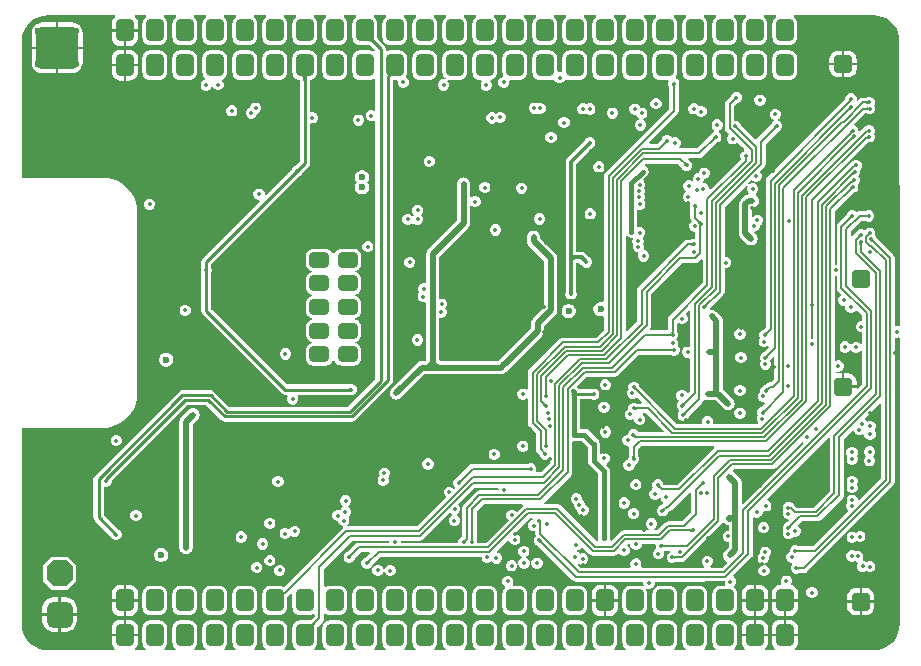
<source format=gbr>
%TF.GenerationSoftware,Altium Limited,Altium Designer,25.4.2 (15)*%
G04 Layer_Physical_Order=4*
G04 Layer_Color=6736896*
%FSLAX45Y45*%
%MOMM*%
%TF.SameCoordinates,EE14137D-E0DD-4410-96C1-A075B8BE80D9*%
%TF.FilePolarity,Positive*%
%TF.FileFunction,Copper,L4,Inr,Signal*%
%TF.Part,Single*%
G01*
G75*
%TA.AperFunction,Conductor*%
%ADD71C,0.40000*%
%ADD72C,0.30000*%
%ADD74C,0.50000*%
%ADD75C,0.20000*%
%ADD77C,0.25000*%
%TA.AperFunction,ComponentPad*%
G04:AMPARAMS|DCode=83|XSize=1.55mm|YSize=1.6mm|CornerRadius=0.3875mm|HoleSize=0mm|Usage=FLASHONLY|Rotation=270.000|XOffset=0mm|YOffset=0mm|HoleType=Round|Shape=RoundedRectangle|*
%AMROUNDEDRECTD83*
21,1,1.55000,0.82500,0,0,270.0*
21,1,0.77500,1.60000,0,0,270.0*
1,1,0.77500,-0.41250,-0.38750*
1,1,0.77500,-0.41250,0.38750*
1,1,0.77500,0.41250,0.38750*
1,1,0.77500,0.41250,-0.38750*
%
%ADD83ROUNDEDRECTD83*%
G04:AMPARAMS|DCode=89|XSize=2.2mm|YSize=2.2mm|CornerRadius=0mm|HoleSize=0mm|Usage=FLASHONLY|Rotation=270.000|XOffset=0mm|YOffset=0mm|HoleType=Round|Shape=Octagon|*
%AMOCTAGOND89*
4,1,8,-0.55000,-1.10000,0.55000,-1.10000,1.10000,-0.55000,1.10000,0.55000,0.55000,1.10000,-0.55000,1.10000,-1.10000,0.55000,-1.10000,-0.55000,-0.55000,-1.10000,0.0*
%
%ADD89OCTAGOND89*%

G04:AMPARAMS|DCode=90|XSize=2.2mm|YSize=2.2mm|CornerRadius=0.55mm|HoleSize=0mm|Usage=FLASHONLY|Rotation=270.000|XOffset=0mm|YOffset=0mm|HoleType=Round|Shape=RoundedRectangle|*
%AMROUNDEDRECTD90*
21,1,2.20000,1.10000,0,0,270.0*
21,1,1.10000,2.20000,0,0,270.0*
1,1,1.10000,-0.55000,-0.55000*
1,1,1.10000,-0.55000,0.55000*
1,1,1.10000,0.55000,0.55000*
1,1,1.10000,0.55000,-0.55000*
%
%ADD90ROUNDEDRECTD90*%
%TA.AperFunction,ViaPad*%
%ADD91C,0.60000*%
%ADD92C,0.35000*%
%TA.AperFunction,ComponentPad*%
G04:AMPARAMS|DCode=93|XSize=1.5mm|YSize=1.9mm|CornerRadius=0.375mm|HoleSize=0mm|Usage=FLASHONLY|Rotation=0.000|XOffset=0mm|YOffset=0mm|HoleType=Round|Shape=RoundedRectangle|*
%AMROUNDEDRECTD93*
21,1,1.50000,1.15000,0,0,0.0*
21,1,0.75000,1.90000,0,0,0.0*
1,1,0.75000,0.37500,-0.57500*
1,1,0.75000,-0.37500,-0.57500*
1,1,0.75000,-0.37500,0.57500*
1,1,0.75000,0.37500,0.57500*
%
%ADD93ROUNDEDRECTD93*%
G04:AMPARAMS|DCode=94|XSize=1.3mm|YSize=1.7mm|CornerRadius=0.325mm|HoleSize=0mm|Usage=FLASHONLY|Rotation=270.000|XOffset=0mm|YOffset=0mm|HoleType=Round|Shape=RoundedRectangle|*
%AMROUNDEDRECTD94*
21,1,1.30000,1.05000,0,0,270.0*
21,1,0.65000,1.70000,0,0,270.0*
1,1,0.65000,-0.52500,-0.32500*
1,1,0.65000,-0.52500,0.32500*
1,1,0.65000,0.52500,0.32500*
1,1,0.65000,0.52500,-0.32500*
%
%ADD94ROUNDEDRECTD94*%
G04:AMPARAMS|DCode=95|XSize=3.6mm|YSize=3.6mm|CornerRadius=0.54mm|HoleSize=0mm|Usage=FLASHONLY|Rotation=0.000|XOffset=0mm|YOffset=0mm|HoleType=Round|Shape=RoundedRectangle|*
%AMROUNDEDRECTD95*
21,1,3.60000,2.52000,0,0,0.0*
21,1,2.52000,3.60000,0,0,0.0*
1,1,1.08000,1.26000,-1.26000*
1,1,1.08000,-1.26000,-1.26000*
1,1,1.08000,-1.26000,1.26000*
1,1,1.08000,1.26000,1.26000*
%
%ADD95ROUNDEDRECTD95*%
G36*
X4138393Y5227882D02*
X4138911Y5224405D01*
X4139947Y5220759D01*
X4141498Y5216945D01*
X4143567Y5212962D01*
X4146152Y5208810D01*
X4149254Y5204490D01*
X4152872Y5200002D01*
X4161658Y5190519D01*
X4143981Y5172842D01*
X4139155Y5177493D01*
X4130010Y5185246D01*
X4125690Y5188348D01*
X4121538Y5190933D01*
X4117555Y5193002D01*
X4113741Y5194553D01*
X4110095Y5195589D01*
X4106618Y5196107D01*
X4103309Y5196109D01*
X4138391Y5231191D01*
X4138393Y5227882D01*
D02*
G37*
G36*
X8412706Y5414943D02*
X8445066Y5407174D01*
X8475813Y5394438D01*
X8504188Y5377050D01*
X8529494Y5355436D01*
X8551108Y5330130D01*
X8568496Y5301755D01*
X8581232Y5271008D01*
X8589001Y5238648D01*
X8590681Y5217292D01*
X8591113Y5205471D01*
X8591116Y5205460D01*
X8591116Y5193471D01*
X8591180Y2790477D01*
X8581203Y2783810D01*
X8578633Y2784875D01*
X8559737D01*
X8550784Y2790857D01*
Y3360835D01*
X8550784Y3360836D01*
X8547679Y3376444D01*
X8538838Y3389675D01*
X8397367Y3531146D01*
X8396006Y3534433D01*
X8395968Y3534623D01*
X8395860Y3534785D01*
X8390651Y3547360D01*
X8382659Y3555352D01*
X8386290Y3564118D01*
Y3583014D01*
X8379058Y3600473D01*
X8365697Y3613835D01*
X8348238Y3621066D01*
X8329342D01*
X8311884Y3613835D01*
X8302796Y3604747D01*
X8290079Y3600493D01*
X8272622Y3607724D01*
X8253725D01*
X8236267Y3600493D01*
X8222905Y3587131D01*
X8217695Y3574554D01*
X8217588Y3574394D01*
X8217551Y3574205D01*
X8216189Y3570917D01*
X8192783Y3547512D01*
X8186252Y3548760D01*
X8180783Y3551957D01*
Y3588950D01*
X8271050Y3679216D01*
X8304337D01*
X8307626Y3677854D01*
X8307786Y3677747D01*
X8307975Y3677710D01*
X8320552Y3672500D01*
X8339448D01*
X8356907Y3679732D01*
X8370269Y3693093D01*
X8377500Y3710552D01*
Y3729448D01*
X8370269Y3746906D01*
X8356907Y3760268D01*
X8339448Y3767500D01*
X8320552D01*
X8307975Y3762290D01*
X8307786Y3762253D01*
X8307626Y3762146D01*
X8304337Y3760783D01*
X8254158D01*
X8254157Y3760784D01*
X8238550Y3757679D01*
X8227128Y3750047D01*
X8216906Y3760268D01*
X8199448Y3767500D01*
X8180552D01*
X8163093Y3760268D01*
X8149731Y3746906D01*
X8144522Y3734329D01*
X8144415Y3734169D01*
X8144377Y3733981D01*
X8143015Y3730692D01*
X8069977Y3657654D01*
X8061136Y3644423D01*
X8058032Y3628815D01*
X8058032Y3628814D01*
Y3307500D01*
X8045783D01*
Y3758266D01*
X8206524Y3919008D01*
X8209923Y3920415D01*
X8210030Y3920436D01*
X8210123Y3920498D01*
X8222916Y3925797D01*
X8236278Y3939159D01*
X8243510Y3956617D01*
Y3975514D01*
X8237542Y3989921D01*
X8245492Y3997870D01*
X8252723Y4015328D01*
Y4034225D01*
X8245492Y4051683D01*
X8243329Y4053845D01*
X8251423Y4061939D01*
X8258654Y4079397D01*
Y4098294D01*
X8254287Y4108837D01*
X8265815Y4120365D01*
X8273046Y4137823D01*
Y4156720D01*
X8265815Y4174178D01*
X8252453Y4187540D01*
X8234995Y4194771D01*
X8216098D01*
X8198640Y4187540D01*
X8193723Y4182623D01*
X8191000Y4182081D01*
X8177768Y4173240D01*
X8177768Y4173239D01*
X7871162Y3866633D01*
X7862321Y3853402D01*
X7859216Y3837795D01*
X7859216Y3837794D01*
Y2679325D01*
X7840783D01*
Y3859384D01*
X8322216Y4340818D01*
X8322267D01*
X8322269Y4340817D01*
X8326210Y4341601D01*
X8343276D01*
X8360734Y4348833D01*
X8374096Y4362195D01*
X8381328Y4379653D01*
Y4398549D01*
X8374096Y4416008D01*
X8373881Y4416223D01*
X8380573Y4432379D01*
Y4451276D01*
X8373341Y4468734D01*
X8359979Y4482096D01*
X8342521Y4489327D01*
X8323625D01*
X8306167Y4482096D01*
X8301485Y4477414D01*
X8297575Y4476637D01*
X8284344Y4467796D01*
X8284344Y4467795D01*
X8253593Y4437044D01*
X8241593Y4442015D01*
Y4451894D01*
X8234361Y4469352D01*
X8221000Y4482714D01*
X8211494Y4486651D01*
X8208679Y4500806D01*
X8295534Y4587662D01*
X8313458D01*
X8316746Y4586299D01*
X8316906Y4586193D01*
X8317095Y4586155D01*
X8329672Y4580945D01*
X8348569D01*
X8366027Y4588177D01*
X8379389Y4601539D01*
X8386620Y4618997D01*
Y4637893D01*
X8379389Y4655352D01*
X8377291Y4657449D01*
X8382840Y4670847D01*
Y4689743D01*
X8375609Y4707201D01*
X8362247Y4720563D01*
X8344789Y4727795D01*
X8325892D01*
X8313315Y4722585D01*
X8313127Y4722548D01*
X8312967Y4722441D01*
X8309678Y4721078D01*
X8280799D01*
X8280798Y4721079D01*
X8265190Y4717974D01*
X8251959Y4709133D01*
X8238445Y4695619D01*
X8230356Y4699265D01*
X8227500Y4701644D01*
Y4719448D01*
X8220268Y4736906D01*
X8206906Y4750268D01*
X8189448Y4757500D01*
X8170552D01*
X8153093Y4750268D01*
X8139731Y4736906D01*
X8132500Y4719448D01*
Y4709882D01*
X8111347Y4688729D01*
X8108969Y4685170D01*
X7470639Y4046840D01*
X7461798Y4033609D01*
X7458693Y4018001D01*
X7458693Y4018000D01*
Y2778897D01*
X7437904Y2758109D01*
X7436696Y2757608D01*
X7435276Y2757210D01*
X7434764Y2756808D01*
X7425698Y2753052D01*
X7412336Y2739690D01*
X7405105Y2722232D01*
Y2703336D01*
X7411609Y2687633D01*
X7405662Y2681687D01*
X7398431Y2664229D01*
Y2645332D01*
X7405662Y2627874D01*
X7419024Y2614512D01*
X7436482Y2607281D01*
X7455379D01*
X7472837Y2614512D01*
X7473239Y2614914D01*
X7486260Y2610965D01*
X7486797Y2608265D01*
X7444315Y2565783D01*
X7441028Y2564422D01*
X7440838Y2564384D01*
X7440676Y2564276D01*
X7428101Y2559067D01*
X7414739Y2545705D01*
X7407507Y2528247D01*
Y2509351D01*
X7414739Y2491892D01*
X7414812Y2491820D01*
X7408422Y2476394D01*
Y2457497D01*
X7415654Y2440039D01*
X7429016Y2426677D01*
X7446474Y2419446D01*
X7465370D01*
X7482829Y2426677D01*
X7496190Y2440039D01*
X7503422Y2457497D01*
Y2476394D01*
X7496190Y2493852D01*
X7496118Y2493925D01*
X7500484Y2504468D01*
X7500592Y2504629D01*
X7500630Y2504820D01*
X7501992Y2508107D01*
X7519742Y2525857D01*
X7530829Y2521265D01*
Y2338516D01*
X7504093Y2311780D01*
X7491145D01*
X7475538Y2308676D01*
X7462307Y2299835D01*
X7462306Y2299834D01*
X7448246Y2285775D01*
X7444959Y2284413D01*
X7444769Y2284375D01*
X7444608Y2284267D01*
X7432032Y2279058D01*
X7418670Y2265697D01*
X7411439Y2248238D01*
Y2230645D01*
X7398843Y2218049D01*
X7391612Y2200591D01*
Y2181695D01*
X7398843Y2164236D01*
X7412205Y2150875D01*
X7429664Y2143643D01*
X7446906D01*
X7450237Y2139247D01*
X7452790Y2132557D01*
X7421670Y2101436D01*
X7418382Y2100075D01*
X7418193Y2100037D01*
X7418033Y2099930D01*
X7405456Y2094720D01*
X7392094Y2081359D01*
X7384863Y2063900D01*
Y2045004D01*
X7390592Y2031174D01*
X7390026Y2030608D01*
X7382795Y2013150D01*
Y1994254D01*
X7390026Y1976795D01*
X7394038Y1972783D01*
X7389067Y1960783D01*
X7018966D01*
X7013272Y1969305D01*
Y1988202D01*
X7006041Y2005660D01*
X6992679Y2019022D01*
X6975220Y2026253D01*
X6956324D01*
X6938866Y2019022D01*
X6925504Y2005660D01*
X6918272Y1988202D01*
Y1969305D01*
X6912579Y1960783D01*
X6707070D01*
X6389661Y2278193D01*
X6388300Y2281479D01*
X6388262Y2281670D01*
X6388154Y2281831D01*
X6382945Y2294407D01*
X6369583Y2307769D01*
X6352125Y2315000D01*
X6333228D01*
X6315770Y2307769D01*
X6302408Y2294407D01*
X6295177Y2276948D01*
Y2258052D01*
X6296846Y2254021D01*
X6289049Y2246224D01*
X6281818Y2228766D01*
Y2209869D01*
X6289049Y2192411D01*
X6302411Y2179049D01*
X6319870Y2171818D01*
X6338766D01*
X6356224Y2179049D01*
X6364838Y2187662D01*
X6410630Y2141870D01*
X6406038Y2130783D01*
X6365663D01*
X6362374Y2132146D01*
X6362214Y2132253D01*
X6362025Y2132290D01*
X6349448Y2137500D01*
X6330552D01*
X6313094Y2130268D01*
X6299732Y2116906D01*
X6292500Y2099448D01*
Y2083266D01*
X6284705Y2080037D01*
X6271343Y2066675D01*
X6264112Y2049217D01*
Y2030321D01*
X6271343Y2012862D01*
X6284705Y1999500D01*
X6302163Y1992269D01*
X6321060D01*
X6332372Y1996955D01*
X6344373Y1989676D01*
Y1986323D01*
X6351604Y1968865D01*
X6364966Y1955503D01*
X6382424Y1948272D01*
X6401321D01*
X6418779Y1955503D01*
X6432141Y1968865D01*
X6439372Y1986323D01*
Y2005220D01*
X6432141Y2022678D01*
X6418779Y2036040D01*
X6415939Y2037216D01*
X6418325Y2049216D01*
X6443107D01*
X6594154Y1898170D01*
X6589561Y1887083D01*
X6381161D01*
X6378311Y1893964D01*
X6364949Y1907326D01*
X6347490Y1914557D01*
X6328594D01*
X6311136Y1907326D01*
X6297774Y1893964D01*
X6290542Y1876506D01*
Y1867500D01*
X6280552D01*
X6263094Y1860268D01*
X6249732Y1846906D01*
X6242500Y1829448D01*
Y1810552D01*
X6249732Y1793093D01*
X6263094Y1779732D01*
X6280552Y1772500D01*
X6289467D01*
X6299316Y1760500D01*
X6299216Y1760000D01*
X6299217Y1759999D01*
Y1685663D01*
X6297854Y1682374D01*
X6297747Y1682214D01*
X6297710Y1682025D01*
X6292500Y1669448D01*
Y1657500D01*
X6290552D01*
X6273094Y1650268D01*
X6259732Y1636907D01*
X6252500Y1619448D01*
Y1600552D01*
X6259732Y1583094D01*
X6273094Y1569732D01*
X6290552Y1562500D01*
X6309448D01*
X6326907Y1569732D01*
X6340268Y1583094D01*
X6347500Y1600552D01*
Y1612500D01*
X6349448D01*
X6366906Y1619732D01*
X6380268Y1633094D01*
X6387500Y1650552D01*
Y1669448D01*
X6382290Y1682025D01*
X6382253Y1682214D01*
X6382146Y1682374D01*
X6380784Y1685663D01*
Y1743107D01*
X6408193Y1770516D01*
X7018250D01*
X7021998Y1759899D01*
X7022051Y1758516D01*
X6709223Y1445688D01*
X6597742D01*
X6591825Y1451606D01*
X6590462Y1454894D01*
X6590425Y1455083D01*
X6590318Y1455243D01*
X6585108Y1467820D01*
X6571746Y1481182D01*
X6554288Y1488414D01*
X6535392D01*
X6517933Y1481182D01*
X6504571Y1467820D01*
X6497340Y1450362D01*
Y1431466D01*
X6501816Y1420660D01*
X6497158Y1405742D01*
X6492105Y1403649D01*
X6478743Y1390287D01*
X6471512Y1372829D01*
Y1353932D01*
X6478743Y1336474D01*
X6492105Y1323112D01*
X6509563Y1315881D01*
X6528460D01*
X6545918Y1323112D01*
X6555500Y1332694D01*
X6560963Y1331887D01*
X6568240Y1329135D01*
X6574732Y1313463D01*
X6588094Y1300102D01*
X6588336Y1300001D01*
X6589684Y1286469D01*
X6589683Y1286468D01*
X6573265Y1270051D01*
X6569977Y1268688D01*
X6569788Y1268651D01*
X6569628Y1268544D01*
X6557051Y1263334D01*
X6543689Y1249972D01*
X6536458Y1232514D01*
Y1213618D01*
X6543689Y1196159D01*
X6557051Y1182797D01*
X6574509Y1175566D01*
X6593406D01*
X6610864Y1182797D01*
X6624226Y1196159D01*
X6629435Y1208736D01*
X6629542Y1208896D01*
X6629580Y1209085D01*
X6630942Y1212374D01*
X6636152Y1217584D01*
X6648055Y1219951D01*
X6661286Y1228792D01*
X6815091Y1382597D01*
X6826178Y1378004D01*
Y1208854D01*
X6751158Y1133835D01*
X6634348D01*
X6618741Y1130730D01*
X6605510Y1121890D01*
X6605510Y1121889D01*
X6540624Y1057003D01*
X6514131D01*
X6511744Y1069003D01*
X6517893Y1071550D01*
X6531255Y1084912D01*
X6538486Y1102370D01*
Y1121267D01*
X6531255Y1138725D01*
X6517893Y1152087D01*
X6500435Y1159318D01*
X6481538D01*
X6464080Y1152087D01*
X6450718Y1138725D01*
X6443486Y1121267D01*
Y1102370D01*
X6450718Y1084912D01*
X6464080Y1071550D01*
X6470228Y1069003D01*
X6467841Y1057003D01*
X6256221D01*
X6256220Y1057004D01*
X6240613Y1053899D01*
X6227382Y1045058D01*
X6152108Y969785D01*
X6149073Y970065D01*
X6139448Y982300D01*
X6140980Y990000D01*
Y1401575D01*
X6140252Y1405232D01*
Y1560728D01*
X6136372Y1580237D01*
X6125320Y1596776D01*
X6110305Y1611792D01*
X6112646Y1623561D01*
X6118738Y1626085D01*
X6132100Y1639447D01*
X6139332Y1656905D01*
Y1675801D01*
X6132100Y1693260D01*
X6118738Y1706621D01*
X6101280Y1713853D01*
X6082384D01*
X6064925Y1706621D01*
X6064812Y1706508D01*
X6053725Y1711100D01*
Y1790909D01*
X6049845Y1810418D01*
X6038794Y1826957D01*
X6027781Y1834316D01*
X5958844Y1903252D01*
X5942305Y1914303D01*
X5922796Y1918183D01*
X5882276D01*
Y2164706D01*
X5882492Y2166668D01*
X5983236D01*
X5993297Y2162501D01*
X6012194D01*
X6029652Y2169732D01*
X6043014Y2183094D01*
X6050245Y2200552D01*
Y2219449D01*
X6043014Y2236907D01*
X6029652Y2250269D01*
X6012194Y2257500D01*
X5993297D01*
X5983236Y2253333D01*
X5875705D01*
X5867344Y2265846D01*
X5867343Y2265846D01*
X5861694Y2271495D01*
X5861159Y2276924D01*
X5943452Y2359217D01*
X6179999D01*
X6180000Y2359216D01*
X6195607Y2362321D01*
X6208838Y2371162D01*
X6382142Y2544466D01*
X6656808D01*
X6660097Y2543103D01*
X6660257Y2542996D01*
X6660445Y2542959D01*
X6673022Y2537749D01*
X6691919D01*
X6709377Y2544981D01*
X6722739Y2558343D01*
X6729971Y2575801D01*
Y2594697D01*
X6722739Y2612156D01*
X6713646Y2621249D01*
X6717500Y2630552D01*
Y2649448D01*
X6710269Y2666907D01*
X6700480Y2676695D01*
X6710940Y2687155D01*
X6718172Y2704613D01*
Y2723510D01*
X6710940Y2740968D01*
X6710784Y2741125D01*
Y2806363D01*
X6721870Y2810955D01*
X6723094Y2809732D01*
X6740552Y2802500D01*
X6759449D01*
X6776907Y2809732D01*
X6790269Y2823094D01*
X6797500Y2840552D01*
Y2859448D01*
X6790269Y2876907D01*
X6777639Y2889536D01*
X6806465Y2918362D01*
X6817552Y2913770D01*
Y2620393D01*
X6807574Y2613726D01*
X6806948Y2613985D01*
X6788052D01*
X6770594Y2606753D01*
X6757232Y2593391D01*
X6750000Y2575933D01*
Y2557037D01*
X6757232Y2539578D01*
X6770594Y2526216D01*
X6788052Y2518985D01*
X6806948D01*
X6807574Y2519244D01*
X6817552Y2512577D01*
Y2236380D01*
X6803121Y2221950D01*
X6791352Y2224291D01*
X6790268Y2226906D01*
X6776906Y2240268D01*
X6759448Y2247500D01*
X6740552D01*
X6723093Y2240268D01*
X6709732Y2226906D01*
X6702500Y2209448D01*
Y2190552D01*
X6709732Y2173093D01*
X6719409Y2163416D01*
X6722920Y2159124D01*
X6719786Y2148113D01*
X6713102Y2141430D01*
X6705871Y2123971D01*
Y2105075D01*
X6713102Y2087617D01*
X6720792Y2079927D01*
X6721957Y2064122D01*
X6719126Y2061290D01*
X6711894Y2043832D01*
Y2024935D01*
X6719126Y2007477D01*
X6732488Y1994115D01*
X6749946Y1986884D01*
X6768842D01*
X6786301Y1994115D01*
X6799663Y2007477D01*
X6804872Y2020054D01*
X6804979Y2020214D01*
X6805017Y2020403D01*
X6806379Y2023692D01*
X6922173Y2139486D01*
X6922173Y2139486D01*
X6931014Y2152718D01*
X6932043Y2157887D01*
X6935834Y2160589D01*
X6945463Y2163845D01*
X6955642Y2159629D01*
X6970000Y2157738D01*
X7033213D01*
X7033740Y2157808D01*
X7100774Y2090774D01*
X7112263Y2081958D01*
X7125642Y2076416D01*
X7140000Y2074526D01*
X7154358Y2076416D01*
X7167737Y2081958D01*
X7179226Y2090774D01*
X7188043Y2102263D01*
X7193585Y2115642D01*
X7195475Y2130000D01*
X7193584Y2144358D01*
X7188043Y2157737D01*
X7179226Y2169226D01*
X7096014Y2252439D01*
X7095475Y2252853D01*
Y2565000D01*
Y2588431D01*
X7095474Y2588433D01*
Y2829988D01*
X7093584Y2844346D01*
X7088042Y2857725D01*
X7079226Y2869214D01*
X7040150Y2908290D01*
X7028661Y2917106D01*
X7015282Y2922648D01*
X7000924Y2924538D01*
X6994543Y2923698D01*
X6987799Y2930744D01*
X6986108Y2934692D01*
X6986985Y2936808D01*
X7100088Y3049911D01*
X7100088Y3049912D01*
X7108929Y3063143D01*
X7112034Y3078750D01*
Y3277769D01*
X7128736D01*
X7146194Y3285001D01*
X7159556Y3298363D01*
X7166788Y3315821D01*
Y3334717D01*
X7159556Y3352176D01*
X7146194Y3365538D01*
X7128736Y3372769D01*
X7112034D01*
Y3798167D01*
X7298867Y3985001D01*
X7307476Y3976814D01*
X7300245Y3959356D01*
Y3940459D01*
X7307476Y3923001D01*
X7315647Y3914831D01*
X7315684Y3913667D01*
X7311159Y3902347D01*
X7301669Y3901098D01*
X7288290Y3895556D01*
X7276801Y3886740D01*
X7247504Y3857444D01*
X7238688Y3845955D01*
X7233146Y3832576D01*
X7231256Y3818218D01*
Y3573269D01*
X7233146Y3558912D01*
X7238688Y3545532D01*
X7247504Y3534043D01*
X7295774Y3485774D01*
X7307263Y3476958D01*
X7320642Y3471416D01*
X7335000Y3469526D01*
X7349358Y3471416D01*
X7362737Y3476958D01*
X7374226Y3485774D01*
X7383042Y3497263D01*
X7388584Y3510642D01*
X7390474Y3525000D01*
X7388584Y3539358D01*
X7383042Y3552737D01*
X7374226Y3564226D01*
X7359357Y3579096D01*
X7364327Y3591096D01*
X7371875D01*
X7389333Y3598327D01*
X7402695Y3611689D01*
X7409927Y3629147D01*
Y3639603D01*
X7415650Y3641974D01*
X7429012Y3655336D01*
X7436243Y3672794D01*
Y3691690D01*
X7429012Y3709149D01*
X7415650Y3722510D01*
X7398192Y3729742D01*
X7379295D01*
X7361837Y3722510D01*
X7354205Y3714878D01*
X7342205Y3719849D01*
Y3780885D01*
X7345109Y3792033D01*
X7359467Y3793923D01*
X7372846Y3799465D01*
X7384335Y3808281D01*
X7393151Y3819770D01*
X7398693Y3833149D01*
X7400583Y3847507D01*
X7398693Y3861865D01*
X7393151Y3875244D01*
X7384335Y3886733D01*
X7384328Y3886740D01*
X7372839Y3895556D01*
X7372424Y3895728D01*
Y3908717D01*
X7374651Y3909639D01*
X7388013Y3923001D01*
X7395244Y3940459D01*
Y3959356D01*
X7388013Y3976814D01*
X7374651Y3990176D01*
X7357193Y3997407D01*
X7338296D01*
X7320838Y3990176D01*
X7312651Y3998785D01*
X7341754Y4027888D01*
X7351232Y4018410D01*
X7368690Y4011178D01*
X7387587D01*
X7405045Y4018410D01*
X7418407Y4031771D01*
X7425638Y4049230D01*
Y4068126D01*
X7418407Y4085584D01*
X7408929Y4095062D01*
X7445355Y4131488D01*
X7445355Y4131489D01*
X7454196Y4144720D01*
X7457301Y4160327D01*
Y4329624D01*
X7560692Y4433015D01*
X7563981Y4434377D01*
X7564169Y4434415D01*
X7564329Y4434522D01*
X7576906Y4439732D01*
X7590268Y4453093D01*
X7597500Y4470552D01*
Y4489448D01*
X7590268Y4506906D01*
X7576906Y4520268D01*
X7564091Y4525577D01*
Y4538565D01*
X7566906Y4539732D01*
X7580268Y4553094D01*
X7587500Y4570552D01*
Y4589448D01*
X7580268Y4606906D01*
X7566906Y4620268D01*
X7549448Y4627500D01*
X7530552D01*
X7513093Y4620268D01*
X7499732Y4606906D01*
X7492500Y4589448D01*
Y4570552D01*
X7499732Y4553094D01*
X7513093Y4539732D01*
X7525909Y4534423D01*
Y4521434D01*
X7523093Y4520268D01*
X7509731Y4506906D01*
X7504522Y4494329D01*
X7504415Y4494169D01*
X7504377Y4493981D01*
X7503015Y4490692D01*
X7387679Y4375355D01*
X7384319Y4370328D01*
X7368870Y4368806D01*
X7246984Y4490692D01*
X7245623Y4493981D01*
X7245585Y4494169D01*
X7245478Y4494329D01*
X7240268Y4506906D01*
X7226907Y4520268D01*
X7209448Y4527500D01*
X7193541D01*
Y4648135D01*
X7219517Y4674111D01*
X7220238D01*
X7237696Y4681342D01*
X7251058Y4694704D01*
X7258290Y4712162D01*
Y4731059D01*
X7251058Y4748517D01*
X7237696Y4761879D01*
X7220238Y4769110D01*
X7201342D01*
X7183884Y4761879D01*
X7170522Y4748517D01*
X7166265Y4738241D01*
X7165892Y4737736D01*
X7165645Y4736744D01*
X7164830Y4734777D01*
X7123919Y4693866D01*
X7115079Y4680635D01*
X7111974Y4665028D01*
X7111974Y4665027D01*
Y4465090D01*
X7111974Y4465089D01*
X7115079Y4449482D01*
X7123919Y4436251D01*
X7149771Y4410400D01*
X7139399Y4400028D01*
X7132167Y4382569D01*
Y4363673D01*
X7139399Y4346215D01*
X7152761Y4332853D01*
X7170219Y4325621D01*
X7189115D01*
X7206574Y4332853D01*
X7216946Y4343225D01*
X7277560Y4282610D01*
X7274276Y4268924D01*
X7263093Y4264292D01*
X7249732Y4250931D01*
X7242500Y4233472D01*
Y4214576D01*
X7247696Y4202031D01*
X6991170Y3945505D01*
X6979170Y3950476D01*
Y3959435D01*
X6971939Y3976893D01*
X6958577Y3990255D01*
X6941119Y3997487D01*
X6935981D01*
X6933031Y4001467D01*
X6929691Y4009487D01*
X6935989Y4024692D01*
Y4034659D01*
X6947875D01*
X6965333Y4041891D01*
X6978695Y4055252D01*
X6985926Y4072711D01*
Y4091607D01*
X6978695Y4109065D01*
X6965333Y4122427D01*
X6947875Y4129659D01*
X6928978D01*
X6911520Y4122427D01*
X6898158Y4109065D01*
X6890927Y4091607D01*
Y4081640D01*
X6879041D01*
X6861583Y4074409D01*
X6848221Y4061047D01*
X6840990Y4043589D01*
Y4024692D01*
X6842056Y4022118D01*
X6841812Y4021762D01*
X6832377Y4014127D01*
X6818199Y4020000D01*
X6799302D01*
X6781844Y4012768D01*
X6768482Y3999407D01*
X6761251Y3981948D01*
Y3963052D01*
X6768482Y3945594D01*
X6780357Y3933719D01*
X6780446Y3925656D01*
X6779306Y3920294D01*
X6776007Y3918928D01*
X6762645Y3905566D01*
X6755413Y3888108D01*
Y3869211D01*
X6762645Y3851753D01*
X6776007Y3838391D01*
X6793465Y3831159D01*
X6808015D01*
X6815547Y3822438D01*
X6816411Y3820073D01*
X6814031Y3814327D01*
Y3795431D01*
X6819241Y3782854D01*
X6819278Y3782665D01*
X6819385Y3782505D01*
X6820748Y3779216D01*
Y3700545D01*
X6820747Y3700544D01*
X6823852Y3684936D01*
X6831033Y3674189D01*
X6830593Y3672740D01*
X6817231Y3659378D01*
X6810000Y3641920D01*
Y3623023D01*
X6817231Y3605565D01*
X6830593Y3592203D01*
X6848052Y3584972D01*
X6863832D01*
Y3529181D01*
X6859840Y3526513D01*
X6840943D01*
X6828366Y3521304D01*
X6828178Y3521266D01*
X6828018Y3521159D01*
X6824729Y3519797D01*
X6799015D01*
X6799013Y3519797D01*
X6783406Y3516692D01*
X6770175Y3507852D01*
X6377939Y3115616D01*
X6369098Y3102384D01*
X6365993Y3086777D01*
X6365994Y3086776D01*
Y2823671D01*
X6284290Y2741967D01*
X6273204Y2746560D01*
Y3547162D01*
X6273380Y3547302D01*
X6281655Y3550656D01*
X6285204Y3551404D01*
X6287401Y3549936D01*
X6291713Y3545624D01*
X6297347Y3543290D01*
X6301100Y3540782D01*
X6305527Y3539902D01*
X6309171Y3538392D01*
X6313116D01*
X6320609Y3536902D01*
X6324066Y3537589D01*
X6332698Y3527071D01*
X6329572Y3519525D01*
Y3500628D01*
X6336803Y3483170D01*
X6338232Y3481742D01*
X6332413Y3467692D01*
Y3448795D01*
X6339644Y3431337D01*
X6353006Y3417975D01*
X6370464Y3410744D01*
X6373131D01*
X6381150Y3398744D01*
X6377615Y3390211D01*
Y3371314D01*
X6384847Y3353856D01*
X6398208Y3340494D01*
X6415667Y3333263D01*
X6434563D01*
X6452021Y3340494D01*
X6465383Y3353856D01*
X6472615Y3371314D01*
Y3390211D01*
X6465383Y3407669D01*
X6452021Y3421031D01*
X6434563Y3428262D01*
X6431896D01*
X6423878Y3440263D01*
X6427412Y3448795D01*
Y3467692D01*
X6420181Y3485150D01*
X6418752Y3486578D01*
X6424572Y3500628D01*
Y3519525D01*
X6421160Y3527762D01*
X6417275Y3539142D01*
X6430637Y3552503D01*
X6437868Y3569962D01*
Y3588858D01*
X6430637Y3606316D01*
X6417275Y3619678D01*
X6399817Y3626910D01*
X6380920D01*
X6371588Y3633145D01*
Y3767238D01*
X6381566Y3773904D01*
X6383203Y3773226D01*
X6402099D01*
X6419558Y3780458D01*
X6432920Y3793820D01*
X6440151Y3811278D01*
Y3830174D01*
X6432920Y3847633D01*
X6429323Y3851229D01*
X6429421Y3851327D01*
X6436652Y3868785D01*
Y3887682D01*
X6430351Y3902895D01*
X6436932Y3918784D01*
Y3937681D01*
X6430911Y3952218D01*
X6431069Y3952376D01*
X6438300Y3969834D01*
Y3988731D01*
X6431069Y4006189D01*
X6424354Y4012904D01*
X6423593Y4029113D01*
X6451772Y4057292D01*
X6462823Y4073831D01*
X6466704Y4093341D01*
Y4094467D01*
X6462823Y4113976D01*
X6451772Y4130514D01*
X6437660Y4139944D01*
X6434944Y4152651D01*
X6440316Y4159216D01*
X6718917D01*
X6741326Y4136808D01*
X6742688Y4133519D01*
X6742725Y4133331D01*
X6742832Y4133171D01*
X6748042Y4120593D01*
X6761404Y4107232D01*
X6778862Y4100000D01*
X6797758D01*
X6815216Y4107232D01*
X6828578Y4120593D01*
X6835810Y4138052D01*
Y4156948D01*
X6828578Y4174406D01*
X6815216Y4187768D01*
X6804934Y4192028D01*
X6801688Y4197216D01*
X6803398Y4202484D01*
X6809822Y4209216D01*
X6896136D01*
X6896137Y4209216D01*
X6911744Y4212321D01*
X6924975Y4221161D01*
X7046461Y4342648D01*
X7049750Y4344010D01*
X7049939Y4344048D01*
X7050099Y4344155D01*
X7062676Y4349364D01*
X7076038Y4362726D01*
X7083269Y4380184D01*
Y4399081D01*
X7076038Y4416539D01*
X7062676Y4429901D01*
X7059089Y4431387D01*
X7059044Y4431618D01*
X7060282Y4443881D01*
X7074406Y4449732D01*
X7087768Y4463094D01*
X7095000Y4480552D01*
Y4499448D01*
X7087768Y4516907D01*
X7074406Y4530269D01*
X7056948Y4537500D01*
X7038052D01*
X7020594Y4530269D01*
X7007232Y4516907D01*
X7000000Y4499448D01*
Y4480552D01*
X7007232Y4463094D01*
X7020594Y4449732D01*
X7024181Y4448246D01*
X7024225Y4448015D01*
X7022987Y4435751D01*
X7008863Y4429901D01*
X6995501Y4416539D01*
X6990292Y4403962D01*
X6990185Y4403802D01*
X6990147Y4403613D01*
X6988785Y4400324D01*
X6879244Y4290783D01*
X6730671D01*
X6725701Y4302783D01*
X6732922Y4310004D01*
X6740153Y4327463D01*
Y4346359D01*
X6732922Y4363817D01*
X6719560Y4377179D01*
X6702101Y4384411D01*
X6683205D01*
X6667424Y4377874D01*
X6664493Y4384950D01*
X6651131Y4398312D01*
X6633673Y4405544D01*
X6614776D01*
X6597318Y4398312D01*
X6583956Y4384950D01*
X6578747Y4372373D01*
X6578640Y4372213D01*
X6578602Y4372025D01*
X6577240Y4368736D01*
X6539288Y4330784D01*
X6475647D01*
X6471055Y4341870D01*
X6708838Y4579653D01*
X6708839Y4579653D01*
X6717679Y4592884D01*
X6720784Y4608492D01*
X6720784Y4608493D01*
Y4814337D01*
X6722146Y4817626D01*
X6722253Y4817786D01*
X6722290Y4817975D01*
X6727500Y4830552D01*
Y4849448D01*
X6720269Y4866906D01*
X6706907Y4880268D01*
X6699084Y4883509D01*
X6695202Y4898105D01*
X6700461Y4904959D01*
X6707262Y4921379D01*
X6709582Y4939000D01*
Y5054000D01*
X6707262Y5071621D01*
X6700461Y5088041D01*
X6689641Y5102141D01*
X6675541Y5112961D01*
X6659121Y5119762D01*
X6641500Y5122082D01*
X6566500D01*
X6548879Y5119762D01*
X6532459Y5112961D01*
X6518359Y5102141D01*
X6507539Y5088041D01*
X6500738Y5071621D01*
X6498418Y5054000D01*
Y4939000D01*
X6500738Y4921379D01*
X6507539Y4904959D01*
X6518359Y4890859D01*
X6532459Y4880039D01*
X6548879Y4873238D01*
X6566500Y4870918D01*
X6628405D01*
X6636423Y4858918D01*
X6632500Y4849448D01*
Y4830552D01*
X6637710Y4817975D01*
X6637747Y4817786D01*
X6637854Y4817626D01*
X6639217Y4814337D01*
Y4625385D01*
X6098582Y4084751D01*
X6089741Y4071519D01*
X6086637Y4055912D01*
X6086637Y4055911D01*
Y2997216D01*
X6074637Y2988194D01*
X6067899Y2990000D01*
X6052100D01*
X6036841Y2985911D01*
X6023159Y2978012D01*
X6011988Y2966841D01*
X6004089Y2953159D01*
X6000000Y2937899D01*
Y2922101D01*
X6004089Y2906841D01*
X6011988Y2893159D01*
X6023159Y2881988D01*
X6036841Y2874089D01*
X6052100Y2870000D01*
X6067899D01*
X6074637Y2871806D01*
X6086637Y2862784D01*
Y2753308D01*
X6022996Y2689667D01*
X5741397D01*
X5725790Y2686563D01*
X5712559Y2677722D01*
X5712559Y2677721D01*
X5456162Y2421325D01*
X5447321Y2408093D01*
X5444216Y2392486D01*
X5444216Y2392485D01*
Y2251501D01*
X5432216Y2246530D01*
X5427989Y2250757D01*
X5410531Y2257989D01*
X5391634D01*
X5374176Y2250757D01*
X5360814Y2237396D01*
X5353583Y2219937D01*
Y2201041D01*
X5360814Y2183583D01*
X5374176Y2170221D01*
X5391634Y2162989D01*
X5410531D01*
X5427989Y2170221D01*
X5432216Y2174448D01*
X5444216Y2169477D01*
Y1969038D01*
X5443816Y1967027D01*
X5446921Y1951420D01*
X5455762Y1938189D01*
X5511754Y1882197D01*
Y1742538D01*
X5511753Y1742537D01*
X5514858Y1726930D01*
X5523699Y1713699D01*
X5545105Y1692293D01*
X5546467Y1689004D01*
X5546505Y1688815D01*
X5546611Y1688655D01*
X5551821Y1676078D01*
X5565183Y1662716D01*
X5582641Y1655485D01*
X5601538D01*
X5618996Y1662716D01*
X5622477Y1666198D01*
X5634477Y1661227D01*
Y1625187D01*
X5560074Y1550784D01*
X5520967D01*
X5512949Y1562784D01*
X5515670Y1569353D01*
Y1588250D01*
X5508439Y1605708D01*
X5495077Y1619070D01*
X5477619Y1626301D01*
X5458722D01*
X5446145Y1621092D01*
X5445956Y1621054D01*
X5445796Y1620947D01*
X5442508Y1619585D01*
X4978802D01*
X4963194Y1616481D01*
X4949963Y1607640D01*
X4949963Y1607639D01*
X4849308Y1506984D01*
X4846019Y1505622D01*
X4845831Y1505585D01*
X4845671Y1505478D01*
X4833093Y1500268D01*
X4819732Y1486906D01*
X4812500Y1469448D01*
Y1450552D01*
X4819732Y1433093D01*
X4832574Y1420251D01*
X4819749Y1407426D01*
X4806907Y1420268D01*
X4789448Y1427500D01*
X4770552D01*
X4753094Y1420268D01*
X4739732Y1406907D01*
X4732500Y1389448D01*
Y1370552D01*
X4739732Y1353094D01*
X4752574Y1340251D01*
X4504357Y1092033D01*
X3921639D01*
X3916668Y1104033D01*
X3926184Y1113549D01*
X3933416Y1131007D01*
Y1149904D01*
X3929291Y1159861D01*
X3927254Y1172006D01*
X3940615Y1185368D01*
X3947847Y1202826D01*
Y1221722D01*
X3940615Y1239181D01*
X3927253Y1252543D01*
X3924309Y1253762D01*
Y1266751D01*
X3928254Y1268385D01*
X3941616Y1281746D01*
X3948847Y1299205D01*
Y1318101D01*
X3941616Y1335559D01*
X3928254Y1348921D01*
X3910796Y1356153D01*
X3891899D01*
X3874441Y1348921D01*
X3861079Y1335559D01*
X3853848Y1318101D01*
Y1299205D01*
X3861079Y1281746D01*
X3874441Y1268385D01*
X3877385Y1267165D01*
Y1254176D01*
X3873440Y1252543D01*
X3860078Y1239181D01*
X3854745Y1226304D01*
X3844718Y1230457D01*
X3825821D01*
X3808363Y1223225D01*
X3795001Y1209863D01*
X3787770Y1192405D01*
Y1173509D01*
X3795001Y1156051D01*
X3808363Y1142689D01*
X3825821Y1135457D01*
X3838416D01*
Y1131007D01*
X3845647Y1113549D01*
X3859009Y1100187D01*
X3876467Y1092956D01*
X3877570D01*
X3881210Y1080956D01*
X3879911Y1080088D01*
X3879911Y1080088D01*
X3377639Y577816D01*
X3373541Y580961D01*
X3357121Y587762D01*
X3339500Y590082D01*
X3264500D01*
X3246879Y587762D01*
X3230459Y580961D01*
X3216359Y570141D01*
X3205539Y556041D01*
X3198738Y539621D01*
X3196418Y522000D01*
Y407000D01*
X3198738Y389379D01*
X3205539Y372959D01*
X3216359Y358859D01*
X3230459Y348039D01*
X3246879Y341238D01*
X3264500Y338918D01*
X3339500D01*
X3357121Y341238D01*
X3373541Y348039D01*
X3387641Y358859D01*
X3398461Y372959D01*
X3405262Y389379D01*
X3407582Y407000D01*
Y495221D01*
X3416068Y500891D01*
X3439295Y524119D01*
X3450418Y518270D01*
Y407000D01*
X3452738Y389379D01*
X3459539Y372959D01*
X3470359Y358859D01*
X3484459Y348039D01*
X3500879Y341238D01*
X3518500Y338918D01*
X3593500D01*
X3611121Y341238D01*
X3627541Y348039D01*
X3628454Y348740D01*
X3639216Y343432D01*
Y331393D01*
X3607867Y300043D01*
X3605121Y297493D01*
X3603010Y295788D01*
X3601879Y294979D01*
X3593500Y296082D01*
X3518500D01*
X3500879Y293762D01*
X3484459Y286961D01*
X3470359Y276141D01*
X3459539Y262041D01*
X3452738Y245621D01*
X3450418Y228000D01*
Y113000D01*
X3452738Y95379D01*
X3459539Y78959D01*
X3470359Y64859D01*
X3481976Y55944D01*
X3479585Y45228D01*
X3478875Y43944D01*
X3379125D01*
X3378415Y45228D01*
X3376024Y55944D01*
X3387641Y64859D01*
X3398461Y78959D01*
X3405262Y95379D01*
X3407582Y113000D01*
Y228000D01*
X3405262Y245621D01*
X3398461Y262041D01*
X3387641Y276141D01*
X3373541Y286961D01*
X3357121Y293762D01*
X3339500Y296082D01*
X3264500D01*
X3246879Y293762D01*
X3230459Y286961D01*
X3216359Y276141D01*
X3205539Y262041D01*
X3198738Y245621D01*
X3196418Y228000D01*
Y113000D01*
X3198738Y95379D01*
X3205539Y78959D01*
X3216359Y64859D01*
X3227976Y55944D01*
X3225585Y45228D01*
X3224875Y43944D01*
X3125125D01*
X3124415Y45228D01*
X3122024Y55944D01*
X3133641Y64859D01*
X3144461Y78959D01*
X3151262Y95379D01*
X3153582Y113000D01*
Y228000D01*
X3151262Y245621D01*
X3144461Y262041D01*
X3133641Y276141D01*
X3119541Y286961D01*
X3103121Y293762D01*
X3085500Y296082D01*
X3010500D01*
X2992879Y293762D01*
X2976459Y286961D01*
X2962359Y276141D01*
X2951539Y262041D01*
X2944738Y245621D01*
X2942418Y228000D01*
Y113000D01*
X2944738Y95379D01*
X2951539Y78959D01*
X2962359Y64859D01*
X2973976Y55944D01*
X2971585Y45228D01*
X2970875Y43944D01*
X2871125D01*
X2870415Y45228D01*
X2868024Y55944D01*
X2879641Y64859D01*
X2890461Y78959D01*
X2897262Y95379D01*
X2899582Y113000D01*
Y228000D01*
X2897262Y245621D01*
X2890461Y262041D01*
X2879641Y276141D01*
X2865541Y286961D01*
X2849121Y293762D01*
X2831500Y296082D01*
X2756500D01*
X2738879Y293762D01*
X2722459Y286961D01*
X2708359Y276141D01*
X2697539Y262041D01*
X2690738Y245621D01*
X2688418Y228000D01*
Y113000D01*
X2690738Y95379D01*
X2697539Y78959D01*
X2708359Y64859D01*
X2719976Y55944D01*
X2717585Y45228D01*
X2716875Y43944D01*
X2617125D01*
X2616415Y45228D01*
X2614024Y55944D01*
X2625641Y64859D01*
X2636461Y78959D01*
X2643262Y95379D01*
X2645582Y113000D01*
Y228000D01*
X2643262Y245621D01*
X2636461Y262041D01*
X2625641Y276141D01*
X2611541Y286961D01*
X2595121Y293762D01*
X2577500Y296082D01*
X2502500D01*
X2484879Y293762D01*
X2468459Y286961D01*
X2454359Y276141D01*
X2443539Y262041D01*
X2436738Y245621D01*
X2434418Y228000D01*
Y113000D01*
X2436738Y95379D01*
X2443539Y78959D01*
X2454359Y64859D01*
X2465976Y55944D01*
X2463585Y45228D01*
X2462875Y43944D01*
X2363125D01*
X2362415Y45228D01*
X2360024Y55944D01*
X2371641Y64859D01*
X2382461Y78959D01*
X2389262Y95379D01*
X2391582Y113000D01*
Y228000D01*
X2389262Y245621D01*
X2382461Y262041D01*
X2371641Y276141D01*
X2357541Y286961D01*
X2341121Y293762D01*
X2323500Y296082D01*
X2248500D01*
X2230879Y293762D01*
X2214459Y286961D01*
X2200359Y276141D01*
X2189539Y262041D01*
X2182738Y245621D01*
X2180418Y228000D01*
Y113000D01*
X2182738Y95379D01*
X2189539Y78959D01*
X2200359Y64859D01*
X2211976Y55944D01*
X2209585Y45228D01*
X2208875Y43944D01*
X2118311D01*
X2114237Y55944D01*
X2121207Y61293D01*
X2132828Y76437D01*
X2140134Y94074D01*
X2142625Y113000D01*
Y160500D01*
X1921375D01*
Y113000D01*
X1923866Y94074D01*
X1931172Y76437D01*
X1942793Y61293D01*
X1949763Y55944D01*
X1945689Y43944D01*
X1371600D01*
X1369823Y43591D01*
X1338663Y46043D01*
X1306537Y53756D01*
X1276013Y66399D01*
X1247842Y83662D01*
X1222719Y105119D01*
X1201262Y130242D01*
X1183999Y158413D01*
X1171356Y188937D01*
X1163643Y221063D01*
X1161191Y252223D01*
X1161544Y254000D01*
Y1924556D01*
X1841500D01*
Y1924481D01*
X1888120Y1928150D01*
X1933593Y1939067D01*
X1976798Y1956963D01*
X2016671Y1981398D01*
X2052231Y2011769D01*
X2082602Y2047329D01*
X2107037Y2087202D01*
X2124933Y2130407D01*
X2135850Y2175880D01*
X2139519Y2222500D01*
X2139444D01*
Y3746500D01*
X2139519D01*
X2135850Y3793120D01*
X2124933Y3838593D01*
X2107037Y3881798D01*
X2082602Y3921671D01*
X2052231Y3957231D01*
X2016671Y3987602D01*
X1976798Y4012037D01*
X1933593Y4029933D01*
X1888120Y4040850D01*
X1841500Y4044519D01*
Y4044444D01*
X1161544D01*
Y5207000D01*
X1161191Y5208778D01*
X1163643Y5239937D01*
X1171356Y5272063D01*
X1183999Y5302587D01*
X1201262Y5330758D01*
X1222719Y5355881D01*
X1247842Y5377338D01*
X1276012Y5394601D01*
X1306537Y5407244D01*
X1338663Y5414957D01*
X1359781Y5416619D01*
X1371600Y5417055D01*
Y5417056D01*
X1945689D01*
X1949763Y5405056D01*
X1942793Y5399707D01*
X1931172Y5384563D01*
X1923866Y5366926D01*
X1921375Y5348000D01*
Y5300500D01*
X2142625D01*
Y5348000D01*
X2140134Y5366926D01*
X2132828Y5384563D01*
X2121207Y5399707D01*
X2114237Y5405056D01*
X2118311Y5417056D01*
X2208875D01*
X2209585Y5415772D01*
X2211976Y5405056D01*
X2200359Y5396141D01*
X2189539Y5382041D01*
X2182738Y5365621D01*
X2180418Y5348000D01*
Y5233000D01*
X2182738Y5215379D01*
X2189539Y5198959D01*
X2200359Y5184859D01*
X2214459Y5174039D01*
X2230879Y5167238D01*
X2248500Y5164918D01*
X2323500D01*
X2341121Y5167238D01*
X2357541Y5174039D01*
X2371641Y5184859D01*
X2382461Y5198959D01*
X2389262Y5215379D01*
X2391582Y5233000D01*
Y5348000D01*
X2389262Y5365621D01*
X2382461Y5382041D01*
X2371641Y5396141D01*
X2360024Y5405056D01*
X2362415Y5415772D01*
X2363125Y5417056D01*
X2462875D01*
X2463585Y5415772D01*
X2465976Y5405056D01*
X2454359Y5396141D01*
X2443539Y5382041D01*
X2436738Y5365621D01*
X2434418Y5348000D01*
Y5233000D01*
X2436738Y5215379D01*
X2443539Y5198959D01*
X2454359Y5184859D01*
X2468459Y5174039D01*
X2484879Y5167238D01*
X2502500Y5164918D01*
X2577500D01*
X2595121Y5167238D01*
X2611541Y5174039D01*
X2625641Y5184859D01*
X2636461Y5198959D01*
X2643262Y5215379D01*
X2645582Y5233000D01*
Y5348000D01*
X2643262Y5365621D01*
X2636461Y5382041D01*
X2625641Y5396141D01*
X2614024Y5405056D01*
X2616415Y5415772D01*
X2617125Y5417056D01*
X2716875D01*
X2717585Y5415772D01*
X2719976Y5405056D01*
X2708359Y5396141D01*
X2697539Y5382041D01*
X2690738Y5365621D01*
X2688418Y5348000D01*
Y5233000D01*
X2690738Y5215379D01*
X2697539Y5198959D01*
X2708359Y5184859D01*
X2722459Y5174039D01*
X2738879Y5167238D01*
X2756500Y5164918D01*
X2831500D01*
X2849121Y5167238D01*
X2865541Y5174039D01*
X2879641Y5184859D01*
X2890461Y5198959D01*
X2897262Y5215379D01*
X2899582Y5233000D01*
Y5348000D01*
X2897262Y5365621D01*
X2890461Y5382041D01*
X2879641Y5396141D01*
X2868024Y5405056D01*
X2870415Y5415772D01*
X2871125Y5417056D01*
X2970875D01*
X2971585Y5415772D01*
X2973976Y5405056D01*
X2962359Y5396141D01*
X2951539Y5382041D01*
X2944738Y5365621D01*
X2942418Y5348000D01*
Y5233000D01*
X2944738Y5215379D01*
X2951539Y5198959D01*
X2962359Y5184859D01*
X2976459Y5174039D01*
X2992879Y5167238D01*
X3010500Y5164918D01*
X3085500D01*
X3103121Y5167238D01*
X3119541Y5174039D01*
X3133641Y5184859D01*
X3144461Y5198959D01*
X3151262Y5215379D01*
X3153582Y5233000D01*
Y5348000D01*
X3151262Y5365621D01*
X3144461Y5382041D01*
X3133641Y5396141D01*
X3122024Y5405056D01*
X3124415Y5415772D01*
X3125125Y5417056D01*
X3224875D01*
X3225585Y5415772D01*
X3227976Y5405056D01*
X3216359Y5396141D01*
X3205539Y5382041D01*
X3198738Y5365621D01*
X3196418Y5348000D01*
Y5233000D01*
X3198738Y5215379D01*
X3205539Y5198959D01*
X3216359Y5184859D01*
X3230459Y5174039D01*
X3246879Y5167238D01*
X3264500Y5164918D01*
X3339500D01*
X3357121Y5167238D01*
X3373541Y5174039D01*
X3387641Y5184859D01*
X3398461Y5198959D01*
X3405262Y5215379D01*
X3407582Y5233000D01*
Y5348000D01*
X3405262Y5365621D01*
X3398461Y5382041D01*
X3387641Y5396141D01*
X3376024Y5405056D01*
X3378415Y5415772D01*
X3379125Y5417056D01*
X3478875D01*
X3479585Y5415772D01*
X3481976Y5405056D01*
X3470359Y5396141D01*
X3459539Y5382041D01*
X3452738Y5365621D01*
X3450418Y5348000D01*
Y5233000D01*
X3452738Y5215379D01*
X3459539Y5198959D01*
X3470359Y5184859D01*
X3484459Y5174039D01*
X3500879Y5167238D01*
X3518500Y5164918D01*
X3593500D01*
X3611121Y5167238D01*
X3627541Y5174039D01*
X3641641Y5184859D01*
X3652461Y5198959D01*
X3659262Y5215379D01*
X3661582Y5233000D01*
Y5348000D01*
X3659262Y5365621D01*
X3652461Y5382041D01*
X3641641Y5396141D01*
X3630024Y5405056D01*
X3632415Y5415772D01*
X3633125Y5417056D01*
X3732875D01*
X3733585Y5415772D01*
X3735976Y5405056D01*
X3724359Y5396141D01*
X3713539Y5382041D01*
X3706738Y5365621D01*
X3704418Y5348000D01*
Y5233000D01*
X3706738Y5215379D01*
X3713539Y5198959D01*
X3724359Y5184859D01*
X3738459Y5174039D01*
X3754879Y5167238D01*
X3772500Y5164918D01*
X3847500D01*
X3865121Y5167238D01*
X3881541Y5174039D01*
X3895641Y5184859D01*
X3906461Y5198959D01*
X3913262Y5215379D01*
X3915582Y5233000D01*
Y5348000D01*
X3913262Y5365621D01*
X3906461Y5382041D01*
X3895641Y5396141D01*
X3884024Y5405056D01*
X3886415Y5415772D01*
X3887125Y5417056D01*
X3986875D01*
X3987585Y5415772D01*
X3989976Y5405056D01*
X3978359Y5396141D01*
X3967539Y5382041D01*
X3960738Y5365621D01*
X3958418Y5348000D01*
Y5233000D01*
X3960738Y5215379D01*
X3967539Y5198959D01*
X3978359Y5184859D01*
X3992459Y5174039D01*
X4008879Y5167238D01*
X4026500Y5164918D01*
X4101500D01*
X4104459Y5165307D01*
X4104715Y5165203D01*
X4106382Y5164337D01*
X4108668Y5162914D01*
X4111171Y5161117D01*
X4117287Y5155932D01*
X4149050Y5124169D01*
X4148229Y5118351D01*
X4135541Y5112961D01*
X4119121Y5119762D01*
X4101500Y5122082D01*
X4026500D01*
X4008879Y5119762D01*
X3992459Y5112961D01*
X3978359Y5102141D01*
X3967539Y5088041D01*
X3960738Y5071621D01*
X3958418Y5054000D01*
Y4939000D01*
X3960738Y4921379D01*
X3967539Y4904959D01*
X3978359Y4890859D01*
X3992459Y4880039D01*
X4008879Y4873238D01*
X4026500Y4870918D01*
X4101500D01*
X4119121Y4873238D01*
X4135541Y4880039D01*
X4142549Y4885417D01*
X4154549Y4879499D01*
Y4618304D01*
X4142549Y4612073D01*
X4129448Y4617500D01*
X4110552D01*
X4093093Y4610268D01*
X4079731Y4596906D01*
X4072500Y4579448D01*
Y4560552D01*
X4079731Y4543094D01*
X4093093Y4529732D01*
X4110552Y4522500D01*
X4129448D01*
X4142549Y4527927D01*
X4154549Y4521696D01*
Y2342191D01*
X3918216Y2105858D01*
X2915423D01*
X2790641Y2230640D01*
X2776583Y2240034D01*
X2760000Y2243332D01*
X2520000D01*
X2503417Y2240034D01*
X2489359Y2230640D01*
X1779359Y1520640D01*
X1769966Y1506582D01*
X1766668Y1490000D01*
Y1168252D01*
X1769966Y1151669D01*
X1779359Y1137611D01*
X1912347Y1004624D01*
X1916514Y994563D01*
X1929876Y981201D01*
X1947334Y973969D01*
X1966231D01*
X1983689Y981201D01*
X1997051Y994563D01*
X2004282Y1012021D01*
Y1030917D01*
X1997051Y1048376D01*
X1983689Y1061738D01*
X1973628Y1065905D01*
X1853332Y1186200D01*
Y1421047D01*
X1862652Y1427275D01*
X1881548D01*
X1899007Y1434506D01*
X1912369Y1447868D01*
X1919600Y1465326D01*
Y1479087D01*
X2557180Y2116668D01*
X2722051D01*
X2846834Y1991885D01*
X2860892Y1982492D01*
X2877475Y1979193D01*
X3952734D01*
X3969316Y1982492D01*
X3983374Y1991885D01*
X4290641Y2299152D01*
X4300034Y2313209D01*
X4303333Y2329792D01*
Y4870918D01*
X4336451D01*
X4343118Y4860940D01*
X4342500Y4859448D01*
Y4840552D01*
X4349732Y4823093D01*
X4363094Y4809732D01*
X4380552Y4802500D01*
X4399448D01*
X4416907Y4809732D01*
X4430269Y4823093D01*
X4437500Y4840552D01*
Y4859448D01*
X4430269Y4876906D01*
X4416907Y4890268D01*
X4415603Y4890808D01*
X4412497Y4902400D01*
X4414461Y4904959D01*
X4421262Y4921379D01*
X4423582Y4939000D01*
Y5054000D01*
X4421262Y5071621D01*
X4414461Y5088041D01*
X4403641Y5102141D01*
X4389541Y5112961D01*
X4373121Y5119762D01*
X4355500Y5122082D01*
X4280500D01*
X4262879Y5119762D01*
X4253214Y5115759D01*
X4241214Y5123395D01*
Y5136618D01*
X4237916Y5153201D01*
X4228522Y5167259D01*
X4179335Y5216446D01*
X4176024Y5220020D01*
X4173602Y5223023D01*
X4171586Y5225832D01*
X4170162Y5228119D01*
X4169297Y5229784D01*
X4169193Y5230041D01*
X4169582Y5233000D01*
Y5348000D01*
X4167262Y5365621D01*
X4160461Y5382041D01*
X4149641Y5396141D01*
X4138024Y5405056D01*
X4140415Y5415772D01*
X4141125Y5417056D01*
X4240875D01*
X4241585Y5415772D01*
X4243976Y5405056D01*
X4232359Y5396141D01*
X4221539Y5382041D01*
X4214738Y5365621D01*
X4212418Y5348000D01*
Y5233000D01*
X4214738Y5215379D01*
X4221539Y5198959D01*
X4232359Y5184859D01*
X4246459Y5174039D01*
X4262879Y5167238D01*
X4280500Y5164918D01*
X4355500D01*
X4373121Y5167238D01*
X4389541Y5174039D01*
X4403641Y5184859D01*
X4414461Y5198959D01*
X4421262Y5215379D01*
X4423582Y5233000D01*
Y5348000D01*
X4421262Y5365621D01*
X4414461Y5382041D01*
X4403641Y5396141D01*
X4392024Y5405056D01*
X4394415Y5415772D01*
X4395125Y5417056D01*
X4494875D01*
X4495585Y5415772D01*
X4497976Y5405056D01*
X4486359Y5396141D01*
X4475539Y5382041D01*
X4468738Y5365621D01*
X4466418Y5348000D01*
Y5233000D01*
X4468738Y5215379D01*
X4475539Y5198959D01*
X4486359Y5184859D01*
X4500459Y5174039D01*
X4516879Y5167238D01*
X4534500Y5164918D01*
X4609500D01*
X4627121Y5167238D01*
X4643541Y5174039D01*
X4657641Y5184859D01*
X4668461Y5198959D01*
X4675262Y5215379D01*
X4677582Y5233000D01*
Y5348000D01*
X4675262Y5365621D01*
X4668461Y5382041D01*
X4657641Y5396141D01*
X4646024Y5405056D01*
X4648415Y5415772D01*
X4649125Y5417056D01*
X4748875D01*
X4749585Y5415772D01*
X4751976Y5405056D01*
X4740359Y5396141D01*
X4729539Y5382041D01*
X4722738Y5365621D01*
X4720418Y5348000D01*
Y5233000D01*
X4722738Y5215379D01*
X4729539Y5198959D01*
X4740359Y5184859D01*
X4754459Y5174039D01*
X4770879Y5167238D01*
X4788500Y5164918D01*
X4863500D01*
X4881121Y5167238D01*
X4897541Y5174039D01*
X4911641Y5184859D01*
X4922461Y5198959D01*
X4929262Y5215379D01*
X4931582Y5233000D01*
Y5348000D01*
X4929262Y5365621D01*
X4922461Y5382041D01*
X4911641Y5396141D01*
X4900024Y5405056D01*
X4902415Y5415772D01*
X4903125Y5417056D01*
X5002875D01*
X5003585Y5415772D01*
X5005976Y5405056D01*
X4994359Y5396141D01*
X4983539Y5382041D01*
X4976738Y5365621D01*
X4974418Y5348000D01*
Y5233000D01*
X4976738Y5215379D01*
X4983539Y5198959D01*
X4994359Y5184859D01*
X5008459Y5174039D01*
X5024879Y5167238D01*
X5042500Y5164918D01*
X5117500D01*
X5135121Y5167238D01*
X5151541Y5174039D01*
X5165641Y5184859D01*
X5176461Y5198959D01*
X5183262Y5215379D01*
X5185582Y5233000D01*
Y5348000D01*
X5183262Y5365621D01*
X5176461Y5382041D01*
X5165641Y5396141D01*
X5154024Y5405056D01*
X5156415Y5415772D01*
X5157125Y5417056D01*
X5256875D01*
X5257585Y5415772D01*
X5259976Y5405056D01*
X5248359Y5396141D01*
X5237539Y5382041D01*
X5230738Y5365621D01*
X5228418Y5348000D01*
Y5233000D01*
X5230738Y5215379D01*
X5237539Y5198959D01*
X5248359Y5184859D01*
X5262459Y5174039D01*
X5278879Y5167238D01*
X5296500Y5164918D01*
X5371500D01*
X5389121Y5167238D01*
X5405541Y5174039D01*
X5419641Y5184859D01*
X5430461Y5198959D01*
X5437262Y5215379D01*
X5439582Y5233000D01*
Y5348000D01*
X5437262Y5365621D01*
X5430461Y5382041D01*
X5419641Y5396141D01*
X5408024Y5405056D01*
X5410415Y5415772D01*
X5411125Y5417056D01*
X5510875D01*
X5511585Y5415772D01*
X5513976Y5405056D01*
X5502359Y5396141D01*
X5491539Y5382041D01*
X5484738Y5365621D01*
X5482418Y5348000D01*
Y5233000D01*
X5484738Y5215379D01*
X5491539Y5198959D01*
X5502359Y5184859D01*
X5516459Y5174039D01*
X5532879Y5167238D01*
X5550500Y5164918D01*
X5625500D01*
X5643121Y5167238D01*
X5659541Y5174039D01*
X5673641Y5184859D01*
X5684461Y5198959D01*
X5691262Y5215379D01*
X5693582Y5233000D01*
Y5348000D01*
X5691262Y5365621D01*
X5684461Y5382041D01*
X5673641Y5396141D01*
X5662024Y5405056D01*
X5664415Y5415772D01*
X5665125Y5417056D01*
X5764875D01*
X5765585Y5415772D01*
X5767976Y5405056D01*
X5756359Y5396141D01*
X5745539Y5382041D01*
X5738738Y5365621D01*
X5736418Y5348000D01*
Y5233000D01*
X5738738Y5215379D01*
X5745539Y5198959D01*
X5756359Y5184859D01*
X5770459Y5174039D01*
X5786879Y5167238D01*
X5804500Y5164918D01*
X5879500D01*
X5897121Y5167238D01*
X5913541Y5174039D01*
X5927641Y5184859D01*
X5938461Y5198959D01*
X5945262Y5215379D01*
X5947582Y5233000D01*
Y5348000D01*
X5945262Y5365621D01*
X5938461Y5382041D01*
X5927641Y5396141D01*
X5916024Y5405056D01*
X5918415Y5415772D01*
X5919125Y5417056D01*
X6018875D01*
X6019585Y5415772D01*
X6021976Y5405056D01*
X6010359Y5396141D01*
X5999539Y5382041D01*
X5992738Y5365621D01*
X5990418Y5348000D01*
Y5233000D01*
X5992738Y5215379D01*
X5999539Y5198959D01*
X6010359Y5184859D01*
X6024459Y5174039D01*
X6040879Y5167238D01*
X6058500Y5164918D01*
X6133500D01*
X6151121Y5167238D01*
X6167541Y5174039D01*
X6181641Y5184859D01*
X6192461Y5198959D01*
X6199262Y5215379D01*
X6201582Y5233000D01*
Y5348000D01*
X6199262Y5365621D01*
X6192461Y5382041D01*
X6181641Y5396141D01*
X6170024Y5405056D01*
X6172415Y5415772D01*
X6173125Y5417056D01*
X6272875D01*
X6273585Y5415772D01*
X6275976Y5405056D01*
X6264359Y5396141D01*
X6253539Y5382041D01*
X6246738Y5365621D01*
X6244418Y5348000D01*
Y5233000D01*
X6246738Y5215379D01*
X6253539Y5198959D01*
X6264359Y5184859D01*
X6278459Y5174039D01*
X6294879Y5167238D01*
X6312500Y5164918D01*
X6387500D01*
X6405121Y5167238D01*
X6421541Y5174039D01*
X6435641Y5184859D01*
X6446461Y5198959D01*
X6453262Y5215379D01*
X6455582Y5233000D01*
Y5348000D01*
X6453262Y5365621D01*
X6446461Y5382041D01*
X6435641Y5396141D01*
X6424024Y5405056D01*
X6426415Y5415772D01*
X6427125Y5417056D01*
X6526875D01*
X6527585Y5415772D01*
X6529976Y5405056D01*
X6518359Y5396141D01*
X6507539Y5382041D01*
X6500738Y5365621D01*
X6498418Y5348000D01*
Y5233000D01*
X6500738Y5215379D01*
X6507539Y5198959D01*
X6518359Y5184859D01*
X6532459Y5174039D01*
X6548879Y5167238D01*
X6566500Y5164918D01*
X6641500D01*
X6659121Y5167238D01*
X6675541Y5174039D01*
X6689641Y5184859D01*
X6700461Y5198959D01*
X6707262Y5215379D01*
X6709582Y5233000D01*
Y5348000D01*
X6707262Y5365621D01*
X6700461Y5382041D01*
X6689641Y5396141D01*
X6678024Y5405056D01*
X6680415Y5415772D01*
X6681125Y5417056D01*
X6780875D01*
X6781585Y5415772D01*
X6783976Y5405056D01*
X6772359Y5396141D01*
X6761539Y5382041D01*
X6754738Y5365621D01*
X6752418Y5348000D01*
Y5233000D01*
X6754738Y5215379D01*
X6761539Y5198959D01*
X6772359Y5184859D01*
X6786459Y5174039D01*
X6802879Y5167238D01*
X6820500Y5164918D01*
X6895500D01*
X6913121Y5167238D01*
X6929541Y5174039D01*
X6943641Y5184859D01*
X6954461Y5198959D01*
X6961262Y5215379D01*
X6963582Y5233000D01*
Y5348000D01*
X6961262Y5365621D01*
X6954461Y5382041D01*
X6943641Y5396141D01*
X6932024Y5405056D01*
X6934415Y5415772D01*
X6935125Y5417056D01*
X7034875D01*
X7035585Y5415772D01*
X7037976Y5405056D01*
X7026359Y5396141D01*
X7015539Y5382041D01*
X7008738Y5365621D01*
X7006418Y5348000D01*
Y5233000D01*
X7008738Y5215379D01*
X7015539Y5198959D01*
X7026359Y5184859D01*
X7040459Y5174039D01*
X7056879Y5167238D01*
X7074500Y5164918D01*
X7149500D01*
X7167121Y5167238D01*
X7183541Y5174039D01*
X7197641Y5184859D01*
X7208461Y5198959D01*
X7215262Y5215379D01*
X7217582Y5233000D01*
Y5348000D01*
X7215262Y5365621D01*
X7208461Y5382041D01*
X7197641Y5396141D01*
X7186024Y5405056D01*
X7188415Y5415772D01*
X7189125Y5417056D01*
X7288875D01*
X7289585Y5415772D01*
X7291976Y5405056D01*
X7280359Y5396141D01*
X7269539Y5382041D01*
X7262738Y5365621D01*
X7260418Y5348000D01*
Y5233000D01*
X7262738Y5215379D01*
X7269539Y5198959D01*
X7280359Y5184859D01*
X7294459Y5174039D01*
X7310879Y5167238D01*
X7328500Y5164918D01*
X7403500D01*
X7421121Y5167238D01*
X7437541Y5174039D01*
X7451641Y5184859D01*
X7462461Y5198959D01*
X7469262Y5215379D01*
X7471582Y5233000D01*
Y5348000D01*
X7469262Y5365621D01*
X7462461Y5382041D01*
X7451641Y5396141D01*
X7440024Y5405056D01*
X7442415Y5415772D01*
X7443125Y5417056D01*
X7542875D01*
X7543585Y5415772D01*
X7545976Y5405056D01*
X7534359Y5396141D01*
X7523539Y5382041D01*
X7516738Y5365621D01*
X7514418Y5348000D01*
Y5233000D01*
X7516738Y5215379D01*
X7523539Y5198959D01*
X7534359Y5184859D01*
X7548459Y5174039D01*
X7564879Y5167238D01*
X7582500Y5164918D01*
X7657500D01*
X7675121Y5167238D01*
X7691541Y5174039D01*
X7705641Y5184859D01*
X7716461Y5198959D01*
X7723262Y5215379D01*
X7725582Y5233000D01*
Y5348000D01*
X7723262Y5365621D01*
X7716461Y5382041D01*
X7705641Y5396141D01*
X7694024Y5405056D01*
X7696415Y5415772D01*
X7697125Y5417056D01*
X8379531D01*
X8381325Y5417413D01*
X8412706Y5414943D01*
D02*
G37*
G36*
X6693235Y4828391D02*
X6692556Y4827215D01*
X6691957Y4825966D01*
X6691438Y4824642D01*
X6690999Y4823244D01*
X6690639Y4821772D01*
X6690359Y4820225D01*
X6690160Y4818604D01*
X6690000Y4815139D01*
X6670000D01*
X6669960Y4816908D01*
X6669641Y4820225D01*
X6669361Y4821772D01*
X6669002Y4823244D01*
X6668562Y4824642D01*
X6668043Y4825966D01*
X6667444Y4827215D01*
X6666765Y4828391D01*
X6666007Y4829491D01*
X6693993D01*
X6693235Y4828391D01*
D02*
G37*
G36*
X7212246Y4704171D02*
X7210896Y4704000D01*
X7209554Y4703712D01*
X7208219Y4703308D01*
X7206892Y4702787D01*
X7205573Y4702150D01*
X7204261Y4701396D01*
X7202956Y4700526D01*
X7201659Y4699539D01*
X7200370Y4698436D01*
X7199089Y4697217D01*
X7185960Y4712372D01*
X7187218Y4713678D01*
X7189403Y4716242D01*
X7190330Y4717499D01*
X7191146Y4718741D01*
X7191852Y4719966D01*
X7192446Y4721176D01*
X7192930Y4722369D01*
X7193303Y4723546D01*
X7193566Y4724707D01*
X7212246Y4704171D01*
D02*
G37*
G36*
X8324832Y4666302D02*
X8323731Y4667060D01*
X8322556Y4667739D01*
X8321307Y4668338D01*
X8319983Y4668857D01*
X8318585Y4669296D01*
X8317113Y4669656D01*
X8315566Y4669936D01*
X8313945Y4670135D01*
X8310479Y4670295D01*
Y4690295D01*
X8312249Y4690335D01*
X8315566Y4690654D01*
X8317113Y4690934D01*
X8318585Y4691293D01*
X8319983Y4691733D01*
X8321307Y4692252D01*
X8322556Y4692851D01*
X8323731Y4693530D01*
X8324832Y4694288D01*
Y4666302D01*
D02*
G37*
G36*
X8185415Y4625001D02*
X8184162Y4624748D01*
X8182905Y4624387D01*
X8181644Y4623916D01*
X8180378Y4623335D01*
X8179109Y4622645D01*
X8177835Y4621845D01*
X8176557Y4620936D01*
X8175275Y4619917D01*
X8172698Y4617551D01*
X8158134Y4631270D01*
X8159355Y4632550D01*
X8161460Y4635127D01*
X8162346Y4636425D01*
X8163119Y4637729D01*
X8163780Y4639038D01*
X8164329Y4640354D01*
X8164767Y4641675D01*
X8165092Y4643003D01*
X8165306Y4644336D01*
X8185415Y4625001D01*
D02*
G37*
G36*
X8328612Y4614452D02*
X8327511Y4615210D01*
X8326336Y4615889D01*
X8325087Y4616488D01*
X8323763Y4617008D01*
X8322365Y4617447D01*
X8320892Y4617806D01*
X8319346Y4618086D01*
X8317725Y4618285D01*
X8314259Y4618445D01*
Y4638445D01*
X8316029Y4638485D01*
X8319346Y4638805D01*
X8320892Y4639084D01*
X8322365Y4639444D01*
X8323763Y4639883D01*
X8325087Y4640402D01*
X8326336Y4641001D01*
X8327511Y4641680D01*
X8328612Y4642439D01*
Y4614452D01*
D02*
G37*
G36*
X7552464Y4462674D02*
X7551149Y4462433D01*
X7549838Y4462082D01*
X7548531Y4461622D01*
X7547228Y4461053D01*
X7545929Y4460375D01*
X7544634Y4459588D01*
X7543342Y4458692D01*
X7542055Y4457687D01*
X7539491Y4455349D01*
X7525349Y4469491D01*
X7526572Y4470771D01*
X7528692Y4473342D01*
X7529588Y4474634D01*
X7530375Y4475929D01*
X7531053Y4477228D01*
X7531622Y4478531D01*
X7532082Y4479838D01*
X7532432Y4481149D01*
X7532674Y4482464D01*
X7552464Y4462674D01*
D02*
G37*
G36*
X7217567Y4481149D02*
X7217918Y4479838D01*
X7218378Y4478531D01*
X7218947Y4477228D01*
X7219625Y4475929D01*
X7220412Y4474634D01*
X7221308Y4473342D01*
X7222313Y4472055D01*
X7224651Y4469491D01*
X7210509Y4455349D01*
X7209229Y4456572D01*
X7206658Y4458692D01*
X7205366Y4459588D01*
X7204071Y4460375D01*
X7202772Y4461053D01*
X7201469Y4461622D01*
X7200162Y4462082D01*
X7198851Y4462433D01*
X7197536Y4462674D01*
X7217326Y4482464D01*
X7217567Y4481149D01*
D02*
G37*
G36*
X8196557Y4425120D02*
X8195242Y4424878D01*
X8193931Y4424528D01*
X8192624Y4424068D01*
X8191321Y4423499D01*
X8190022Y4422821D01*
X8188727Y4422034D01*
X8187435Y4421138D01*
X8186148Y4420132D01*
X8183585Y4417795D01*
X8169442Y4431937D01*
X8170666Y4433217D01*
X8172785Y4435788D01*
X8173681Y4437080D01*
X8174468Y4438375D01*
X8175146Y4439674D01*
X8175715Y4440977D01*
X8176175Y4442284D01*
X8176526Y4443595D01*
X8176767Y4444910D01*
X8196557Y4425120D01*
D02*
G37*
G36*
X8327543Y4372769D02*
X8307517Y4371601D01*
X8306008Y4391601D01*
X8307816Y4391657D01*
X8309496Y4391827D01*
X8311049Y4392110D01*
X8312474Y4392505D01*
X8313771Y4393013D01*
X8314941Y4393635D01*
X8315983Y4394369D01*
X8316896Y4395217D01*
X8317683Y4396177D01*
X8318341Y4397250D01*
X8327543Y4372769D01*
D02*
G37*
G36*
X8211233Y4377323D02*
X8209918Y4377081D01*
X8208607Y4376730D01*
X8207301Y4376270D01*
X8205997Y4375701D01*
X8204698Y4375023D01*
X8203403Y4374236D01*
X8202111Y4373340D01*
X8200824Y4372335D01*
X8198261Y4369998D01*
X8184119Y4384140D01*
X8185342Y4385419D01*
X8187461Y4387990D01*
X8188357Y4389282D01*
X8189144Y4390577D01*
X8189822Y4391876D01*
X8190391Y4393180D01*
X8190851Y4394487D01*
X8191202Y4395797D01*
X8191444Y4397112D01*
X8211233Y4377323D01*
D02*
G37*
G36*
X7038234Y4372307D02*
X7036919Y4372065D01*
X7035608Y4371714D01*
X7034301Y4371254D01*
X7032998Y4370685D01*
X7031698Y4370008D01*
X7030403Y4369220D01*
X7029112Y4368325D01*
X7027824Y4367319D01*
X7025261Y4364982D01*
X7011119Y4379124D01*
X7012342Y4380404D01*
X7014461Y4382975D01*
X7015357Y4384266D01*
X7016144Y4385561D01*
X7016822Y4386861D01*
X7017391Y4388164D01*
X7017851Y4389471D01*
X7018202Y4390782D01*
X7018444Y4392097D01*
X7038234Y4372307D01*
D02*
G37*
G36*
X6626689Y4340718D02*
X6625374Y4340476D01*
X6624063Y4340126D01*
X6622756Y4339666D01*
X6621453Y4339097D01*
X6620154Y4338419D01*
X6618858Y4337632D01*
X6617567Y4336736D01*
X6616279Y4335730D01*
X6613716Y4333393D01*
X6599574Y4347535D01*
X6600797Y4348815D01*
X6602917Y4351386D01*
X6603813Y4352678D01*
X6604600Y4353973D01*
X6605278Y4355272D01*
X6605847Y4356575D01*
X6606307Y4357882D01*
X6606657Y4359193D01*
X6606899Y4360508D01*
X6626689Y4340718D01*
D02*
G37*
G36*
X7303235Y4212415D02*
X7302556Y4211239D01*
X7301957Y4209990D01*
X7301438Y4208666D01*
X7300998Y4207268D01*
X7300639Y4205796D01*
X7300359Y4204249D01*
X7300160Y4202628D01*
X7300000Y4199163D01*
X7280000D01*
X7279960Y4200932D01*
X7279641Y4204249D01*
X7279361Y4205796D01*
X7279001Y4207268D01*
X7278562Y4208666D01*
X7278043Y4209990D01*
X7277444Y4211239D01*
X7276765Y4212415D01*
X7276007Y4213515D01*
X7303993D01*
X7303235Y4212415D01*
D02*
G37*
G36*
X6779081Y4170927D02*
X6781652Y4168808D01*
X6782944Y4167912D01*
X6784239Y4167125D01*
X6785538Y4166447D01*
X6786841Y4165878D01*
X6788148Y4165418D01*
X6789459Y4165067D01*
X6790774Y4164826D01*
X6770984Y4145036D01*
X6770743Y4146351D01*
X6770392Y4147662D01*
X6769932Y4148969D01*
X6769363Y4150272D01*
X6768685Y4151571D01*
X6767898Y4152866D01*
X6767002Y4154158D01*
X6765997Y4155445D01*
X6763659Y4158008D01*
X6777802Y4172151D01*
X6779081Y4170927D01*
D02*
G37*
G36*
X8212245Y4071379D02*
X8210888Y4071235D01*
X8209539Y4070971D01*
X8208199Y4070587D01*
X8206866Y4070084D01*
X8205542Y4069462D01*
X8204226Y4068720D01*
X8202919Y4067859D01*
X8201619Y4066879D01*
X8200328Y4065779D01*
X8199045Y4064560D01*
X8186281Y4080081D01*
X8187553Y4081396D01*
X8189762Y4083957D01*
X8190698Y4085201D01*
X8192236Y4087618D01*
X8192838Y4088791D01*
X8193328Y4089940D01*
X8193706Y4091065D01*
X8193973Y4092167D01*
X8212245Y4071379D01*
D02*
G37*
G36*
X8201022Y4007788D02*
X8200542Y4007822D01*
X8199968Y4007708D01*
X8199302Y4007447D01*
X8198542Y4007038D01*
X8197688Y4006483D01*
X8196742Y4005780D01*
X8194570Y4003932D01*
X8192025Y4001495D01*
X8180313Y4018068D01*
X8187789Y4026298D01*
X8201022Y4007788D01*
D02*
G37*
G36*
X8198412Y3948731D02*
X8197091Y3948494D01*
X8195775Y3948146D01*
X8194464Y3947689D01*
X8193157Y3947123D01*
X8191855Y3946448D01*
X8190557Y3945663D01*
X8189264Y3944769D01*
X8187976Y3943766D01*
X8186692Y3942653D01*
X8185413Y3941431D01*
X8171344Y3955645D01*
X8172569Y3956927D01*
X8174693Y3959498D01*
X8175591Y3960787D01*
X8176381Y3962078D01*
X8177061Y3963373D01*
X8177632Y3964669D01*
X8178094Y3965969D01*
X8178447Y3967271D01*
X8178691Y3968576D01*
X8198412Y3948731D01*
D02*
G37*
G36*
X6874766Y3793270D02*
X6874087Y3792095D01*
X6873488Y3790845D01*
X6872969Y3789522D01*
X6872530Y3788123D01*
X6872170Y3786651D01*
X6871890Y3785104D01*
X6871691Y3783483D01*
X6871531Y3780018D01*
X6851531D01*
X6851491Y3781787D01*
X6851172Y3785104D01*
X6850892Y3786651D01*
X6850533Y3788123D01*
X6850093Y3789522D01*
X6849574Y3790845D01*
X6848975Y3792095D01*
X6848296Y3793270D01*
X6847538Y3794370D01*
X6875524D01*
X6874766Y3793270D01*
D02*
G37*
G36*
X8319491Y3706007D02*
X8318391Y3706765D01*
X8317216Y3707444D01*
X8315966Y3708043D01*
X8314643Y3708562D01*
X8313244Y3709001D01*
X8311772Y3709361D01*
X8310225Y3709641D01*
X8308604Y3709840D01*
X8305139Y3710000D01*
Y3730000D01*
X8306908Y3730040D01*
X8310225Y3730359D01*
X8311772Y3730639D01*
X8313244Y3730998D01*
X8314643Y3731438D01*
X8315966Y3731957D01*
X8317216Y3732556D01*
X8318391Y3733235D01*
X8319491Y3733993D01*
Y3706007D01*
D02*
G37*
G36*
X8192464Y3702674D02*
X8191149Y3702433D01*
X8189838Y3702082D01*
X8188531Y3701622D01*
X8187228Y3701053D01*
X8185929Y3700375D01*
X8184634Y3699588D01*
X8183342Y3698692D01*
X8182055Y3697687D01*
X8179491Y3695349D01*
X8165349Y3709491D01*
X8166572Y3710771D01*
X8168692Y3713342D01*
X8169588Y3714634D01*
X8170375Y3715929D01*
X8171053Y3717228D01*
X8171622Y3718531D01*
X8172082Y3719838D01*
X8172432Y3721149D01*
X8172674Y3722464D01*
X8192464Y3702674D01*
D02*
G37*
G36*
X6897201Y3679073D02*
X6899772Y3676954D01*
X6901063Y3676058D01*
X6902358Y3675271D01*
X6903658Y3674593D01*
X6904961Y3674024D01*
X6906268Y3673564D01*
X6907579Y3673213D01*
X6908893Y3672971D01*
X6889104Y3653181D01*
X6888862Y3654496D01*
X6888511Y3655807D01*
X6888051Y3657114D01*
X6887482Y3658417D01*
X6886804Y3659717D01*
X6886017Y3661012D01*
X6885121Y3662303D01*
X6884116Y3663591D01*
X6881779Y3666154D01*
X6895921Y3680296D01*
X6897201Y3679073D01*
D02*
G37*
G36*
X6919266Y3643751D02*
X6918382Y3642707D01*
X6917592Y3641582D01*
X6916894Y3640377D01*
X6916290Y3639091D01*
X6915778Y3637724D01*
X6915360Y3636276D01*
X6915034Y3634748D01*
X6914802Y3633139D01*
X6914662Y3631449D01*
X6914616Y3629678D01*
X6894616Y3632235D01*
X6894587Y3634084D01*
X6894162Y3639009D01*
X6893908Y3640444D01*
X6893596Y3641775D01*
X6893228Y3643003D01*
X6892803Y3644128D01*
X6892322Y3645148D01*
X6891784Y3646066D01*
X6919266Y3643751D01*
D02*
G37*
G36*
X8341254Y3556240D02*
X8339939Y3555998D01*
X8338628Y3555648D01*
X8337321Y3555188D01*
X8336018Y3554619D01*
X8334719Y3553941D01*
X8333424Y3553154D01*
X8332132Y3552258D01*
X8330845Y3551253D01*
X8328282Y3548915D01*
X8314139Y3563058D01*
X8315363Y3564337D01*
X8317482Y3566908D01*
X8318378Y3568200D01*
X8319165Y3569495D01*
X8319843Y3570794D01*
X8320412Y3572098D01*
X8320872Y3573405D01*
X8321222Y3574715D01*
X8321464Y3576030D01*
X8341254Y3556240D01*
D02*
G37*
G36*
X8265637Y3542899D02*
X8264322Y3542657D01*
X8263011Y3542306D01*
X8261705Y3541846D01*
X8260401Y3541277D01*
X8259102Y3540599D01*
X8257807Y3539812D01*
X8256515Y3538916D01*
X8255228Y3537911D01*
X8252665Y3535574D01*
X8238523Y3549716D01*
X8239746Y3550996D01*
X8241865Y3553567D01*
X8242761Y3554858D01*
X8243548Y3556153D01*
X8244226Y3557453D01*
X8244795Y3558756D01*
X8245255Y3560063D01*
X8245606Y3561374D01*
X8245848Y3562689D01*
X8265637Y3542899D01*
D02*
G37*
G36*
X8367950Y3521603D02*
X8368301Y3520292D01*
X8368761Y3518985D01*
X8369330Y3517682D01*
X8370008Y3516383D01*
X8370795Y3515087D01*
X8371691Y3513796D01*
X8372696Y3512508D01*
X8375033Y3509945D01*
X8360891Y3495803D01*
X8359611Y3497026D01*
X8357040Y3499145D01*
X8355749Y3500042D01*
X8354454Y3500828D01*
X8353154Y3501506D01*
X8351851Y3502075D01*
X8350544Y3502535D01*
X8349233Y3502886D01*
X8347918Y3503128D01*
X8367708Y3522918D01*
X8367950Y3521603D01*
D02*
G37*
G36*
X8275981Y3485396D02*
X8275302Y3484221D01*
X8274703Y3482972D01*
X8274184Y3481648D01*
X8273744Y3480250D01*
X8273385Y3478778D01*
X8273105Y3477231D01*
X8272906Y3475610D01*
X8272746Y3472144D01*
X8252746D01*
X8252706Y3473914D01*
X8252387Y3477231D01*
X8252107Y3478778D01*
X8251748Y3480250D01*
X8251308Y3481648D01*
X8250789Y3482972D01*
X8250190Y3484221D01*
X8249511Y3485396D01*
X8248753Y3486497D01*
X8276739D01*
X8275981Y3485396D01*
D02*
G37*
G36*
X6839883Y3465020D02*
X6838782Y3465779D01*
X6837607Y3466458D01*
X6836358Y3467057D01*
X6835034Y3467576D01*
X6833636Y3468015D01*
X6832164Y3468374D01*
X6830617Y3468654D01*
X6828996Y3468854D01*
X6825530Y3469013D01*
Y3489013D01*
X6827300Y3489053D01*
X6830617Y3489373D01*
X6832164Y3489652D01*
X6833636Y3490012D01*
X6835034Y3490451D01*
X6836358Y3490970D01*
X6837607Y3491569D01*
X6838782Y3492248D01*
X6839883Y3493007D01*
Y3465020D01*
D02*
G37*
G36*
X6924215Y3349730D02*
Y3151465D01*
X6641162Y2868412D01*
X6632321Y2855181D01*
X6629216Y2839574D01*
X6629217Y2839573D01*
Y2754845D01*
X6482748D01*
X6478155Y2765932D01*
X6478838Y2766615D01*
X6487679Y2779846D01*
X6490784Y2795453D01*
X6490784Y2795455D01*
Y3056919D01*
X6753080Y3319216D01*
X6861128D01*
X6861129Y3319216D01*
X6876737Y3322321D01*
X6889968Y3331161D01*
X6913128Y3354322D01*
X6924215Y3349730D01*
D02*
G37*
G36*
X6964651Y2958009D02*
X6963428Y2956729D01*
X6961308Y2954158D01*
X6960412Y2952867D01*
X6959625Y2951571D01*
X6958947Y2950272D01*
X6958379Y2948969D01*
X6957919Y2947662D01*
X6957568Y2946351D01*
X6957326Y2945036D01*
X6937536Y2964826D01*
X6938851Y2965068D01*
X6940162Y2965419D01*
X6941469Y2965878D01*
X6942772Y2966447D01*
X6944071Y2967125D01*
X6945367Y2967912D01*
X6946658Y2968808D01*
X6947945Y2969813D01*
X6950509Y2972151D01*
X6964651Y2958009D01*
D02*
G37*
G36*
X7476805Y2725190D02*
X7475586Y2723906D01*
X7474488Y2722613D01*
X7473512Y2721312D01*
X7472658Y2720002D01*
X7471925Y2718684D01*
X7471314Y2717357D01*
X7470825Y2716021D01*
X7470456Y2714677D01*
X7470210Y2713325D01*
X7470085Y2711964D01*
X7449117Y2729933D01*
X7450173Y2730201D01*
X7451258Y2730582D01*
X7452373Y2731075D01*
X7453518Y2731681D01*
X7454693Y2732399D01*
X7455897Y2733230D01*
X7458395Y2735230D01*
X7459688Y2736399D01*
X7461011Y2737681D01*
X7476805Y2725190D01*
D02*
G37*
G36*
X6680043Y2737600D02*
X6680383Y2734290D01*
X6680681Y2732749D01*
X6681065Y2731283D01*
X6681533Y2729893D01*
X6682087Y2728580D01*
X6682726Y2727341D01*
X6683449Y2726178D01*
X6684258Y2725091D01*
X6660163Y2724347D01*
Y2700068D01*
X6659063Y2700827D01*
X6657887Y2701506D01*
X6656638Y2702105D01*
X6655314Y2702624D01*
X6653916Y2703063D01*
X6652444Y2703423D01*
X6650897Y2703702D01*
X6649276Y2703902D01*
X6645811Y2704062D01*
Y2724062D01*
X6647580Y2724101D01*
X6650897Y2724421D01*
X6652444Y2724701D01*
X6653916Y2725060D01*
X6655314Y2725499D01*
X6656638Y2726018D01*
X6657792Y2726571D01*
X6658251Y2727609D01*
X6658715Y2728903D01*
X6659108Y2730281D01*
X6659429Y2731743D01*
X6659679Y2733289D01*
X6659964Y2736633D01*
X6660000Y2738431D01*
X6680000Y2739368D01*
X6680043Y2737600D01*
D02*
G37*
G36*
X8058032Y3111186D02*
X8058032Y3111185D01*
X8061136Y3095578D01*
X8069977Y3082346D01*
X8093429Y3058894D01*
X8091640Y3049900D01*
X8089528Y3045825D01*
X8077281Y3033578D01*
X8070049Y3016120D01*
Y2997223D01*
X8077281Y2979765D01*
X8090642Y2966403D01*
X8108101Y2959172D01*
X8122697D01*
X8128690Y2956607D01*
X8133730Y2948971D01*
Y2935554D01*
X8140961Y2918096D01*
X8154323Y2904734D01*
X8171781Y2897503D01*
X8190678D01*
X8208136Y2904734D01*
X8221498Y2918096D01*
X8232116Y2920208D01*
X8275380Y2876943D01*
Y2829467D01*
X8259347D01*
X8241889Y2822236D01*
X8228527Y2808874D01*
X8221295Y2791416D01*
Y2772519D01*
X8228527Y2755061D01*
X8241889Y2741699D01*
X8259347Y2734468D01*
X8275380D01*
Y2636678D01*
X8265628Y2633803D01*
X8263380Y2633690D01*
X8250443Y2646627D01*
X8232985Y2653859D01*
X8214088D01*
X8196630Y2646627D01*
X8185119Y2635116D01*
X8172082Y2635231D01*
X8171307Y2637102D01*
X8157945Y2650464D01*
X8140487Y2657695D01*
X8121591D01*
X8104132Y2650464D01*
X8090770Y2637102D01*
X8083539Y2619644D01*
Y2600747D01*
X8090770Y2583289D01*
X8104132Y2569927D01*
X8121591Y2562696D01*
X8140487D01*
X8157945Y2569927D01*
X8169457Y2581439D01*
X8182493Y2581324D01*
X8183268Y2579453D01*
X8196630Y2566091D01*
X8214088Y2558859D01*
X8232985D01*
X8250443Y2566091D01*
X8263380Y2579028D01*
X8265628Y2578915D01*
X8275380Y2576040D01*
Y2292554D01*
X8239722Y2256896D01*
X8228636Y2261488D01*
Y2265000D01*
X8113000D01*
Y2275000D01*
X8103000D01*
Y2388136D01*
X8071750D01*
X8065374Y2387297D01*
X8055992Y2395303D01*
X8060552Y2402500D01*
X8079448D01*
X8096907Y2409731D01*
X8110269Y2423093D01*
X8117500Y2440551D01*
Y2459448D01*
X8110269Y2476906D01*
X8096907Y2490268D01*
X8079448Y2497499D01*
X8060552D01*
X8055761Y2495515D01*
X8045783Y2502182D01*
Y3212500D01*
X8058032D01*
Y3111186D01*
D02*
G37*
G36*
X6671962Y2571256D02*
X6670861Y2572014D01*
X6669686Y2572693D01*
X6668437Y2573292D01*
X6667113Y2573811D01*
X6665715Y2574251D01*
X6664243Y2574610D01*
X6662696Y2574890D01*
X6661075Y2575089D01*
X6657609Y2575249D01*
Y2595249D01*
X6659379Y2595289D01*
X6662696Y2595608D01*
X6664243Y2595888D01*
X6665715Y2596248D01*
X6667113Y2596687D01*
X6668437Y2597206D01*
X6669686Y2597805D01*
X6670861Y2598484D01*
X6671962Y2599242D01*
Y2571256D01*
D02*
G37*
G36*
X7479658Y2529307D02*
X7478435Y2528028D01*
X7476316Y2525457D01*
X7475419Y2524165D01*
X7474632Y2522870D01*
X7473955Y2521571D01*
X7473386Y2520268D01*
X7472926Y2518960D01*
X7472575Y2517650D01*
X7472333Y2516335D01*
X7452543Y2536125D01*
X7453858Y2536367D01*
X7455169Y2536717D01*
X7456476Y2537177D01*
X7457779Y2537746D01*
X7459078Y2538424D01*
X7460374Y2539211D01*
X7461665Y2540107D01*
X7462953Y2541112D01*
X7465516Y2543450D01*
X7479658Y2529307D01*
D02*
G37*
G36*
X6360244Y2268650D02*
X6360595Y2267339D01*
X6361055Y2266032D01*
X6361624Y2264728D01*
X6362302Y2263429D01*
X6363089Y2262134D01*
X6363985Y2260842D01*
X6364990Y2259555D01*
X6367327Y2256992D01*
X6353185Y2242849D01*
X6351906Y2244073D01*
X6349335Y2246192D01*
X6348043Y2247088D01*
X6346748Y2247875D01*
X6345449Y2248553D01*
X6344145Y2249122D01*
X6342838Y2249582D01*
X6341527Y2249933D01*
X6340212Y2250174D01*
X6360003Y2269964D01*
X6360244Y2268650D01*
D02*
G37*
G36*
X7483589Y2249299D02*
X7482366Y2248019D01*
X7480247Y2245448D01*
X7479351Y2244157D01*
X7478564Y2242861D01*
X7477886Y2241562D01*
X7477317Y2240259D01*
X7476857Y2238952D01*
X7476506Y2237641D01*
X7476264Y2236326D01*
X7456474Y2256116D01*
X7457789Y2256358D01*
X7459100Y2256708D01*
X7460407Y2257168D01*
X7461711Y2257737D01*
X7463010Y2258415D01*
X7464305Y2259202D01*
X7465596Y2260098D01*
X7466884Y2261103D01*
X7469447Y2263441D01*
X7483589Y2249299D01*
D02*
G37*
G36*
X5607972Y2214879D02*
X5608292Y2211562D01*
X5608571Y2210015D01*
X5608931Y2208543D01*
X5609370Y2207145D01*
X5609889Y2205821D01*
X5610488Y2204572D01*
X5611167Y2203397D01*
X5611926Y2202296D01*
X5583939D01*
X5584698Y2203397D01*
X5585377Y2204572D01*
X5585976Y2205821D01*
X5586495Y2207145D01*
X5586934Y2208543D01*
X5587293Y2210015D01*
X5587573Y2211562D01*
X5587773Y2213183D01*
X5587932Y2216649D01*
X5607932D01*
X5607972Y2214879D01*
D02*
G37*
G36*
X5992237Y2196007D02*
X5991757Y2196291D01*
X5991111Y2196545D01*
X5990300Y2196769D01*
X5989324Y2196963D01*
X5988183Y2197127D01*
X5985405Y2197366D01*
X5979998Y2197501D01*
Y2222501D01*
X5981966Y2222515D01*
X5989324Y2223038D01*
X5990300Y2223233D01*
X5991111Y2223456D01*
X5991757Y2223710D01*
X5992237Y2223994D01*
Y2196007D01*
D02*
G37*
G36*
X5851546Y2228411D02*
X5852296Y2227171D01*
X5853546Y2226076D01*
X5855296Y2225127D01*
X5857546Y2224324D01*
X5860296Y2223668D01*
X5863546Y2223157D01*
X5871546Y2222573D01*
X5876296Y2222500D01*
Y2197500D01*
X5871546Y2197100D01*
X5867296Y2195900D01*
X5863546Y2193900D01*
X5860296Y2191100D01*
X5857546Y2187500D01*
X5855296Y2183100D01*
X5853546Y2177900D01*
X5852296Y2171900D01*
X5851546Y2165100D01*
X5851296Y2157500D01*
X5811296Y2210000D01*
X5851296Y2229798D01*
X5851546Y2228411D01*
D02*
G37*
G36*
X6778021Y2125032D02*
X6776798Y2123752D01*
X6774679Y2121181D01*
X6773783Y2119889D01*
X6772996Y2118594D01*
X6772318Y2117295D01*
X6771749Y2115992D01*
X6771289Y2114685D01*
X6770938Y2113374D01*
X6770696Y2112059D01*
X6750907Y2131849D01*
X6752222Y2132090D01*
X6753533Y2132441D01*
X6754839Y2132901D01*
X6756143Y2133470D01*
X6757442Y2134148D01*
X6758737Y2134935D01*
X6760029Y2135831D01*
X6761316Y2136836D01*
X6763879Y2139174D01*
X6778021Y2125032D01*
D02*
G37*
G36*
X5585598Y2135033D02*
X5588169Y2132914D01*
X5589460Y2132018D01*
X5590755Y2131231D01*
X5592055Y2130553D01*
X5593358Y2129984D01*
X5594665Y2129524D01*
X5595976Y2129173D01*
X5597291Y2128931D01*
X5577501Y2109142D01*
X5577259Y2110457D01*
X5576908Y2111767D01*
X5576448Y2113074D01*
X5575879Y2114378D01*
X5575201Y2115677D01*
X5574414Y2116972D01*
X5573518Y2118263D01*
X5572513Y2119551D01*
X5570176Y2122114D01*
X5584318Y2136256D01*
X5585598Y2135033D01*
D02*
G37*
G36*
X6351609Y2103235D02*
X6352785Y2102556D01*
X6354034Y2101957D01*
X6355358Y2101438D01*
X6356756Y2100998D01*
X6358228Y2100639D01*
X6359775Y2100359D01*
X6361396Y2100160D01*
X6364861Y2100000D01*
Y2080000D01*
X6363092Y2079960D01*
X6359775Y2079640D01*
X6358228Y2079361D01*
X6356756Y2079001D01*
X6355358Y2078562D01*
X6354034Y2078043D01*
X6352785Y2077444D01*
X6351609Y2076765D01*
X6350509Y2076007D01*
Y2103993D01*
X6351609Y2103235D01*
D02*
G37*
G36*
X7457013Y2064961D02*
X7455790Y2063681D01*
X7453671Y2061110D01*
X7452775Y2059818D01*
X7451988Y2058523D01*
X7451310Y2057224D01*
X7450741Y2055921D01*
X7450281Y2054614D01*
X7449930Y2053303D01*
X7449688Y2051988D01*
X7429899Y2071778D01*
X7431213Y2072019D01*
X7432524Y2072370D01*
X7433831Y2072830D01*
X7435134Y2073399D01*
X7436434Y2074077D01*
X7437729Y2074864D01*
X7439020Y2075760D01*
X7440308Y2076765D01*
X7442871Y2079103D01*
X7457013Y2064961D01*
D02*
G37*
G36*
X6784045Y2044892D02*
X6782822Y2043613D01*
X6780702Y2041042D01*
X6779806Y2039750D01*
X6779019Y2038455D01*
X6778341Y2037156D01*
X6777772Y2035852D01*
X6777312Y2034546D01*
X6776962Y2033235D01*
X6776720Y2031920D01*
X6756930Y2051709D01*
X6758245Y2051951D01*
X6759556Y2052302D01*
X6760863Y2052762D01*
X6762166Y2053331D01*
X6763465Y2054009D01*
X6764760Y2054796D01*
X6766052Y2055692D01*
X6767340Y2056697D01*
X6769903Y2059034D01*
X6784045Y2044892D01*
D02*
G37*
G36*
X6355610Y1868206D02*
X6355960Y1866895D01*
X6356420Y1865589D01*
X6356989Y1864285D01*
X6357667Y1862986D01*
X6358454Y1861691D01*
X6359350Y1860399D01*
X6360356Y1859112D01*
X6362693Y1856549D01*
X6348551Y1842407D01*
X6347271Y1843630D01*
X6344700Y1845749D01*
X6343408Y1846645D01*
X6342113Y1847432D01*
X6340814Y1848110D01*
X6339511Y1848679D01*
X6338204Y1849139D01*
X6336893Y1849490D01*
X6335578Y1849732D01*
X6355368Y1869521D01*
X6355610Y1868206D01*
D02*
G37*
G36*
X5609762Y1791187D02*
X5610081Y1787870D01*
X5610361Y1786324D01*
X5610721Y1784851D01*
X5611160Y1783453D01*
X5611679Y1782129D01*
X5612278Y1780880D01*
X5612957Y1779705D01*
X5613715Y1778604D01*
X5585729D01*
X5586487Y1779705D01*
X5587166Y1780880D01*
X5587765Y1782129D01*
X5588284Y1783453D01*
X5588724Y1784851D01*
X5589083Y1786324D01*
X5589363Y1787870D01*
X5589562Y1789491D01*
X5589722Y1792957D01*
X5609722D01*
X5609762Y1791187D01*
D02*
G37*
G36*
X5582861Y1726412D02*
X5585432Y1724293D01*
X5586723Y1723397D01*
X5588018Y1722610D01*
X5589317Y1721932D01*
X5590621Y1721363D01*
X5591928Y1720903D01*
X5593238Y1720552D01*
X5594553Y1720310D01*
X5574764Y1700521D01*
X5574522Y1701836D01*
X5574171Y1703146D01*
X5573711Y1704453D01*
X5573142Y1705757D01*
X5572464Y1707056D01*
X5571677Y1708351D01*
X5570781Y1709643D01*
X5569776Y1710930D01*
X5567439Y1713493D01*
X5581581Y1727635D01*
X5582861Y1726412D01*
D02*
G37*
G36*
X6350040Y1683092D02*
X6350359Y1679775D01*
X6350639Y1678228D01*
X6350998Y1676756D01*
X6351438Y1675358D01*
X6351957Y1674034D01*
X6352556Y1672785D01*
X6353235Y1671609D01*
X6353993Y1670509D01*
X6326007D01*
X6326765Y1671609D01*
X6327444Y1672785D01*
X6328043Y1674034D01*
X6328562Y1675358D01*
X6329002Y1676756D01*
X6329361Y1678228D01*
X6329641Y1679775D01*
X6329840Y1681396D01*
X6330000Y1684861D01*
X6350000D01*
X6350040Y1683092D01*
D02*
G37*
G36*
X7771175Y1803522D02*
X7773757Y1790931D01*
X7266561Y1283735D01*
X7255474Y1288327D01*
Y1460000D01*
X7253584Y1474358D01*
X7248042Y1487737D01*
X7239226Y1499226D01*
X7189226Y1549226D01*
X7185102Y1552391D01*
X7183933Y1565072D01*
X7192755Y1574472D01*
X7513746D01*
X7513747Y1574472D01*
X7529354Y1577576D01*
X7542585Y1586417D01*
X7762526Y1806358D01*
X7771175Y1803522D01*
D02*
G37*
G36*
X5457662Y1564808D02*
X5456561Y1565567D01*
X5455386Y1566246D01*
X5454137Y1566845D01*
X5452813Y1567364D01*
X5451415Y1567803D01*
X5449942Y1568162D01*
X5448396Y1568442D01*
X5446774Y1568642D01*
X5443309Y1568802D01*
Y1588801D01*
X5445079Y1588841D01*
X5448396Y1589161D01*
X5449942Y1589441D01*
X5451415Y1589800D01*
X5452813Y1590239D01*
X5454137Y1590758D01*
X5455386Y1591357D01*
X5456561Y1592036D01*
X5457662Y1592795D01*
Y1564808D01*
D02*
G37*
G36*
X4884651Y1470508D02*
X4883427Y1469229D01*
X4881308Y1466658D01*
X4880412Y1465366D01*
X4879625Y1464071D01*
X4878947Y1462772D01*
X4878378Y1461469D01*
X4877918Y1460162D01*
X4877567Y1458851D01*
X4877326Y1457536D01*
X4857536Y1477325D01*
X4858851Y1477567D01*
X4860162Y1477918D01*
X4861469Y1478378D01*
X4862772Y1478947D01*
X4864071Y1479625D01*
X4865366Y1480412D01*
X4866658Y1481308D01*
X4867945Y1482313D01*
X4870508Y1484651D01*
X4884651Y1470508D01*
D02*
G37*
G36*
X6929245Y1441140D02*
X6928153Y1440874D01*
X6927036Y1440495D01*
X6925895Y1440004D01*
X6924728Y1439401D01*
X6923536Y1438687D01*
X6922319Y1437861D01*
X6919809Y1435872D01*
X6918517Y1434710D01*
X6917200Y1433436D01*
X6901620Y1446141D01*
X6902839Y1447424D01*
X6903938Y1448715D01*
X6904918Y1450015D01*
X6905777Y1451324D01*
X6906517Y1452640D01*
X6907137Y1453965D01*
X6907637Y1455298D01*
X6908017Y1456639D01*
X6908278Y1457989D01*
X6908418Y1459347D01*
X6929245Y1441140D01*
D02*
G37*
G36*
X6562407Y1442063D02*
X6562758Y1440752D01*
X6563218Y1439445D01*
X6563787Y1438142D01*
X6564465Y1436843D01*
X6565252Y1435548D01*
X6566148Y1434256D01*
X6567153Y1432968D01*
X6569491Y1430405D01*
X6555348Y1416263D01*
X6554069Y1417486D01*
X6551498Y1419606D01*
X6550206Y1420502D01*
X6548911Y1421289D01*
X6547612Y1421967D01*
X6546308Y1422536D01*
X6545002Y1422996D01*
X6543691Y1423346D01*
X6542376Y1423588D01*
X6562165Y1443378D01*
X6562407Y1442063D01*
D02*
G37*
G36*
X8591183Y2684274D02*
X8591248Y267184D01*
X8591247Y267087D01*
X8591247Y255256D01*
X8590815Y243435D01*
X8589137Y222121D01*
X8581378Y189803D01*
X8568659Y159097D01*
X8551293Y130758D01*
X8529708Y105484D01*
X8504434Y83899D01*
X8476095Y66533D01*
X8445389Y53814D01*
X8413071Y46055D01*
X8381728Y43588D01*
X8379938Y43944D01*
X7706311D01*
X7702237Y55944D01*
X7709207Y61293D01*
X7720828Y76437D01*
X7728134Y94074D01*
X7730625Y113000D01*
Y160500D01*
X7509375D01*
Y113000D01*
X7511866Y94074D01*
X7519172Y76437D01*
X7530793Y61293D01*
X7537763Y55944D01*
X7533689Y43944D01*
X7452311D01*
X7448237Y55944D01*
X7455207Y61293D01*
X7466828Y76437D01*
X7474134Y94074D01*
X7476625Y113000D01*
Y160500D01*
X7255375D01*
Y113000D01*
X7257866Y94074D01*
X7265172Y76437D01*
X7276793Y61293D01*
X7283763Y55944D01*
X7279689Y43944D01*
X7189125D01*
X7188415Y45228D01*
X7186024Y55944D01*
X7197641Y64859D01*
X7208461Y78959D01*
X7215262Y95379D01*
X7217582Y113000D01*
Y228000D01*
X7215262Y245621D01*
X7208461Y262041D01*
X7197641Y276141D01*
X7183541Y286961D01*
X7167121Y293762D01*
X7149500Y296082D01*
X7074500D01*
X7056879Y293762D01*
X7040459Y286961D01*
X7026359Y276141D01*
X7015539Y262041D01*
X7008738Y245621D01*
X7006418Y228000D01*
Y113000D01*
X7008738Y95379D01*
X7015539Y78959D01*
X7026359Y64859D01*
X7037976Y55944D01*
X7035585Y45228D01*
X7034875Y43944D01*
X6935125D01*
X6934415Y45228D01*
X6932024Y55944D01*
X6943641Y64859D01*
X6954461Y78959D01*
X6961262Y95379D01*
X6963582Y113000D01*
Y228000D01*
X6961262Y245621D01*
X6954461Y262041D01*
X6943641Y276141D01*
X6929541Y286961D01*
X6913121Y293762D01*
X6895500Y296082D01*
X6820500D01*
X6802879Y293762D01*
X6786459Y286961D01*
X6772359Y276141D01*
X6761539Y262041D01*
X6754738Y245621D01*
X6752418Y228000D01*
Y113000D01*
X6754738Y95379D01*
X6761539Y78959D01*
X6772359Y64859D01*
X6783976Y55944D01*
X6781585Y45228D01*
X6780875Y43944D01*
X6681125D01*
X6680415Y45228D01*
X6678024Y55944D01*
X6689641Y64859D01*
X6700461Y78959D01*
X6707262Y95379D01*
X6709582Y113000D01*
Y228000D01*
X6707262Y245621D01*
X6700461Y262041D01*
X6689641Y276141D01*
X6675541Y286961D01*
X6659121Y293762D01*
X6641500Y296082D01*
X6566500D01*
X6548879Y293762D01*
X6532459Y286961D01*
X6518359Y276141D01*
X6507539Y262041D01*
X6500738Y245621D01*
X6498418Y228000D01*
Y113000D01*
X6500738Y95379D01*
X6507539Y78959D01*
X6518359Y64859D01*
X6529976Y55944D01*
X6527585Y45228D01*
X6526875Y43944D01*
X6427125D01*
X6426415Y45228D01*
X6424024Y55944D01*
X6435641Y64859D01*
X6446461Y78959D01*
X6453262Y95379D01*
X6455582Y113000D01*
Y228000D01*
X6453262Y245621D01*
X6446461Y262041D01*
X6435641Y276141D01*
X6421541Y286961D01*
X6405121Y293762D01*
X6387500Y296082D01*
X6312500D01*
X6294879Y293762D01*
X6278459Y286961D01*
X6264359Y276141D01*
X6253539Y262041D01*
X6246738Y245621D01*
X6244418Y228000D01*
Y113000D01*
X6246738Y95379D01*
X6253539Y78959D01*
X6264359Y64859D01*
X6275976Y55944D01*
X6273585Y45228D01*
X6272875Y43944D01*
X6173125D01*
X6172415Y45228D01*
X6170024Y55944D01*
X6181641Y64859D01*
X6192461Y78959D01*
X6199262Y95379D01*
X6201582Y113000D01*
Y228000D01*
X6199262Y245621D01*
X6192461Y262041D01*
X6181641Y276141D01*
X6167541Y286961D01*
X6151121Y293762D01*
X6133500Y296082D01*
X6058500D01*
X6040879Y293762D01*
X6024459Y286961D01*
X6010359Y276141D01*
X5999539Y262041D01*
X5992738Y245621D01*
X5990418Y228000D01*
Y113000D01*
X5992738Y95379D01*
X5999539Y78959D01*
X6010359Y64859D01*
X6021976Y55944D01*
X6019585Y45228D01*
X6018875Y43944D01*
X5919125D01*
X5918415Y45228D01*
X5916024Y55944D01*
X5927641Y64859D01*
X5938461Y78959D01*
X5945262Y95379D01*
X5947582Y113000D01*
Y228000D01*
X5945262Y245621D01*
X5938461Y262041D01*
X5927641Y276141D01*
X5913541Y286961D01*
X5897121Y293762D01*
X5879500Y296082D01*
X5804500D01*
X5786879Y293762D01*
X5770459Y286961D01*
X5756359Y276141D01*
X5745539Y262041D01*
X5738738Y245621D01*
X5736418Y228000D01*
Y113000D01*
X5738738Y95379D01*
X5745539Y78959D01*
X5756359Y64859D01*
X5767976Y55944D01*
X5765585Y45228D01*
X5764875Y43944D01*
X5665125D01*
X5664415Y45228D01*
X5662024Y55944D01*
X5673641Y64859D01*
X5684461Y78959D01*
X5691262Y95379D01*
X5693582Y113000D01*
Y228000D01*
X5691262Y245621D01*
X5684461Y262041D01*
X5673641Y276141D01*
X5659541Y286961D01*
X5643121Y293762D01*
X5625500Y296082D01*
X5550500D01*
X5532879Y293762D01*
X5516459Y286961D01*
X5502359Y276141D01*
X5491539Y262041D01*
X5484738Y245621D01*
X5482418Y228000D01*
Y113000D01*
X5484738Y95379D01*
X5491539Y78959D01*
X5502359Y64859D01*
X5513976Y55944D01*
X5511585Y45228D01*
X5510875Y43944D01*
X5411125D01*
X5410415Y45228D01*
X5408024Y55944D01*
X5419641Y64859D01*
X5430461Y78959D01*
X5437262Y95379D01*
X5439582Y113000D01*
Y228000D01*
X5437262Y245621D01*
X5430461Y262041D01*
X5419641Y276141D01*
X5405541Y286961D01*
X5389121Y293762D01*
X5371500Y296082D01*
X5296500D01*
X5278879Y293762D01*
X5262459Y286961D01*
X5248359Y276141D01*
X5237539Y262041D01*
X5230738Y245621D01*
X5228418Y228000D01*
Y113000D01*
X5230738Y95379D01*
X5237539Y78959D01*
X5248359Y64859D01*
X5259976Y55944D01*
X5257585Y45228D01*
X5256875Y43944D01*
X5157125D01*
X5156415Y45228D01*
X5154024Y55944D01*
X5165641Y64859D01*
X5176461Y78959D01*
X5183262Y95379D01*
X5185582Y113000D01*
Y228000D01*
X5183262Y245621D01*
X5176461Y262041D01*
X5165641Y276141D01*
X5151541Y286961D01*
X5135121Y293762D01*
X5117500Y296082D01*
X5042500D01*
X5024879Y293762D01*
X5008459Y286961D01*
X4994359Y276141D01*
X4983539Y262041D01*
X4976738Y245621D01*
X4974418Y228000D01*
Y113000D01*
X4976738Y95379D01*
X4983539Y78959D01*
X4994359Y64859D01*
X5005976Y55944D01*
X5003585Y45228D01*
X5002875Y43944D01*
X4903125D01*
X4902415Y45228D01*
X4900024Y55944D01*
X4911641Y64859D01*
X4922461Y78959D01*
X4929262Y95379D01*
X4931582Y113000D01*
Y228000D01*
X4929262Y245621D01*
X4922461Y262041D01*
X4911641Y276141D01*
X4897541Y286961D01*
X4881121Y293762D01*
X4863500Y296082D01*
X4788500D01*
X4770879Y293762D01*
X4754459Y286961D01*
X4740359Y276141D01*
X4729539Y262041D01*
X4722738Y245621D01*
X4720418Y228000D01*
Y113000D01*
X4722738Y95379D01*
X4729539Y78959D01*
X4740359Y64859D01*
X4751976Y55944D01*
X4749585Y45228D01*
X4748875Y43944D01*
X4649125D01*
X4648415Y45228D01*
X4646024Y55944D01*
X4657641Y64859D01*
X4668461Y78959D01*
X4675262Y95379D01*
X4677582Y113000D01*
Y228000D01*
X4675262Y245621D01*
X4668461Y262041D01*
X4657641Y276141D01*
X4643541Y286961D01*
X4627121Y293762D01*
X4609500Y296082D01*
X4534500D01*
X4516879Y293762D01*
X4500459Y286961D01*
X4486359Y276141D01*
X4475539Y262041D01*
X4468738Y245621D01*
X4466418Y228000D01*
Y113000D01*
X4468738Y95379D01*
X4475539Y78959D01*
X4486359Y64859D01*
X4497976Y55944D01*
X4495585Y45228D01*
X4494875Y43944D01*
X4395125D01*
X4394415Y45228D01*
X4392024Y55944D01*
X4403641Y64859D01*
X4414461Y78959D01*
X4421262Y95379D01*
X4423582Y113000D01*
Y228000D01*
X4421262Y245621D01*
X4414461Y262041D01*
X4403641Y276141D01*
X4389541Y286961D01*
X4373121Y293762D01*
X4355500Y296082D01*
X4280500D01*
X4262879Y293762D01*
X4246459Y286961D01*
X4232359Y276141D01*
X4221539Y262041D01*
X4214738Y245621D01*
X4212418Y228000D01*
Y113000D01*
X4214738Y95379D01*
X4221539Y78959D01*
X4232359Y64859D01*
X4243976Y55944D01*
X4241585Y45228D01*
X4240875Y43944D01*
X4141125D01*
X4140415Y45228D01*
X4138024Y55944D01*
X4149641Y64859D01*
X4160461Y78959D01*
X4167262Y95379D01*
X4169582Y113000D01*
Y228000D01*
X4167262Y245621D01*
X4160461Y262041D01*
X4149641Y276141D01*
X4135541Y286961D01*
X4119121Y293762D01*
X4101500Y296082D01*
X4026500D01*
X4008879Y293762D01*
X3992459Y286961D01*
X3978359Y276141D01*
X3967539Y262041D01*
X3960738Y245621D01*
X3958418Y228000D01*
Y113000D01*
X3960738Y95379D01*
X3967539Y78959D01*
X3978359Y64859D01*
X3989976Y55944D01*
X3987585Y45228D01*
X3986875Y43944D01*
X3887125D01*
X3886415Y45228D01*
X3884024Y55944D01*
X3895641Y64859D01*
X3906461Y78959D01*
X3913262Y95379D01*
X3915582Y113000D01*
Y228000D01*
X3913262Y245621D01*
X3906461Y262041D01*
X3895641Y276141D01*
X3881541Y286961D01*
X3865121Y293762D01*
X3847500Y296082D01*
X3772500D01*
X3754879Y293762D01*
X3738459Y286961D01*
X3724359Y276141D01*
X3713539Y262041D01*
X3706738Y245621D01*
X3704418Y228000D01*
Y113000D01*
X3706738Y95379D01*
X3713539Y78959D01*
X3724359Y64859D01*
X3735976Y55944D01*
X3733585Y45228D01*
X3732875Y43944D01*
X3633125D01*
X3632415Y45228D01*
X3630024Y55944D01*
X3641641Y64859D01*
X3652461Y78959D01*
X3659262Y95379D01*
X3661582Y113000D01*
Y228000D01*
X3660479Y236379D01*
X3661065Y237198D01*
X3664980Y241804D01*
X3708838Y285661D01*
X3708838Y285662D01*
X3717679Y298893D01*
X3720784Y314500D01*
X3720784Y314501D01*
Y346476D01*
X3732783Y352394D01*
X3738459Y348039D01*
X3754879Y341238D01*
X3772500Y338918D01*
X3847500D01*
X3865121Y341238D01*
X3881541Y348039D01*
X3895641Y358859D01*
X3906461Y372959D01*
X3913262Y389379D01*
X3915582Y407000D01*
Y522000D01*
X3913262Y539621D01*
X3906461Y556041D01*
X3895641Y570141D01*
X3881541Y580961D01*
X3865121Y587762D01*
X3847500Y590082D01*
X3772500D01*
X3754879Y587762D01*
X3738459Y580961D01*
X3732783Y576606D01*
X3720784Y582524D01*
Y733107D01*
X3956893Y969217D01*
X4271821D01*
X4272000Y968948D01*
Y954741D01*
X4012838D01*
X4012837Y954742D01*
X3997229Y951637D01*
X3983998Y942796D01*
X3920760Y879558D01*
X3917473Y878196D01*
X3917282Y878158D01*
X3917121Y878050D01*
X3904546Y872842D01*
X3891184Y859480D01*
X3883952Y842021D01*
Y823125D01*
X3891184Y805667D01*
X3904546Y792305D01*
X3922004Y785073D01*
X3940900D01*
X3958359Y792305D01*
X3971721Y805667D01*
X3976929Y818242D01*
X3977037Y818403D01*
X3977075Y818594D01*
X3978437Y821881D01*
X4029730Y873174D01*
X4103532D01*
X4108124Y862088D01*
X4072809Y826772D01*
X4069522Y825411D01*
X4069332Y825373D01*
X4069170Y825265D01*
X4056595Y820056D01*
X4043233Y806694D01*
X4036002Y789236D01*
Y770340D01*
X4043233Y752881D01*
X4056595Y739519D01*
X4074053Y732288D01*
X4092950D01*
X4110408Y739519D01*
X4123770Y752881D01*
X4128979Y765457D01*
X4129086Y765618D01*
X4129124Y765809D01*
X4130486Y769096D01*
X4197066Y835675D01*
X5052500D01*
Y820552D01*
X5059732Y803094D01*
X5073093Y789732D01*
X5090552Y782500D01*
X5109448D01*
X5126906Y789732D01*
X5133288Y796113D01*
X5138668Y795043D01*
X5152030Y781681D01*
X5169488Y774450D01*
X5188385D01*
X5205843Y781681D01*
X5219205Y795043D01*
X5226436Y812502D01*
Y831398D01*
X5219205Y848856D01*
X5205843Y862218D01*
X5188385Y869450D01*
X5185819D01*
X5180849Y881450D01*
X5275420Y976021D01*
X5286507Y971429D01*
Y970720D01*
X5293738Y953262D01*
X5307100Y939900D01*
X5324558Y932669D01*
X5343455D01*
X5360913Y939900D01*
X5374275Y953262D01*
X5381506Y970720D01*
Y989617D01*
X5374275Y1007075D01*
X5360913Y1020437D01*
X5343455Y1027668D01*
X5342746D01*
X5338154Y1038755D01*
X5463615Y1164217D01*
X5481459D01*
X5488507Y1153923D01*
X5485137Y1144860D01*
X5483691D01*
X5466233Y1137628D01*
X5452871Y1124266D01*
X5445640Y1106808D01*
Y1087911D01*
X5452871Y1070453D01*
X5466233Y1057091D01*
X5483691Y1049860D01*
X5502587D01*
X5509217Y1045430D01*
Y1028440D01*
X5509216Y1028439D01*
X5512321Y1012831D01*
X5513458Y1011129D01*
X5501990Y999661D01*
X5494759Y982203D01*
Y963306D01*
X5501990Y945848D01*
X5515352Y932486D01*
X5527929Y927276D01*
X5528089Y927169D01*
X5528278Y927132D01*
X5531566Y925770D01*
X5820837Y636499D01*
X5820838Y636498D01*
X5834069Y627657D01*
X5849676Y624553D01*
X6419891D01*
X6422371Y620842D01*
Y601945D01*
X6426709Y591471D01*
X6417356Y582694D01*
X6405121Y587762D01*
X6387500Y590082D01*
X6312500D01*
X6294879Y587762D01*
X6278459Y580961D01*
X6264359Y570141D01*
X6253539Y556041D01*
X6246738Y539621D01*
X6244418Y522000D01*
Y407000D01*
X6246738Y389379D01*
X6253539Y372959D01*
X6264359Y358859D01*
X6278459Y348039D01*
X6294879Y341238D01*
X6312500Y338918D01*
X6387500D01*
X6405121Y341238D01*
X6421541Y348039D01*
X6435641Y358859D01*
X6446461Y372959D01*
X6453262Y389379D01*
X6455582Y407000D01*
Y522000D01*
X6453262Y539621D01*
X6446461Y556041D01*
X6445733Y556989D01*
X6453296Y566845D01*
X6460422Y563894D01*
X6479319D01*
X6496777Y571125D01*
X6510139Y584487D01*
X6517371Y601945D01*
Y620842D01*
X6519850Y624553D01*
X6935335D01*
X6935336Y624553D01*
X6942226Y625923D01*
X7111578D01*
Y614758D01*
X7116829Y602082D01*
X7110349Y590082D01*
X7074500D01*
X7056879Y587762D01*
X7040459Y580961D01*
X7026359Y570141D01*
X7015539Y556041D01*
X7008738Y539621D01*
X7006418Y522000D01*
Y407000D01*
X7008738Y389379D01*
X7015539Y372959D01*
X7026359Y358859D01*
X7040459Y348039D01*
X7056879Y341238D01*
X7074500Y338918D01*
X7149500D01*
X7167121Y341238D01*
X7183541Y348039D01*
X7197641Y358859D01*
X7208461Y372959D01*
X7215262Y389379D01*
X7217582Y407000D01*
Y522000D01*
X7215262Y539621D01*
X7208461Y556041D01*
X7197641Y570141D01*
X7192110Y574385D01*
X7192033Y574506D01*
X7191797Y589751D01*
X7199346Y597300D01*
X7206578Y614758D01*
Y633655D01*
X7199346Y651113D01*
X7185985Y664475D01*
X7183689Y676013D01*
X7338838Y831161D01*
X7338839Y831162D01*
X7347679Y844393D01*
X7350784Y860000D01*
Y1164556D01*
X7362784Y1170973D01*
X7375569Y1165677D01*
X7394466D01*
X7411924Y1172908D01*
X7425286Y1186270D01*
X7432517Y1203728D01*
Y1211438D01*
X7444517Y1219456D01*
X7449325Y1217465D01*
X7468222D01*
X7485680Y1224696D01*
X7499042Y1238058D01*
X7506273Y1255516D01*
Y1274413D01*
X7499042Y1291871D01*
X7485680Y1305233D01*
X7474508Y1309860D01*
X7471228Y1323551D01*
X7988130Y1840453D01*
X7999216Y1835861D01*
Y1386893D01*
X7863107Y1250784D01*
X7726894D01*
X7701387Y1276290D01*
X7688156Y1285131D01*
X7681628Y1286429D01*
X7677467Y1290590D01*
X7660009Y1297822D01*
X7641112D01*
X7623654Y1290590D01*
X7610292Y1277228D01*
X7603061Y1259770D01*
Y1240874D01*
X7609001Y1226534D01*
X7602061Y1209780D01*
Y1190884D01*
X7609292Y1173425D01*
X7622654Y1160063D01*
X7640112Y1152832D01*
X7648185D01*
X7653155Y1140832D01*
X7639308Y1126985D01*
X7636019Y1125623D01*
X7635831Y1125585D01*
X7635671Y1125478D01*
X7623093Y1120269D01*
X7609732Y1106907D01*
X7602500Y1089448D01*
Y1070552D01*
X7608942Y1055000D01*
X7602500Y1039448D01*
Y1020552D01*
X7609732Y1003093D01*
X7623093Y989732D01*
X7640552Y982500D01*
X7659448D01*
X7676906Y989732D01*
X7690268Y1003093D01*
X7691373Y1005762D01*
X7698052Y1002996D01*
X7716948D01*
X7734406Y1010227D01*
X7747768Y1023589D01*
X7755000Y1041047D01*
Y1059944D01*
X7747768Y1077402D01*
X7734406Y1090764D01*
X7733095Y1091307D01*
X7730753Y1103077D01*
X7761893Y1134217D01*
X7894999D01*
X7895000Y1134216D01*
X7910607Y1137321D01*
X7923839Y1146162D01*
X8108838Y1331161D01*
X8108838Y1331162D01*
X8117679Y1344393D01*
X8120784Y1360000D01*
X8120784Y1360001D01*
Y1829939D01*
X8192404Y1901560D01*
X8205101Y1897287D01*
X8210722Y1883716D01*
X8224084Y1870354D01*
X8241543Y1863123D01*
X8260439D01*
X8277897Y1870354D01*
X8281406Y1873863D01*
X8293406Y1868892D01*
Y1860075D01*
X8300637Y1842617D01*
X8313999Y1829255D01*
X8331458Y1822023D01*
X8350354D01*
X8367812Y1829255D01*
X8381174Y1842617D01*
X8388406Y1860075D01*
Y1878971D01*
X8381174Y1896430D01*
X8375274Y1902330D01*
X8384212Y1911268D01*
X8391443Y1928726D01*
Y1947623D01*
X8384212Y1965081D01*
X8370850Y1978443D01*
X8353392Y1985674D01*
X8334495D01*
X8317855Y1978782D01*
X8314345Y1987256D01*
X8300984Y2000618D01*
X8299404Y2008560D01*
X8423130Y2132286D01*
X8434217Y2127694D01*
Y1498239D01*
X8250635Y1314658D01*
X8238635Y1319628D01*
Y1322054D01*
X8231404Y1339512D01*
X8218042Y1352874D01*
X8200584Y1360106D01*
X8181687D01*
X8164229Y1352874D01*
X8150867Y1339512D01*
X8143635Y1322054D01*
Y1303158D01*
X8148392Y1291675D01*
X8144804Y1288087D01*
X8137572Y1270629D01*
Y1251732D01*
X8144804Y1234274D01*
X8157528Y1221550D01*
X7861006Y925029D01*
X7735702D01*
X7732413Y926391D01*
X7732253Y926498D01*
X7732064Y926535D01*
X7719487Y931745D01*
X7700590D01*
X7683132Y924514D01*
X7669770Y911152D01*
X7662539Y893693D01*
Y874797D01*
X7662757Y874271D01*
X7653093Y870269D01*
X7639731Y856907D01*
X7632500Y839448D01*
Y820552D01*
X7639731Y803094D01*
X7653093Y789732D01*
X7670552Y782500D01*
X7679581D01*
X7684552Y770500D01*
X7677493Y763441D01*
X7670262Y745983D01*
Y727087D01*
X7677493Y709629D01*
X7690855Y696267D01*
X7708313Y689035D01*
X7727210D01*
X7739787Y694245D01*
X7739976Y694282D01*
X7740136Y694389D01*
X7743424Y695751D01*
X7779685D01*
X7779686Y695751D01*
X7795294Y698856D01*
X7808525Y707697D01*
X8538838Y1438010D01*
X8538838Y1438010D01*
X8547679Y1451241D01*
X8550784Y1466848D01*
X8550784Y1466850D01*
Y2683893D01*
X8559737Y2689875D01*
X8578633D01*
X8581205Y2690941D01*
X8591183Y2684274D01*
D02*
G37*
G36*
X6608608Y1233574D02*
X6607385Y1232295D01*
X6605265Y1229724D01*
X6604370Y1228432D01*
X6603582Y1227137D01*
X6602904Y1225838D01*
X6602336Y1224535D01*
X6601876Y1223228D01*
X6601525Y1221917D01*
X6601283Y1220602D01*
X6581493Y1240391D01*
X6582808Y1240633D01*
X6584119Y1240984D01*
X6585426Y1241444D01*
X6586729Y1242013D01*
X6588028Y1242691D01*
X6589324Y1243478D01*
X6590615Y1244374D01*
X6591903Y1245379D01*
X6594466Y1247717D01*
X6608608Y1233574D01*
D02*
G37*
G36*
X5400517Y1273746D02*
X5401765Y1267216D01*
X5348469Y1213920D01*
X5337491Y1224898D01*
X5320033Y1232129D01*
X5301136D01*
X5283678Y1224898D01*
X5270316Y1211536D01*
X5263084Y1194078D01*
Y1175181D01*
X5270316Y1157723D01*
X5281294Y1146745D01*
X5089290Y954741D01*
X5018073D01*
Y966984D01*
X5012863Y979561D01*
X5012825Y979750D01*
X5012718Y979910D01*
X5011356Y983198D01*
Y1220188D01*
X5070384Y1279216D01*
X5397319D01*
X5400517Y1273746D01*
D02*
G37*
G36*
X5198227Y1409239D02*
X5197530Y1407556D01*
Y1395788D01*
X5035004D01*
X5019397Y1392684D01*
X5006166Y1383843D01*
X4901162Y1278838D01*
X4892321Y1265607D01*
X4889216Y1250000D01*
X4889217Y1249999D01*
Y1004513D01*
X4877120Y999503D01*
X4863758Y986141D01*
X4856527Y968683D01*
Y954741D01*
X4367000D01*
Y968948D01*
X4367179Y969217D01*
X4529999D01*
X4530000Y969216D01*
X4545607Y972321D01*
X4558838Y981162D01*
X4787188Y1209511D01*
X4796834Y1199866D01*
X4803645Y1197045D01*
Y1184056D01*
X4795511Y1180686D01*
X4782149Y1167324D01*
X4774917Y1149866D01*
Y1130970D01*
X4782149Y1113511D01*
X4795511Y1100149D01*
X4812969Y1092918D01*
X4831865D01*
X4849324Y1100149D01*
X4862685Y1113511D01*
X4869917Y1130970D01*
Y1149866D01*
X4862685Y1167324D01*
X4849324Y1180686D01*
X4842512Y1183507D01*
Y1196496D01*
X4850647Y1199866D01*
X4864009Y1213228D01*
X4871240Y1230686D01*
Y1249582D01*
X4864009Y1267041D01*
X4854363Y1276686D01*
X4996893Y1419216D01*
X5191560D01*
X5198227Y1409239D01*
D02*
G37*
G36*
X7674651Y1090509D02*
X7673427Y1089229D01*
X7671308Y1086658D01*
X7670412Y1085366D01*
X7669625Y1084071D01*
X7668947Y1082772D01*
X7668378Y1081469D01*
X7667918Y1080162D01*
X7667567Y1078851D01*
X7667326Y1077536D01*
X7647536Y1097326D01*
X7648851Y1097568D01*
X7650162Y1097918D01*
X7651469Y1098378D01*
X7652772Y1098947D01*
X7654071Y1099625D01*
X7655366Y1100412D01*
X7656658Y1101308D01*
X7657945Y1102314D01*
X7660508Y1104651D01*
X7674651Y1090509D01*
D02*
G37*
G36*
X6832927Y1043740D02*
X6831827Y1044499D01*
X6830652Y1045178D01*
X6829402Y1045777D01*
X6828079Y1046296D01*
X6826681Y1046735D01*
X6825208Y1047094D01*
X6823661Y1047374D01*
X6822040Y1047574D01*
X6818575Y1047733D01*
Y1067733D01*
X6820345Y1067773D01*
X6823661Y1068093D01*
X6825208Y1068373D01*
X6826681Y1068732D01*
X6828079Y1069171D01*
X6829402Y1069690D01*
X6830652Y1070289D01*
X6831827Y1070968D01*
X6832927Y1071727D01*
Y1043740D01*
D02*
G37*
G36*
X1950938Y1045012D02*
X1956511Y1040179D01*
X1957338Y1039626D01*
X1958070Y1039211D01*
X1958706Y1038934D01*
X1959247Y1038795D01*
X1939457Y1019005D01*
X1939318Y1019545D01*
X1939041Y1020181D01*
X1938626Y1020913D01*
X1938073Y1021741D01*
X1937382Y1022664D01*
X1935587Y1024797D01*
X1931859Y1028715D01*
X1949536Y1046393D01*
X1950938Y1045012D01*
D02*
G37*
G36*
X4980613Y980627D02*
X4980932Y977310D01*
X4981212Y975764D01*
X4981571Y974291D01*
X4982010Y972893D01*
X4982530Y971569D01*
X4983128Y970320D01*
X4983807Y969145D01*
X4984566Y968044D01*
X4956579D01*
X4957338Y969145D01*
X4958017Y970320D01*
X4958616Y971569D01*
X4959135Y972893D01*
X4959574Y974291D01*
X4959934Y975764D01*
X4960213Y977310D01*
X4960413Y978931D01*
X4960573Y982397D01*
X4980573D01*
X4980613Y980627D01*
D02*
G37*
G36*
X5831296Y1816224D02*
X5901680D01*
X5951766Y1766138D01*
Y1647255D01*
X5955647Y1627746D01*
X5966698Y1611207D01*
X6038293Y1539612D01*
Y1402302D01*
X6039020Y1398645D01*
Y990000D01*
X6041478Y977642D01*
X6033576Y966101D01*
X6025338Y965151D01*
X5721651Y1268838D01*
X5708420Y1277679D01*
X5692813Y1280784D01*
X5692812Y1280784D01*
X5584906D01*
X5581709Y1286252D01*
X5580461Y1292784D01*
X5809484Y1521807D01*
X5809484Y1521807D01*
X5818325Y1535039D01*
X5821430Y1550646D01*
X5821430Y1550647D01*
Y1808729D01*
X5830706Y1816342D01*
X5831296Y1816224D01*
D02*
G37*
G36*
X4928677Y969743D02*
X4927454Y968463D01*
X4925335Y965892D01*
X4924439Y964601D01*
X4923652Y963306D01*
X4922974Y962006D01*
X4922405Y960703D01*
X4921945Y959396D01*
X4921594Y958085D01*
X4921352Y956771D01*
X4901563Y976560D01*
X4902878Y976802D01*
X4904189Y977153D01*
X4905495Y977613D01*
X4906799Y978182D01*
X4908098Y978860D01*
X4909393Y979647D01*
X4910685Y980543D01*
X4911972Y981548D01*
X4914535Y983885D01*
X4928677Y969743D01*
D02*
G37*
G36*
X5559826Y973903D02*
X5560177Y972592D01*
X5560637Y971286D01*
X5561206Y969982D01*
X5561884Y968683D01*
X5562671Y967388D01*
X5563567Y966096D01*
X5564572Y964809D01*
X5566909Y962246D01*
X5552767Y948104D01*
X5551488Y949327D01*
X5548917Y951446D01*
X5547625Y952342D01*
X5546330Y953129D01*
X5545031Y953807D01*
X5543727Y954376D01*
X5542420Y954836D01*
X5541110Y955187D01*
X5539795Y955429D01*
X5559584Y975218D01*
X5559826Y973903D01*
D02*
G37*
G36*
X6584502Y938444D02*
X6585552Y938091D01*
X6586839Y937779D01*
X6588362Y937509D01*
X6592117Y937094D01*
X6596818Y936844D01*
X6602464Y936761D01*
X6601229Y916761D01*
X6599454Y916711D01*
X6597767Y916562D01*
X6596167Y916313D01*
X6594655Y915965D01*
X6593230Y915517D01*
X6591893Y914969D01*
X6590643Y914322D01*
X6589482Y913575D01*
X6588407Y912728D01*
X6587421Y911783D01*
X6583688Y938839D01*
X6584502Y938444D01*
D02*
G37*
G36*
X7721648Y897480D02*
X7722823Y896801D01*
X7724072Y896202D01*
X7725396Y895683D01*
X7726794Y895244D01*
X7728267Y894884D01*
X7729814Y894605D01*
X7731435Y894405D01*
X7734900Y894245D01*
Y874245D01*
X7733130Y874205D01*
X7729814Y873886D01*
X7728267Y873606D01*
X7726794Y873247D01*
X7725396Y872808D01*
X7724072Y872288D01*
X7722823Y871689D01*
X7721648Y871010D01*
X7720547Y870252D01*
Y898238D01*
X7721648Y897480D01*
D02*
G37*
G36*
X3956103Y843082D02*
X3954880Y841802D01*
X3952760Y839231D01*
X3951864Y837940D01*
X3951077Y836644D01*
X3950400Y835345D01*
X3949831Y834042D01*
X3949371Y832735D01*
X3949020Y831424D01*
X3948778Y830109D01*
X3928988Y849899D01*
X3930303Y850141D01*
X3931614Y850492D01*
X3932921Y850952D01*
X3934224Y851521D01*
X3935523Y852198D01*
X3936819Y852985D01*
X3938110Y853881D01*
X3939398Y854887D01*
X3941961Y857224D01*
X3956103Y843082D01*
D02*
G37*
G36*
X6679702Y841614D02*
X6680877Y840935D01*
X6682127Y840336D01*
X6683450Y839817D01*
X6684848Y839378D01*
X6686321Y839019D01*
X6687868Y838739D01*
X6689489Y838539D01*
X6692954Y838380D01*
Y818380D01*
X6691184Y818340D01*
X6687868Y818020D01*
X6686321Y817741D01*
X6684848Y817381D01*
X6683450Y816942D01*
X6682127Y816423D01*
X6680877Y815824D01*
X6679702Y815145D01*
X6678602Y814386D01*
Y842373D01*
X6679702Y841614D01*
D02*
G37*
G36*
X7104829Y1121749D02*
X7108274Y1117260D01*
X7119763Y1108444D01*
X7133142Y1102902D01*
X7143972Y1101476D01*
Y1053158D01*
X7132498D01*
X7115040Y1045927D01*
X7101678Y1032565D01*
X7094446Y1015107D01*
Y996210D01*
X7101678Y978752D01*
X7115040Y965390D01*
X7132498Y958159D01*
X7143972D01*
Y912947D01*
X7115251Y884226D01*
X7106435Y872737D01*
X7100893Y859358D01*
X7099003Y845000D01*
X7100893Y830642D01*
X7106435Y817263D01*
X7115251Y805774D01*
X7124234Y798881D01*
X7127579Y785255D01*
X7084890Y742567D01*
X6991718D01*
X6989331Y754567D01*
X6990406Y755012D01*
X7003768Y768374D01*
X7010999Y785832D01*
Y804729D01*
X7003768Y822187D01*
X6990406Y835549D01*
X6972947Y842780D01*
X6954051D01*
X6936593Y835549D01*
X6923231Y822187D01*
X6915999Y804729D01*
Y785832D01*
X6923231Y768374D01*
X6936593Y755012D01*
X6937668Y754567D01*
X6935281Y742567D01*
X6544500D01*
X6543088Y742286D01*
X6410032D01*
X6402014Y754286D01*
X6405575Y762885D01*
Y781781D01*
X6398344Y799239D01*
X6384982Y812601D01*
X6367524Y819833D01*
X6348627D01*
X6331169Y812601D01*
X6317807Y799239D01*
X6310576Y781781D01*
Y762885D01*
X6314137Y754286D01*
X6306119Y742286D01*
X5893829D01*
X5870781Y765335D01*
X5874180Y778906D01*
X5876672Y779662D01*
X5881651Y774683D01*
X5899109Y767452D01*
X5918005D01*
X5935464Y774683D01*
X5948826Y788045D01*
X5956057Y805503D01*
Y824400D01*
X5948826Y841858D01*
X5935464Y855220D01*
X5918005Y862451D01*
X5899109D01*
X5887636Y857699D01*
X5887604Y857777D01*
X5874242Y871139D01*
X5862088Y876173D01*
X5863600Y886930D01*
X5864125Y888318D01*
X5881233Y895405D01*
X5894595Y908767D01*
X5894810Y909285D01*
X5906580Y911626D01*
X5964102Y854104D01*
X5964103Y854103D01*
X5977334Y845262D01*
X5992941Y842158D01*
X6172940D01*
X6172941Y842158D01*
X6188549Y845262D01*
X6201780Y854103D01*
X6207854Y860177D01*
X6222426Y857778D01*
X6233093Y847111D01*
X6250551Y839879D01*
X6269448D01*
X6286906Y847111D01*
X6300268Y860473D01*
X6307499Y877931D01*
Y896828D01*
X6300268Y914286D01*
X6286906Y927647D01*
X6286627Y929052D01*
X6296228Y940437D01*
X6312726D01*
Y929272D01*
X6319957Y911814D01*
X6333319Y898452D01*
X6350777Y891220D01*
X6369674D01*
X6387132Y898452D01*
X6400494Y911814D01*
X6407725Y929272D01*
Y940437D01*
X6522421D01*
X6527214Y933263D01*
Y914367D01*
X6531595Y903790D01*
X6523094Y900268D01*
X6509732Y886907D01*
X6502500Y869448D01*
Y850552D01*
X6509732Y833094D01*
X6523094Y819732D01*
X6540552Y812500D01*
X6559448D01*
X6576907Y819732D01*
X6590269Y833094D01*
X6597500Y850552D01*
Y869448D01*
X6593119Y880025D01*
X6601620Y883547D01*
X6604051Y885978D01*
X6651666D01*
X6654053Y873978D01*
X6641186Y868648D01*
X6627824Y855286D01*
X6620593Y837828D01*
Y818931D01*
X6627824Y801473D01*
X6641186Y788111D01*
X6658645Y780880D01*
X6677541D01*
X6690118Y786089D01*
X6690307Y786127D01*
X6690467Y786234D01*
X6693756Y787596D01*
X6745593D01*
X6745595Y787596D01*
X6761202Y790700D01*
X6774433Y799541D01*
X7083837Y1108946D01*
X7083838Y1108946D01*
X7091141Y1119875D01*
X7100403Y1121905D01*
X7104829Y1121749D01*
D02*
G37*
G36*
X4108152Y790296D02*
X4106929Y789017D01*
X4104810Y786446D01*
X4103914Y785154D01*
X4103127Y783859D01*
X4102449Y782560D01*
X4101880Y781257D01*
X4101420Y779949D01*
X4101069Y778639D01*
X4100827Y777324D01*
X4081037Y797114D01*
X4082352Y797356D01*
X4083663Y797706D01*
X4084970Y798166D01*
X4086273Y798735D01*
X4087572Y799413D01*
X4088868Y800200D01*
X4090159Y801096D01*
X4091447Y802101D01*
X4094010Y804439D01*
X4108152Y790296D01*
D02*
G37*
G36*
X7729371Y749770D02*
X7730546Y749091D01*
X7731795Y748492D01*
X7733119Y747973D01*
X7734517Y747533D01*
X7735990Y747174D01*
X7737536Y746894D01*
X7739157Y746695D01*
X7742623Y746535D01*
Y726535D01*
X7740853Y726495D01*
X7737536Y726176D01*
X7735990Y725896D01*
X7734517Y725537D01*
X7733119Y725097D01*
X7731795Y724578D01*
X7730546Y723979D01*
X7729371Y723300D01*
X7728270Y722542D01*
Y750528D01*
X7729371Y749770D01*
D02*
G37*
G36*
X3647124Y267482D02*
X3643257Y263475D01*
X3636934Y256037D01*
X3634477Y252605D01*
X3632491Y249364D01*
X3630975Y246315D01*
X3629929Y243457D01*
X3629354Y240791D01*
X3629249Y238316D01*
X3629614Y236033D01*
X3601533Y264114D01*
X3603816Y263749D01*
X3606291Y263854D01*
X3608957Y264429D01*
X3611815Y265475D01*
X3614864Y266991D01*
X3618105Y268977D01*
X3621537Y271434D01*
X3625160Y274360D01*
X3632982Y281624D01*
X3647124Y267482D01*
D02*
G37*
%LPC*%
G36*
X2142625Y5280500D02*
X2042000D01*
Y5159875D01*
X2069500D01*
X2088426Y5162366D01*
X2106063Y5169672D01*
X2121207Y5181293D01*
X2132828Y5196437D01*
X2140134Y5214074D01*
X2142625Y5233000D01*
Y5280500D01*
D02*
G37*
G36*
X2022000D02*
X1921375D01*
Y5233000D01*
X1923866Y5214074D01*
X1931172Y5196437D01*
X1942793Y5181293D01*
X1957937Y5169672D01*
X1975574Y5162366D01*
X1994500Y5159875D01*
X2022000D01*
Y5280500D01*
D02*
G37*
G36*
X1586500Y5359268D02*
X1470500D01*
Y5153500D01*
X1676268D01*
Y5269500D01*
X1673209Y5292734D01*
X1664241Y5314384D01*
X1649976Y5332976D01*
X1631384Y5347241D01*
X1609734Y5356209D01*
X1586500Y5359268D01*
D02*
G37*
G36*
X1450500D02*
X1334500D01*
X1311266Y5356209D01*
X1289616Y5347241D01*
X1271024Y5332976D01*
X1256759Y5314384D01*
X1247791Y5292734D01*
X1244732Y5269500D01*
Y5153500D01*
X1450500D01*
Y5359268D01*
D02*
G37*
G36*
X8154250Y5118136D02*
X8123000D01*
Y5015000D01*
X8228636D01*
Y5043750D01*
X8226101Y5063002D01*
X8218670Y5080943D01*
X8206849Y5096349D01*
X8191443Y5108170D01*
X8173502Y5115601D01*
X8154250Y5118136D01*
D02*
G37*
G36*
X8103000D02*
X8071750D01*
X8052497Y5115601D01*
X8034557Y5108170D01*
X8019151Y5096349D01*
X8007330Y5080943D01*
X7999898Y5063002D01*
X7997364Y5043750D01*
Y5015000D01*
X8103000D01*
Y5118136D01*
D02*
G37*
G36*
X2069500Y5127125D02*
X2042000D01*
Y5006500D01*
X2142625D01*
Y5054000D01*
X2140134Y5072926D01*
X2132828Y5090563D01*
X2121207Y5105707D01*
X2106063Y5117328D01*
X2088426Y5124634D01*
X2069500Y5127125D01*
D02*
G37*
G36*
X2022000D02*
X1994500D01*
X1975574Y5124634D01*
X1957937Y5117328D01*
X1942793Y5105707D01*
X1931172Y5090563D01*
X1923866Y5072926D01*
X1921375Y5054000D01*
Y5006500D01*
X2022000D01*
Y5127125D01*
D02*
G37*
G36*
X5879500Y5122082D02*
X5804500D01*
X5786879Y5119762D01*
X5770459Y5112961D01*
X5756359Y5102141D01*
X5745539Y5088041D01*
X5738738Y5071621D01*
X5736418Y5054000D01*
Y4945122D01*
X5725366Y4936711D01*
X5723137Y4937634D01*
X5705426D01*
X5704042Y4937794D01*
X5693582Y4946208D01*
Y5054000D01*
X5691262Y5071621D01*
X5684461Y5088041D01*
X5673641Y5102141D01*
X5659541Y5112961D01*
X5643121Y5119762D01*
X5625500Y5122082D01*
X5550500D01*
X5532879Y5119762D01*
X5516459Y5112961D01*
X5502359Y5102141D01*
X5491539Y5088041D01*
X5484738Y5071621D01*
X5482418Y5054000D01*
Y4939000D01*
X5484738Y4921379D01*
X5491539Y4904959D01*
X5502359Y4890859D01*
X5516459Y4880039D01*
X5532879Y4873238D01*
X5550500Y4870918D01*
X5625500D01*
X5643121Y4873238D01*
X5655102Y4878201D01*
X5667015Y4874472D01*
X5669543Y4872588D01*
X5673420Y4863228D01*
X5686782Y4849866D01*
X5704241Y4842635D01*
X5723137D01*
X5740595Y4849866D01*
X5753957Y4863228D01*
X5758467Y4874115D01*
X5765993Y4877833D01*
X5772056Y4879236D01*
X5772560Y4879169D01*
X5786879Y4873238D01*
X5804500Y4870918D01*
X5879500D01*
X5897121Y4873238D01*
X5913541Y4880039D01*
X5927641Y4890859D01*
X5938461Y4904959D01*
X5945262Y4921379D01*
X5947582Y4939000D01*
Y5054000D01*
X5945262Y5071621D01*
X5938461Y5088041D01*
X5927641Y5102141D01*
X5913541Y5112961D01*
X5897121Y5119762D01*
X5879500Y5122082D01*
D02*
G37*
G36*
X1676268Y5133500D02*
X1470500D01*
Y4927732D01*
X1586500D01*
X1609734Y4930791D01*
X1631384Y4939759D01*
X1649976Y4954024D01*
X1664241Y4972616D01*
X1673209Y4994266D01*
X1676268Y5017500D01*
Y5133500D01*
D02*
G37*
G36*
X1450500D02*
X1244732D01*
Y5017500D01*
X1247791Y4994266D01*
X1256759Y4972616D01*
X1271024Y4954024D01*
X1289616Y4939759D01*
X1311266Y4930791D01*
X1334500Y4927732D01*
X1450500D01*
Y5133500D01*
D02*
G37*
G36*
X8228636Y4995000D02*
X8123000D01*
Y4891864D01*
X8154250D01*
X8173502Y4894398D01*
X8191443Y4901830D01*
X8206849Y4913651D01*
X8218670Y4929057D01*
X8226101Y4946997D01*
X8228636Y4966250D01*
Y4995000D01*
D02*
G37*
G36*
X8103000D02*
X7997364D01*
Y4966250D01*
X7999898Y4946997D01*
X8007330Y4929057D01*
X8019151Y4913651D01*
X8034557Y4901830D01*
X8052497Y4894398D01*
X8071750Y4891864D01*
X8103000D01*
Y4995000D01*
D02*
G37*
G36*
X4863500Y5122082D02*
X4788500D01*
X4770879Y5119762D01*
X4754459Y5112961D01*
X4740359Y5102141D01*
X4729539Y5088041D01*
X4722738Y5071621D01*
X4720418Y5054000D01*
Y4939000D01*
X4722738Y4921379D01*
X4729539Y4904959D01*
X4740359Y4890859D01*
X4748009Y4884988D01*
X4741957Y4874507D01*
X4740655Y4875046D01*
X4721759D01*
X4704301Y4867814D01*
X4690939Y4854452D01*
X4683707Y4836994D01*
Y4818098D01*
X4690939Y4800639D01*
X4704301Y4787277D01*
X4721759Y4780046D01*
X4740655D01*
X4758114Y4787277D01*
X4771476Y4800639D01*
X4778707Y4818098D01*
Y4836994D01*
X4771476Y4854452D01*
X4762002Y4863926D01*
X4768799Y4874099D01*
X4770879Y4873238D01*
X4788500Y4870918D01*
X4863500D01*
X4881121Y4873238D01*
X4897541Y4880039D01*
X4911641Y4890859D01*
X4922461Y4904959D01*
X4929262Y4921379D01*
X4931582Y4939000D01*
Y5054000D01*
X4929262Y5071621D01*
X4922461Y5088041D01*
X4911641Y5102141D01*
X4897541Y5112961D01*
X4881121Y5119762D01*
X4863500Y5122082D01*
D02*
G37*
G36*
X7657500D02*
X7582500D01*
X7564879Y5119762D01*
X7548459Y5112961D01*
X7534359Y5102141D01*
X7523539Y5088041D01*
X7516738Y5071621D01*
X7514418Y5054000D01*
Y4939000D01*
X7516738Y4921379D01*
X7523539Y4904959D01*
X7534359Y4890859D01*
X7548459Y4880039D01*
X7564879Y4873238D01*
X7582500Y4870918D01*
X7657500D01*
X7675121Y4873238D01*
X7691541Y4880039D01*
X7705641Y4890859D01*
X7716461Y4904959D01*
X7723262Y4921379D01*
X7725582Y4939000D01*
Y5054000D01*
X7723262Y5071621D01*
X7716461Y5088041D01*
X7705641Y5102141D01*
X7691541Y5112961D01*
X7675121Y5119762D01*
X7657500Y5122082D01*
D02*
G37*
G36*
X7403500D02*
X7328500D01*
X7310879Y5119762D01*
X7294459Y5112961D01*
X7280359Y5102141D01*
X7269539Y5088041D01*
X7262738Y5071621D01*
X7260418Y5054000D01*
Y4939000D01*
X7262738Y4921379D01*
X7269539Y4904959D01*
X7280359Y4890859D01*
X7294459Y4880039D01*
X7310879Y4873238D01*
X7328500Y4870918D01*
X7403500D01*
X7421121Y4873238D01*
X7437541Y4880039D01*
X7451641Y4890859D01*
X7462461Y4904959D01*
X7469262Y4921379D01*
X7471582Y4939000D01*
Y5054000D01*
X7469262Y5071621D01*
X7462461Y5088041D01*
X7451641Y5102141D01*
X7437541Y5112961D01*
X7421121Y5119762D01*
X7403500Y5122082D01*
D02*
G37*
G36*
X7149500D02*
X7074500D01*
X7056879Y5119762D01*
X7040459Y5112961D01*
X7026359Y5102141D01*
X7015539Y5088041D01*
X7008738Y5071621D01*
X7006418Y5054000D01*
Y4939000D01*
X7008738Y4921379D01*
X7015539Y4904959D01*
X7026359Y4890859D01*
X7040459Y4880039D01*
X7056879Y4873238D01*
X7074500Y4870918D01*
X7149500D01*
X7167121Y4873238D01*
X7183541Y4880039D01*
X7197641Y4890859D01*
X7208461Y4904959D01*
X7215262Y4921379D01*
X7217582Y4939000D01*
Y5054000D01*
X7215262Y5071621D01*
X7208461Y5088041D01*
X7197641Y5102141D01*
X7183541Y5112961D01*
X7167121Y5119762D01*
X7149500Y5122082D01*
D02*
G37*
G36*
X6895500D02*
X6820500D01*
X6802879Y5119762D01*
X6786459Y5112961D01*
X6772359Y5102141D01*
X6761539Y5088041D01*
X6754738Y5071621D01*
X6752418Y5054000D01*
Y4939000D01*
X6754738Y4921379D01*
X6761539Y4904959D01*
X6772359Y4890859D01*
X6786459Y4880039D01*
X6802879Y4873238D01*
X6820500Y4870918D01*
X6895500D01*
X6913121Y4873238D01*
X6929541Y4880039D01*
X6943641Y4890859D01*
X6954461Y4904959D01*
X6961262Y4921379D01*
X6963582Y4939000D01*
Y5054000D01*
X6961262Y5071621D01*
X6954461Y5088041D01*
X6943641Y5102141D01*
X6929541Y5112961D01*
X6913121Y5119762D01*
X6895500Y5122082D01*
D02*
G37*
G36*
X6387500D02*
X6312500D01*
X6294879Y5119762D01*
X6278459Y5112961D01*
X6264359Y5102141D01*
X6253539Y5088041D01*
X6246738Y5071621D01*
X6244418Y5054000D01*
Y4939000D01*
X6246738Y4921379D01*
X6253539Y4904959D01*
X6264359Y4890859D01*
X6278459Y4880039D01*
X6294879Y4873238D01*
X6312500Y4870918D01*
X6387500D01*
X6405121Y4873238D01*
X6421541Y4880039D01*
X6435641Y4890859D01*
X6446461Y4904959D01*
X6453262Y4921379D01*
X6455582Y4939000D01*
Y5054000D01*
X6453262Y5071621D01*
X6446461Y5088041D01*
X6435641Y5102141D01*
X6421541Y5112961D01*
X6405121Y5119762D01*
X6387500Y5122082D01*
D02*
G37*
G36*
X6133500D02*
X6058500D01*
X6040879Y5119762D01*
X6024459Y5112961D01*
X6010359Y5102141D01*
X5999539Y5088041D01*
X5992738Y5071621D01*
X5990418Y5054000D01*
Y4939000D01*
X5992738Y4921379D01*
X5999539Y4904959D01*
X6010359Y4890859D01*
X6024459Y4880039D01*
X6040879Y4873238D01*
X6058500Y4870918D01*
X6133500D01*
X6151121Y4873238D01*
X6167541Y4880039D01*
X6181641Y4890859D01*
X6192461Y4904959D01*
X6199262Y4921379D01*
X6201582Y4939000D01*
Y5054000D01*
X6199262Y5071621D01*
X6192461Y5088041D01*
X6181641Y5102141D01*
X6167541Y5112961D01*
X6151121Y5119762D01*
X6133500Y5122082D01*
D02*
G37*
G36*
X5371500D02*
X5296500D01*
X5278879Y5119762D01*
X5262459Y5112961D01*
X5248359Y5102141D01*
X5237539Y5088041D01*
X5230738Y5071621D01*
X5228418Y5054000D01*
Y4939000D01*
X5230738Y4921379D01*
X5235658Y4909500D01*
X5231494Y4899714D01*
X5230699Y4898585D01*
X5228719Y4896741D01*
X5213093Y4890268D01*
X5199732Y4876906D01*
X5192500Y4859448D01*
Y4840552D01*
X5199732Y4823093D01*
X5213093Y4809732D01*
X5230552Y4802500D01*
X5249448D01*
X5266906Y4809732D01*
X5280268Y4823093D01*
X5287500Y4840552D01*
Y4859448D01*
X5286548Y4861746D01*
X5293853Y4871266D01*
X5296500Y4870918D01*
X5371500D01*
X5389121Y4873238D01*
X5405541Y4880039D01*
X5419641Y4890859D01*
X5430461Y4904959D01*
X5437262Y4921379D01*
X5439582Y4939000D01*
Y5054000D01*
X5437262Y5071621D01*
X5430461Y5088041D01*
X5419641Y5102141D01*
X5405541Y5112961D01*
X5389121Y5119762D01*
X5371500Y5122082D01*
D02*
G37*
G36*
X4609500D02*
X4534500D01*
X4516879Y5119762D01*
X4500459Y5112961D01*
X4486359Y5102141D01*
X4475539Y5088041D01*
X4468738Y5071621D01*
X4466418Y5054000D01*
Y4939000D01*
X4468738Y4921379D01*
X4475539Y4904959D01*
X4486359Y4890859D01*
X4500459Y4880039D01*
X4516879Y4873238D01*
X4534500Y4870918D01*
X4609500D01*
X4627121Y4873238D01*
X4643541Y4880039D01*
X4657641Y4890859D01*
X4668461Y4904959D01*
X4675262Y4921379D01*
X4677582Y4939000D01*
Y5054000D01*
X4675262Y5071621D01*
X4668461Y5088041D01*
X4657641Y5102141D01*
X4643541Y5112961D01*
X4627121Y5119762D01*
X4609500Y5122082D01*
D02*
G37*
G36*
X3847500D02*
X3772500D01*
X3754879Y5119762D01*
X3738459Y5112961D01*
X3724359Y5102141D01*
X3713539Y5088041D01*
X3706738Y5071621D01*
X3704418Y5054000D01*
Y4939000D01*
X3706738Y4921379D01*
X3713539Y4904959D01*
X3724359Y4890859D01*
X3738459Y4880039D01*
X3754879Y4873238D01*
X3772500Y4870918D01*
X3847500D01*
X3865121Y4873238D01*
X3881541Y4880039D01*
X3895641Y4890859D01*
X3906461Y4904959D01*
X3913262Y4921379D01*
X3915582Y4939000D01*
Y5054000D01*
X3913262Y5071621D01*
X3906461Y5088041D01*
X3895641Y5102141D01*
X3881541Y5112961D01*
X3865121Y5119762D01*
X3847500Y5122082D01*
D02*
G37*
G36*
X3339500D02*
X3264500D01*
X3246879Y5119762D01*
X3230459Y5112961D01*
X3216359Y5102141D01*
X3205539Y5088041D01*
X3198738Y5071621D01*
X3196418Y5054000D01*
Y4939000D01*
X3198738Y4921379D01*
X3205539Y4904959D01*
X3216359Y4890859D01*
X3230459Y4880039D01*
X3246879Y4873238D01*
X3264500Y4870918D01*
X3339500D01*
X3357121Y4873238D01*
X3373541Y4880039D01*
X3387641Y4890859D01*
X3398461Y4904959D01*
X3405262Y4921379D01*
X3407582Y4939000D01*
Y5054000D01*
X3405262Y5071621D01*
X3398461Y5088041D01*
X3387641Y5102141D01*
X3373541Y5112961D01*
X3357121Y5119762D01*
X3339500Y5122082D01*
D02*
G37*
G36*
X3085500D02*
X3010500D01*
X2992879Y5119762D01*
X2976459Y5112961D01*
X2962359Y5102141D01*
X2951539Y5088041D01*
X2944738Y5071621D01*
X2942418Y5054000D01*
Y4939000D01*
X2944738Y4921379D01*
X2951539Y4904959D01*
X2962359Y4890859D01*
X2976459Y4880039D01*
X2992879Y4873238D01*
X3010500Y4870918D01*
X3085500D01*
X3103121Y4873238D01*
X3119541Y4880039D01*
X3133641Y4890859D01*
X3144461Y4904959D01*
X3151262Y4921379D01*
X3153582Y4939000D01*
Y5054000D01*
X3151262Y5071621D01*
X3144461Y5088041D01*
X3133641Y5102141D01*
X3119541Y5112961D01*
X3103121Y5119762D01*
X3085500Y5122082D01*
D02*
G37*
G36*
X2577500D02*
X2502500D01*
X2484879Y5119762D01*
X2468459Y5112961D01*
X2454359Y5102141D01*
X2443539Y5088041D01*
X2436738Y5071621D01*
X2434418Y5054000D01*
Y4939000D01*
X2436738Y4921379D01*
X2443539Y4904959D01*
X2454359Y4890859D01*
X2468459Y4880039D01*
X2484879Y4873238D01*
X2502500Y4870918D01*
X2577500D01*
X2595121Y4873238D01*
X2611541Y4880039D01*
X2625641Y4890859D01*
X2636461Y4904959D01*
X2643262Y4921379D01*
X2645582Y4939000D01*
Y5054000D01*
X2643262Y5071621D01*
X2636461Y5088041D01*
X2625641Y5102141D01*
X2611541Y5112961D01*
X2595121Y5119762D01*
X2577500Y5122082D01*
D02*
G37*
G36*
X2323500D02*
X2248500D01*
X2230879Y5119762D01*
X2214459Y5112961D01*
X2200359Y5102141D01*
X2189539Y5088041D01*
X2182738Y5071621D01*
X2180418Y5054000D01*
Y4939000D01*
X2182738Y4921379D01*
X2189539Y4904959D01*
X2200359Y4890859D01*
X2214459Y4880039D01*
X2230879Y4873238D01*
X2248500Y4870918D01*
X2323500D01*
X2341121Y4873238D01*
X2357541Y4880039D01*
X2371641Y4890859D01*
X2382461Y4904959D01*
X2389262Y4921379D01*
X2391582Y4939000D01*
Y5054000D01*
X2389262Y5071621D01*
X2382461Y5088041D01*
X2371641Y5102141D01*
X2357541Y5112961D01*
X2341121Y5119762D01*
X2323500Y5122082D01*
D02*
G37*
G36*
X2142625Y4986500D02*
X2042000D01*
Y4865875D01*
X2069500D01*
X2088426Y4868366D01*
X2106063Y4875672D01*
X2121207Y4887293D01*
X2132828Y4902437D01*
X2140134Y4920074D01*
X2142625Y4939000D01*
Y4986500D01*
D02*
G37*
G36*
X2022000D02*
X1921375D01*
Y4939000D01*
X1923866Y4920074D01*
X1931172Y4902437D01*
X1942793Y4887293D01*
X1957937Y4875672D01*
X1975574Y4868366D01*
X1994500Y4865875D01*
X2022000D01*
Y4986500D01*
D02*
G37*
G36*
X2831500Y5122082D02*
X2756500D01*
X2738879Y5119762D01*
X2722459Y5112961D01*
X2708359Y5102141D01*
X2697539Y5088041D01*
X2690738Y5071621D01*
X2688418Y5054000D01*
Y4939000D01*
X2690738Y4921379D01*
X2697539Y4904959D01*
X2708359Y4890859D01*
X2713054Y4887255D01*
X2712597Y4881642D01*
X2710066Y4874423D01*
X2694619Y4868024D01*
X2681257Y4854662D01*
X2674026Y4837204D01*
Y4818307D01*
X2681257Y4800849D01*
X2694619Y4787487D01*
X2712077Y4780256D01*
X2730974D01*
X2748432Y4787487D01*
X2761794Y4800849D01*
X2765846Y4810631D01*
X2778835D01*
X2781647Y4803843D01*
X2795009Y4790481D01*
X2812467Y4783250D01*
X2831363D01*
X2848822Y4790481D01*
X2862184Y4803843D01*
X2869415Y4821301D01*
Y4840198D01*
X2862184Y4857656D01*
X2856524Y4863315D01*
X2859339Y4877471D01*
X2865541Y4880039D01*
X2879641Y4890859D01*
X2890461Y4904959D01*
X2897262Y4921379D01*
X2899582Y4939000D01*
Y5054000D01*
X2897262Y5071621D01*
X2890461Y5088041D01*
X2879641Y5102141D01*
X2865541Y5112961D01*
X2849121Y5119762D01*
X2831500Y5122082D01*
D02*
G37*
G36*
X5117500D02*
X5042500D01*
X5024879Y5119762D01*
X5008459Y5112961D01*
X4994359Y5102141D01*
X4983539Y5088041D01*
X4976738Y5071621D01*
X4974418Y5054000D01*
Y4939000D01*
X4976738Y4921379D01*
X4983539Y4904959D01*
X4994359Y4890859D01*
X5008459Y4880039D01*
X5024879Y4873238D01*
X5042500Y4870918D01*
X5051509D01*
X5056480Y4858918D01*
X5051243Y4853681D01*
X5044012Y4836222D01*
Y4817326D01*
X5051243Y4799868D01*
X5064605Y4786506D01*
X5082063Y4779274D01*
X5100960D01*
X5118418Y4786506D01*
X5131780Y4799868D01*
X5139011Y4817326D01*
Y4836222D01*
X5131780Y4853681D01*
X5125582Y4859878D01*
X5129883Y4872548D01*
X5135121Y4873238D01*
X5151541Y4880039D01*
X5165641Y4890859D01*
X5176461Y4904959D01*
X5183262Y4921379D01*
X5185582Y4939000D01*
Y5054000D01*
X5183262Y5071621D01*
X5176461Y5088041D01*
X5165641Y5102141D01*
X5151541Y5112961D01*
X5135121Y5119762D01*
X5117500Y5122082D01*
D02*
G37*
G36*
X7419448Y4747500D02*
X7400552D01*
X7383093Y4740268D01*
X7369732Y4726906D01*
X7362500Y4709448D01*
Y4690552D01*
X7369732Y4673094D01*
X7383093Y4659732D01*
X7400552Y4652500D01*
X7419448D01*
X7436906Y4659732D01*
X7450268Y4673094D01*
X7457500Y4690552D01*
Y4709448D01*
X7450268Y4726906D01*
X7436906Y4740268D01*
X7419448Y4747500D01*
D02*
G37*
G36*
X6539448Y4717500D02*
X6520552D01*
X6503093Y4710268D01*
X6489731Y4696907D01*
X6482500Y4679448D01*
Y4660552D01*
X6489731Y4643094D01*
X6503093Y4629732D01*
X6520552Y4622500D01*
X6539448D01*
X6556906Y4629732D01*
X6570268Y4643094D01*
X6577500Y4660552D01*
Y4679448D01*
X6570268Y4696907D01*
X6556906Y4710268D01*
X6539448Y4717500D01*
D02*
G37*
G36*
X5219388Y4602518D02*
X5200491D01*
X5183033Y4595287D01*
X5173023Y4585277D01*
X5168314Y4589986D01*
X5150856Y4597217D01*
X5131959D01*
X5114501Y4589986D01*
X5101139Y4576624D01*
X5093908Y4559166D01*
Y4540269D01*
X5101139Y4522811D01*
X5114501Y4509449D01*
X5131959Y4502218D01*
X5150856D01*
X5168314Y4509449D01*
X5178324Y4519459D01*
X5183033Y4514750D01*
X5200491Y4507519D01*
X5219388D01*
X5236846Y4514750D01*
X5250208Y4528112D01*
X5257439Y4545570D01*
Y4564467D01*
X5250208Y4581925D01*
X5236846Y4595287D01*
X5219388Y4602518D01*
D02*
G37*
G36*
X5509311Y4679756D02*
X5490414D01*
X5472956Y4672524D01*
X5459594Y4659162D01*
X5452363Y4641704D01*
Y4622808D01*
X5459594Y4605349D01*
X5472956Y4591988D01*
X5490414Y4584756D01*
X5509311D01*
X5522575Y4590250D01*
X5523094Y4589731D01*
X5540552Y4582500D01*
X5559448D01*
X5576907Y4589731D01*
X5590268Y4603093D01*
X5597500Y4620552D01*
Y4639448D01*
X5590268Y4656906D01*
X5576907Y4670268D01*
X5559448Y4677500D01*
X5540552D01*
X5527288Y4672006D01*
X5526769Y4672524D01*
X5509311Y4679756D01*
D02*
G37*
G36*
X5918439Y4674032D02*
X5899543D01*
X5882085Y4666801D01*
X5868723Y4653439D01*
X5861491Y4635981D01*
Y4617084D01*
X5868723Y4599626D01*
X5882085Y4586264D01*
X5899543Y4579032D01*
X5918439D01*
X5935897Y4586264D01*
X5938708Y4589074D01*
X5942147Y4585635D01*
X5959606Y4578404D01*
X5978502D01*
X5995960Y4585635D01*
X6009322Y4598997D01*
X6016554Y4616455D01*
Y4635352D01*
X6009322Y4652810D01*
X5995960Y4666172D01*
X5978502Y4673403D01*
X5959606D01*
X5942147Y4666172D01*
X5939337Y4663361D01*
X5935897Y4666801D01*
X5918439Y4674032D01*
D02*
G37*
G36*
X2947812Y4657319D02*
X2928916D01*
X2911457Y4650087D01*
X2898096Y4636726D01*
X2890864Y4619267D01*
Y4600371D01*
X2898096Y4582913D01*
X2911457Y4569551D01*
X2928916Y4562319D01*
X2947812D01*
X2965270Y4569551D01*
X2978632Y4582913D01*
X2985864Y4600371D01*
Y4619267D01*
X2978632Y4636726D01*
X2965270Y4650087D01*
X2947812Y4657319D01*
D02*
G37*
G36*
X6858579Y4674715D02*
X6839683D01*
X6822224Y4667484D01*
X6808862Y4654122D01*
X6801631Y4636664D01*
Y4617767D01*
X6808862Y4600309D01*
X6822224Y4586947D01*
X6839683Y4579716D01*
X6858579D01*
X6869398Y4584197D01*
X6872748Y4576110D01*
X6886110Y4562748D01*
X6903568Y4555516D01*
X6922464D01*
X6939923Y4562748D01*
X6953285Y4576110D01*
X6960516Y4593568D01*
Y4612464D01*
X6953285Y4629923D01*
X6939923Y4643285D01*
X6922464Y4650516D01*
X6903568D01*
X6892749Y4646035D01*
X6889399Y4654122D01*
X6876037Y4667484D01*
X6858579Y4674715D01*
D02*
G37*
G36*
X6169448Y4637500D02*
X6150552D01*
X6133094Y4630268D01*
X6119732Y4616906D01*
X6112500Y4599448D01*
Y4580552D01*
X6119732Y4563093D01*
X6133094Y4549732D01*
X6150552Y4542500D01*
X6169448D01*
X6186907Y4549732D01*
X6200269Y4563093D01*
X6207500Y4580552D01*
Y4599448D01*
X6200269Y4616906D01*
X6186907Y4630268D01*
X6169448Y4637500D01*
D02*
G37*
G36*
X3149554Y4679964D02*
X3130657D01*
X3113199Y4672733D01*
X3099837Y4659371D01*
X3092606Y4641912D01*
Y4636243D01*
X3075979Y4629355D01*
X3062617Y4615994D01*
X3055386Y4598535D01*
Y4579639D01*
X3062617Y4562181D01*
X3075979Y4548819D01*
X3093437Y4541587D01*
X3112334D01*
X3129792Y4548819D01*
X3143154Y4562181D01*
X3150385Y4579639D01*
Y4585309D01*
X3167012Y4592196D01*
X3180374Y4605558D01*
X3187606Y4623016D01*
Y4641912D01*
X3180374Y4659371D01*
X3167012Y4672733D01*
X3149554Y4679964D01*
D02*
G37*
G36*
X3593500Y5122082D02*
X3518500D01*
X3500879Y5119762D01*
X3484459Y5112961D01*
X3470359Y5102141D01*
X3459539Y5088041D01*
X3452738Y5071621D01*
X3450418Y5054000D01*
Y4939000D01*
X3452738Y4921379D01*
X3459539Y4904959D01*
X3470359Y4890859D01*
X3484459Y4880039D01*
X3500879Y4873238D01*
X3512645Y4871689D01*
X3512668Y4871421D01*
Y4183949D01*
X3473155Y4144436D01*
X3463093Y4140268D01*
X3449731Y4126906D01*
X3445564Y4116845D01*
X3228390Y3899671D01*
X3216390Y3904642D01*
Y3913051D01*
X3209159Y3930509D01*
X3195797Y3943871D01*
X3178339Y3951103D01*
X3159442D01*
X3141984Y3943871D01*
X3128622Y3930509D01*
X3121391Y3913051D01*
Y3894155D01*
X3128622Y3876696D01*
X3141984Y3863334D01*
X3159442Y3856103D01*
X3167851D01*
X3172822Y3844103D01*
X2691435Y3362716D01*
X2682042Y3348658D01*
X2678743Y3332076D01*
Y3283141D01*
X2674576Y3273080D01*
Y3254184D01*
X2678743Y3244123D01*
Y2917925D01*
X2682042Y2901342D01*
X2691435Y2887284D01*
X3359360Y2219360D01*
X3373417Y2209966D01*
X3390000Y2206668D01*
X3408303D01*
X3412924Y2194668D01*
X3406360Y2178819D01*
Y2159922D01*
X3413591Y2142464D01*
X3426953Y2129102D01*
X3444411Y2121871D01*
X3463308D01*
X3480766Y2129102D01*
X3494128Y2142464D01*
X3501359Y2159922D01*
Y2178819D01*
X3494795Y2194668D01*
X3499416Y2206668D01*
X3930491D01*
X3940552Y2202500D01*
X3959448D01*
X3976906Y2209732D01*
X3990268Y2223094D01*
X3997500Y2240552D01*
Y2259448D01*
X3990268Y2276907D01*
X3976906Y2290268D01*
X3959448Y2297500D01*
X3940552D01*
X3930491Y2293332D01*
X3407949D01*
X2765408Y2935873D01*
Y3244123D01*
X2769575Y3254184D01*
Y3273080D01*
X2765408Y3283141D01*
Y3314127D01*
X3506845Y4055564D01*
X3516906Y4059732D01*
X3530268Y4073093D01*
X3534436Y4083155D01*
X3586641Y4135359D01*
X3596034Y4149417D01*
X3599332Y4166000D01*
Y4496348D01*
X3609310Y4503015D01*
X3610552Y4502500D01*
X3629448D01*
X3646907Y4509732D01*
X3660269Y4523094D01*
X3667500Y4540552D01*
Y4559448D01*
X3660269Y4576907D01*
X3646907Y4590268D01*
X3629448Y4597500D01*
X3610552D01*
X3609310Y4596985D01*
X3599332Y4603652D01*
Y4870172D01*
X3599389Y4871693D01*
X3611121Y4873238D01*
X3627541Y4880039D01*
X3641641Y4890859D01*
X3652461Y4904959D01*
X3659262Y4921379D01*
X3661582Y4939000D01*
Y5054000D01*
X3659262Y5071621D01*
X3652461Y5088041D01*
X3641641Y5102141D01*
X3627541Y5112961D01*
X3611121Y5119762D01*
X3593500Y5122082D01*
D02*
G37*
G36*
X4019448Y4577500D02*
X4000552D01*
X3983094Y4570268D01*
X3969732Y4556907D01*
X3962500Y4539448D01*
Y4520552D01*
X3969732Y4503094D01*
X3983094Y4489732D01*
X4000552Y4482500D01*
X4019448D01*
X4036907Y4489732D01*
X4050269Y4503094D01*
X4057500Y4520552D01*
Y4539448D01*
X4050269Y4556907D01*
X4036907Y4570268D01*
X4019448Y4577500D01*
D02*
G37*
G36*
X5759448Y4557500D02*
X5740552D01*
X5723093Y4550269D01*
X5709732Y4536907D01*
X5702500Y4519448D01*
Y4500552D01*
X5709732Y4483094D01*
X5723093Y4469732D01*
X5740552Y4462500D01*
X5759448D01*
X5776906Y4469732D01*
X5790268Y4483094D01*
X5797500Y4500552D01*
Y4519448D01*
X5790268Y4536907D01*
X5776906Y4550269D01*
X5759448Y4557500D01*
D02*
G37*
G36*
X6360449Y4671582D02*
X6341552D01*
X6324094Y4664351D01*
X6310732Y4650989D01*
X6303500Y4633531D01*
Y4614634D01*
X6310732Y4597176D01*
X6324094Y4583814D01*
X6341552Y4576583D01*
X6360449D01*
X6363603Y4577889D01*
X6369731Y4563093D01*
X6383093Y4549732D01*
X6387326Y4547978D01*
X6387694Y4544964D01*
X6386132Y4535484D01*
X6371263Y4529325D01*
X6357901Y4515963D01*
X6350670Y4498505D01*
Y4479609D01*
X6357901Y4462150D01*
X6371263Y4448788D01*
X6388721Y4441557D01*
X6407618D01*
X6425076Y4448788D01*
X6438438Y4462150D01*
X6445669Y4479609D01*
Y4498505D01*
X6438438Y4515963D01*
X6425076Y4529325D01*
X6420844Y4531078D01*
X6420476Y4534093D01*
X6422037Y4543573D01*
X6436906Y4549732D01*
X6450268Y4563093D01*
X6457500Y4580552D01*
Y4599448D01*
X6450268Y4616906D01*
X6436906Y4630268D01*
X6419448Y4637500D01*
X6400552D01*
X6397397Y4636193D01*
X6391269Y4650989D01*
X6377907Y4664351D01*
X6360449Y4671582D01*
D02*
G37*
G36*
X5649413Y4430366D02*
X5630517D01*
X5613058Y4423134D01*
X5599696Y4409772D01*
X5592465Y4392314D01*
Y4373418D01*
X5599696Y4355960D01*
X5613058Y4342598D01*
X5630517Y4335366D01*
X5649413D01*
X5666871Y4342598D01*
X5680233Y4355960D01*
X5687465Y4373418D01*
Y4392314D01*
X5680233Y4409772D01*
X5666871Y4423134D01*
X5649413Y4430366D01*
D02*
G37*
G36*
X4619448Y4227500D02*
X4600552D01*
X4583093Y4220268D01*
X4569732Y4206906D01*
X4562500Y4189448D01*
Y4170552D01*
X4569732Y4153094D01*
X4583093Y4139732D01*
X4600552Y4132500D01*
X4619448D01*
X4636906Y4139732D01*
X4650268Y4153094D01*
X4657500Y4170552D01*
Y4189448D01*
X4650268Y4206906D01*
X4636906Y4220268D01*
X4619448Y4227500D01*
D02*
G37*
G36*
X6054352Y4183289D02*
X6035455D01*
X6017997Y4176057D01*
X6004635Y4162696D01*
X5997404Y4145237D01*
Y4126341D01*
X6004635Y4108883D01*
X6017997Y4095521D01*
X6035455Y4088289D01*
X6054352D01*
X6071810Y4095521D01*
X6085172Y4108883D01*
X6092403Y4126341D01*
Y4145237D01*
X6085172Y4162696D01*
X6071810Y4176057D01*
X6054352Y4183289D01*
D02*
G37*
G36*
X5089448Y4007500D02*
X5070552D01*
X5053094Y4000268D01*
X5039732Y3986906D01*
X5032500Y3969448D01*
Y3950552D01*
X5039732Y3933093D01*
X5053094Y3919732D01*
X5070552Y3912500D01*
X5089448D01*
X5106906Y3919732D01*
X5120268Y3933093D01*
X5127500Y3950552D01*
Y3969448D01*
X5120268Y3986906D01*
X5106906Y4000268D01*
X5089448Y4007500D01*
D02*
G37*
G36*
X5400947Y4001502D02*
X5382050D01*
X5364592Y3994271D01*
X5351230Y3980909D01*
X5343999Y3963451D01*
Y3944554D01*
X5351230Y3927096D01*
X5364592Y3913734D01*
X5382050Y3906502D01*
X5400947D01*
X5418405Y3913734D01*
X5431767Y3927096D01*
X5438999Y3944554D01*
Y3963451D01*
X5431767Y3980909D01*
X5418405Y3994271D01*
X5400947Y4001502D01*
D02*
G37*
G36*
X4047463Y4107198D02*
X4031664D01*
X4016404Y4103109D01*
X4002723Y4095210D01*
X3991552Y4084039D01*
X3983652Y4070357D01*
X3979564Y4055097D01*
Y4039299D01*
X3983652Y4024039D01*
X3991552Y4010357D01*
X3997512Y4004396D01*
X3991441Y3998325D01*
X3983542Y3984643D01*
X3979453Y3969383D01*
Y3953585D01*
X3983542Y3938325D01*
X3991441Y3924644D01*
X4002612Y3913472D01*
X4016294Y3905573D01*
X4031554Y3901484D01*
X4047352D01*
X4062612Y3905573D01*
X4076294Y3913472D01*
X4087465Y3924644D01*
X4095364Y3938325D01*
X4099453Y3953585D01*
Y3969383D01*
X4095364Y3984643D01*
X4087465Y3998325D01*
X4081504Y4004286D01*
X4087575Y4010357D01*
X4095474Y4024039D01*
X4099563Y4039299D01*
Y4055097D01*
X4095474Y4070357D01*
X4087575Y4084039D01*
X4076404Y4095210D01*
X4062722Y4103109D01*
X4047463Y4107198D01*
D02*
G37*
G36*
X4900000Y4045474D02*
X4885642Y4043584D01*
X4872263Y4038042D01*
X4860774Y4029226D01*
X4851958Y4017737D01*
X4846416Y4004358D01*
X4844526Y3990000D01*
Y3681253D01*
X4600774Y3437501D01*
X4591958Y3426012D01*
X4586416Y3412633D01*
X4584526Y3398275D01*
Y3154905D01*
X4574548Y3148238D01*
X4571710Y3149413D01*
X4552813D01*
X4535355Y3142182D01*
X4521993Y3128820D01*
X4514762Y3111362D01*
Y3092465D01*
X4521993Y3075007D01*
X4525583Y3071417D01*
X4518493Y3064327D01*
X4511261Y3046869D01*
Y3027973D01*
X4518493Y3010514D01*
X4531855Y2997153D01*
X4549313Y2989921D01*
X4568210D01*
X4574548Y2992546D01*
X4584526Y2985880D01*
Y2511606D01*
X4584455Y2511326D01*
X4584053Y2503692D01*
X4583270Y2499255D01*
X4582317Y2496396D01*
X4581464Y2494811D01*
X4580764Y2493956D01*
X4579908Y2493255D01*
X4578324Y2492403D01*
X4575465Y2491450D01*
X4571024Y2490666D01*
X4563392Y2490264D01*
X4563114Y2490193D01*
X4544719D01*
X4530361Y2488303D01*
X4516982Y2482761D01*
X4505493Y2473945D01*
X4290774Y2259226D01*
X4281958Y2247737D01*
X4276416Y2234358D01*
X4274526Y2220000D01*
X4276416Y2205642D01*
X4281958Y2192263D01*
X4290774Y2180774D01*
X4302263Y2171958D01*
X4315642Y2166416D01*
X4330000Y2164526D01*
X4344358Y2166416D01*
X4357737Y2171958D01*
X4369226Y2180774D01*
X4567697Y2379245D01*
X5216836D01*
X5231194Y2381135D01*
X5244573Y2386677D01*
X5256062Y2395493D01*
X5285352Y2424782D01*
X5285407Y2424854D01*
X5286659Y2425815D01*
X5566698Y2705854D01*
X5575514Y2717343D01*
X5581056Y2730722D01*
X5582946Y2745080D01*
Y2787022D01*
X5679226Y2883302D01*
X5688042Y2894791D01*
X5693584Y2908170D01*
X5695474Y2922528D01*
Y3360000D01*
X5693584Y3374358D01*
X5688042Y3387738D01*
X5679226Y3399227D01*
X5550546Y3527906D01*
Y3540833D01*
X5548656Y3555191D01*
X5543114Y3568570D01*
X5534298Y3580059D01*
X5522809Y3588875D01*
X5509430Y3594417D01*
X5495072Y3596308D01*
X5480714Y3594417D01*
X5467335Y3588875D01*
X5455846Y3580059D01*
X5447030Y3568570D01*
X5441488Y3555191D01*
X5439598Y3540833D01*
Y3504928D01*
X5441488Y3490570D01*
X5447030Y3477191D01*
X5455846Y3465702D01*
X5584526Y3337022D01*
Y2945506D01*
X5488246Y2849226D01*
X5479429Y2837737D01*
X5473887Y2824358D01*
X5471997Y2810000D01*
Y2768058D01*
X5212518Y2508579D01*
X5206899Y2504267D01*
X5203494Y2499829D01*
X5193858Y2490193D01*
X4716887D01*
X4716608Y2490264D01*
X4708976Y2490666D01*
X4704535Y2491450D01*
X4701676Y2492402D01*
X4700092Y2493255D01*
X4699237Y2493956D01*
X4698536Y2494811D01*
X4697684Y2496396D01*
X4696731Y2499255D01*
X4695947Y2503692D01*
X4695546Y2511326D01*
X4695474Y2511606D01*
Y2856691D01*
X4700088Y2859773D01*
X4718984D01*
X4736442Y2867004D01*
X4749804Y2880366D01*
X4757036Y2897825D01*
Y2916721D01*
X4749804Y2934179D01*
X4745855Y2938128D01*
X4753866Y2946140D01*
X4761098Y2963598D01*
Y2982494D01*
X4753866Y2999953D01*
X4740504Y3013315D01*
X4723046Y3020546D01*
X4704150D01*
X4695474Y3026343D01*
Y3375297D01*
X4939226Y3619048D01*
X4948042Y3630538D01*
X4953584Y3643917D01*
X4955474Y3658275D01*
Y3800420D01*
X4967474Y3805390D01*
X4972665Y3800200D01*
X4990123Y3792969D01*
X5009020D01*
X5026478Y3800200D01*
X5039840Y3813562D01*
X5047071Y3831020D01*
Y3849917D01*
X5039840Y3867375D01*
X5026478Y3880737D01*
X5009020Y3887968D01*
X4990123D01*
X4972665Y3880737D01*
X4967474Y3875546D01*
X4955474Y3880517D01*
Y3990000D01*
X4953584Y4004358D01*
X4948042Y4017737D01*
X4939226Y4029226D01*
X4927737Y4038042D01*
X4914358Y4043584D01*
X4900000Y4045474D01*
D02*
G37*
G36*
X2251271Y3865045D02*
X2232374D01*
X2214916Y3857814D01*
X2201554Y3844452D01*
X2194323Y3826994D01*
Y3808097D01*
X2201554Y3790639D01*
X2214916Y3777277D01*
X2232374Y3770046D01*
X2251271D01*
X2268729Y3777277D01*
X2282091Y3790639D01*
X2289322Y3808097D01*
Y3826994D01*
X2282091Y3844452D01*
X2268729Y3857814D01*
X2251271Y3865045D01*
D02*
G37*
G36*
X4520087Y3813270D02*
X4501190D01*
X4483732Y3806039D01*
X4470370Y3792677D01*
X4463139Y3775219D01*
Y3756322D01*
X4470370Y3738864D01*
X4479596Y3729638D01*
X4470533Y3720574D01*
X4467253Y3719922D01*
X4456907Y3730268D01*
X4439448Y3737500D01*
X4420552D01*
X4403094Y3730268D01*
X4389732Y3716906D01*
X4382500Y3699448D01*
Y3680552D01*
X4389732Y3663094D01*
X4403094Y3649732D01*
X4420552Y3642500D01*
X4439448D01*
X4456907Y3649732D01*
X4470268Y3663093D01*
X4473548Y3663746D01*
X4483894Y3653399D01*
X4501352Y3646168D01*
X4520249D01*
X4537707Y3653399D01*
X4551069Y3666761D01*
X4558301Y3684219D01*
Y3703116D01*
X4551069Y3720574D01*
X4541843Y3729800D01*
X4550907Y3738864D01*
X4558138Y3756322D01*
Y3775219D01*
X4550907Y3792677D01*
X4537545Y3806039D01*
X4520087Y3813270D01*
D02*
G37*
G36*
X5981674Y3785684D02*
X5962777D01*
X5945319Y3778452D01*
X5931957Y3765091D01*
X5924726Y3747632D01*
Y3728736D01*
X5931957Y3711278D01*
X5945319Y3697916D01*
X5962777Y3690684D01*
X5981674D01*
X5999132Y3697916D01*
X6012494Y3711278D01*
X6019725Y3728736D01*
Y3747632D01*
X6012494Y3765091D01*
X5999132Y3778452D01*
X5981674Y3785684D01*
D02*
G37*
G36*
X5552635Y3742152D02*
X5533738D01*
X5516280Y3734921D01*
X5502918Y3721559D01*
X5495687Y3704101D01*
Y3685204D01*
X5502918Y3667746D01*
X5516280Y3654384D01*
X5533738Y3647152D01*
X5552635D01*
X5570093Y3654384D01*
X5583455Y3667746D01*
X5590687Y3685204D01*
Y3704101D01*
X5583455Y3721559D01*
X5570093Y3734921D01*
X5552635Y3742152D01*
D02*
G37*
G36*
X5179448Y3647500D02*
X5160552D01*
X5143094Y3640268D01*
X5129732Y3626906D01*
X5122500Y3609448D01*
Y3590552D01*
X5129732Y3573093D01*
X5143094Y3559732D01*
X5160552Y3552500D01*
X5179448D01*
X5196907Y3559732D01*
X5210268Y3573093D01*
X5217500Y3590552D01*
Y3609448D01*
X5210268Y3626906D01*
X5196907Y3640268D01*
X5179448Y3647500D01*
D02*
G37*
G36*
X4099026Y3506428D02*
X4080129D01*
X4062671Y3499196D01*
X4049309Y3485834D01*
X4042078Y3468376D01*
Y3449480D01*
X4049309Y3432021D01*
X4062671Y3418659D01*
X4080129Y3411428D01*
X4099026D01*
X4116484Y3418659D01*
X4129846Y3432021D01*
X4137077Y3449480D01*
Y3468376D01*
X4129846Y3485834D01*
X4116484Y3499196D01*
X4099026Y3506428D01*
D02*
G37*
G36*
X3972500Y3443539D02*
X3867500D01*
X3851184Y3441391D01*
X3835981Y3435093D01*
X3822925Y3425075D01*
X3812907Y3412019D01*
X3806609Y3396815D01*
X3806052Y3392582D01*
X3793948D01*
X3793391Y3396815D01*
X3787094Y3412019D01*
X3777075Y3425075D01*
X3764019Y3435093D01*
X3748816Y3441391D01*
X3732500Y3443539D01*
X3627500D01*
X3611184Y3441391D01*
X3595981Y3435093D01*
X3582925Y3425075D01*
X3572906Y3412019D01*
X3566609Y3396815D01*
X3564461Y3380500D01*
Y3315500D01*
X3566609Y3299184D01*
X3572906Y3283980D01*
X3582925Y3270924D01*
X3595981Y3260906D01*
X3611184Y3254609D01*
X3615417Y3254051D01*
Y3241948D01*
X3611184Y3241391D01*
X3595981Y3235093D01*
X3582925Y3225075D01*
X3572906Y3212019D01*
X3566609Y3196815D01*
X3564461Y3180500D01*
Y3115499D01*
X3566609Y3099184D01*
X3572906Y3083980D01*
X3582925Y3070924D01*
X3595981Y3060906D01*
X3611184Y3054609D01*
X3615416Y3054051D01*
Y3041948D01*
X3611184Y3041391D01*
X3595980Y3035093D01*
X3582925Y3025075D01*
X3572906Y3012019D01*
X3566609Y2996815D01*
X3564461Y2980500D01*
Y2915500D01*
X3566609Y2899184D01*
X3572906Y2883980D01*
X3582925Y2870924D01*
X3595980Y2860906D01*
X3611184Y2854609D01*
X3615417Y2854051D01*
Y2841948D01*
X3611184Y2841391D01*
X3595980Y2835093D01*
X3582925Y2825075D01*
X3572906Y2812019D01*
X3566609Y2796815D01*
X3564461Y2780500D01*
Y2715500D01*
X3566609Y2699184D01*
X3572906Y2683980D01*
X3582925Y2670924D01*
X3595980Y2660906D01*
X3611184Y2654609D01*
X3615416Y2654051D01*
Y2641948D01*
X3611184Y2641391D01*
X3595981Y2635093D01*
X3582925Y2625075D01*
X3572906Y2612019D01*
X3566609Y2596815D01*
X3564461Y2580500D01*
Y2515500D01*
X3566609Y2499184D01*
X3572906Y2483980D01*
X3582925Y2470924D01*
X3595981Y2460906D01*
X3611184Y2454609D01*
X3627500Y2452461D01*
X3732500D01*
X3748816Y2454609D01*
X3764019Y2460906D01*
X3777075Y2470924D01*
X3787094Y2483980D01*
X3793391Y2499184D01*
X3793948Y2503417D01*
X3806052D01*
X3806609Y2499184D01*
X3812907Y2483980D01*
X3822925Y2470924D01*
X3835981Y2460906D01*
X3851184Y2454609D01*
X3867500Y2452461D01*
X3972500D01*
X3988816Y2454609D01*
X4004019Y2460906D01*
X4017075Y2470924D01*
X4027094Y2483980D01*
X4033391Y2499184D01*
X4035539Y2515500D01*
Y2580500D01*
X4033391Y2596815D01*
X4027094Y2612019D01*
X4017075Y2625075D01*
X4004019Y2635093D01*
X3988816Y2641391D01*
X3984584Y2641948D01*
Y2654051D01*
X3988816Y2654609D01*
X4004020Y2660906D01*
X4017075Y2670924D01*
X4027094Y2683980D01*
X4033391Y2699184D01*
X4035539Y2715500D01*
Y2780500D01*
X4033391Y2796815D01*
X4027094Y2812019D01*
X4017075Y2825075D01*
X4004020Y2835093D01*
X3988816Y2841391D01*
X3984583Y2841948D01*
Y2854051D01*
X3988816Y2854609D01*
X4004020Y2860906D01*
X4017075Y2870924D01*
X4027094Y2883980D01*
X4033391Y2899184D01*
X4035539Y2915500D01*
Y2980500D01*
X4033391Y2996815D01*
X4027094Y3012019D01*
X4017075Y3025075D01*
X4004020Y3035093D01*
X3988816Y3041391D01*
X3984584Y3041948D01*
Y3054051D01*
X3988816Y3054609D01*
X4004019Y3060906D01*
X4017075Y3070924D01*
X4027094Y3083980D01*
X4033391Y3099184D01*
X4035539Y3115499D01*
Y3180500D01*
X4033391Y3196815D01*
X4027094Y3212019D01*
X4017075Y3225075D01*
X4004019Y3235093D01*
X3988816Y3241391D01*
X3984583Y3241948D01*
Y3254051D01*
X3988816Y3254609D01*
X4004019Y3260906D01*
X4017075Y3270924D01*
X4027094Y3283980D01*
X4033391Y3299184D01*
X4035539Y3315500D01*
Y3380500D01*
X4033391Y3396815D01*
X4027094Y3412019D01*
X4017075Y3425075D01*
X4004019Y3435093D01*
X3988816Y3441391D01*
X3972500Y3443539D01*
D02*
G37*
G36*
X5977530Y4387641D02*
X5958634D01*
X5941176Y4380410D01*
X5927814Y4367048D01*
X5924739Y4359626D01*
X5777557Y4212443D01*
X5767611Y4197558D01*
X5764119Y4180000D01*
Y3370000D01*
Y3073355D01*
X5762500Y3069448D01*
Y3050552D01*
X5769732Y3033094D01*
X5783094Y3019732D01*
X5800552Y3012500D01*
X5819448D01*
X5836907Y3019732D01*
X5850268Y3033094D01*
X5857500Y3050552D01*
Y3069448D01*
X5855882Y3073355D01*
Y3324119D01*
X5880995D01*
X5898113Y3307000D01*
X5899732Y3303093D01*
X5913094Y3289732D01*
X5930552Y3282500D01*
X5949448D01*
X5966907Y3289732D01*
X5980268Y3303093D01*
X5987500Y3320552D01*
Y3339448D01*
X5980268Y3356906D01*
X5966907Y3370268D01*
X5963000Y3371887D01*
X5932443Y3402443D01*
X5917558Y3412389D01*
X5900000Y3415882D01*
X5855882D01*
Y4160995D01*
X5994597Y4299710D01*
X5994989Y4299873D01*
X6008350Y4313235D01*
X6011797Y4321556D01*
X6012389Y4322442D01*
X6012597Y4323487D01*
X6015582Y4330693D01*
Y4338493D01*
X6015882Y4340000D01*
X6015582Y4341507D01*
Y4349589D01*
X6012489Y4357057D01*
X6012389Y4357558D01*
X6012105Y4357983D01*
X6008350Y4367048D01*
X5994989Y4380410D01*
X5977530Y4387641D01*
D02*
G37*
G36*
X4453545Y3374317D02*
X4434648D01*
X4417190Y3367085D01*
X4403828Y3353723D01*
X4396597Y3336265D01*
Y3317369D01*
X4403828Y3299910D01*
X4417190Y3286548D01*
X4434648Y3279317D01*
X4453545D01*
X4471003Y3286548D01*
X4484365Y3299910D01*
X4491597Y3317369D01*
Y3336265D01*
X4484365Y3353723D01*
X4471003Y3367085D01*
X4453545Y3374317D01*
D02*
G37*
G36*
X2553016Y2967450D02*
X2534120D01*
X2516662Y2960218D01*
X2503300Y2946856D01*
X2496068Y2929398D01*
Y2910502D01*
X2503300Y2893043D01*
X2516662Y2879682D01*
X2534120Y2872450D01*
X2553016D01*
X2570475Y2879682D01*
X2583837Y2893043D01*
X2591068Y2910502D01*
Y2929398D01*
X2583837Y2946856D01*
X2570475Y2960218D01*
X2553016Y2967450D01*
D02*
G37*
G36*
X5797721Y2973967D02*
X5781923D01*
X5766663Y2969878D01*
X5752981Y2961979D01*
X5741810Y2950808D01*
X5733911Y2937126D01*
X5729822Y2921867D01*
Y2906068D01*
X5733911Y2890809D01*
X5741810Y2877127D01*
X5752981Y2865956D01*
X5766663Y2858057D01*
X5781923Y2853968D01*
X5797721D01*
X5812981Y2858057D01*
X5826662Y2865956D01*
X5837834Y2877127D01*
X5845733Y2890809D01*
X5849822Y2906068D01*
Y2921867D01*
X5845733Y2937126D01*
X5837834Y2950808D01*
X5826662Y2961979D01*
X5812981Y2969878D01*
X5797721Y2973967D01*
D02*
G37*
G36*
X7249448Y2767500D02*
X7230552D01*
X7213094Y2760268D01*
X7199732Y2746906D01*
X7192500Y2729448D01*
Y2710552D01*
X7199732Y2693093D01*
X7213094Y2679731D01*
X7230552Y2672500D01*
X7249448D01*
X7266906Y2679731D01*
X7280268Y2693093D01*
X7287500Y2710552D01*
Y2729448D01*
X7280268Y2746906D01*
X7266906Y2760268D01*
X7249448Y2767500D01*
D02*
G37*
G36*
X4519448Y2717500D02*
X4500552D01*
X4483094Y2710268D01*
X4469732Y2696906D01*
X4462500Y2679448D01*
Y2660552D01*
X4469732Y2643094D01*
X4483094Y2629732D01*
X4500552Y2622500D01*
X4519448D01*
X4536907Y2629732D01*
X4550269Y2643094D01*
X4557500Y2660552D01*
Y2679448D01*
X4550269Y2696906D01*
X4536907Y2710268D01*
X4519448Y2717500D01*
D02*
G37*
G36*
X3401948Y2597500D02*
X3383052D01*
X3365593Y2590268D01*
X3352232Y2576906D01*
X3345000Y2559448D01*
Y2540552D01*
X3352232Y2523094D01*
X3365593Y2509732D01*
X3383052Y2502500D01*
X3401948D01*
X3419406Y2509732D01*
X3432768Y2523094D01*
X3440000Y2540552D01*
Y2559448D01*
X3432768Y2576906D01*
X3419406Y2590268D01*
X3401948Y2597500D01*
D02*
G37*
G36*
X7259434Y2567495D02*
X7240537D01*
X7223079Y2560263D01*
X7209717Y2546901D01*
X7202486Y2529443D01*
Y2510547D01*
X7209717Y2493088D01*
X7223079Y2479727D01*
X7240537Y2472495D01*
X7259434D01*
X7276892Y2479727D01*
X7290254Y2493088D01*
X7297485Y2510547D01*
Y2529443D01*
X7290254Y2546901D01*
X7276892Y2560263D01*
X7259434Y2567495D01*
D02*
G37*
G36*
X2389747Y2562839D02*
X2373949D01*
X2358689Y2558750D01*
X2345007Y2550851D01*
X2333836Y2539680D01*
X2325937Y2525998D01*
X2321848Y2510738D01*
Y2494940D01*
X2325937Y2479680D01*
X2333836Y2465998D01*
X2345007Y2454827D01*
X2358689Y2446928D01*
X2373949Y2442839D01*
X2389747D01*
X2405007Y2446928D01*
X2418688Y2454827D01*
X2429860Y2465998D01*
X2437759Y2479680D01*
X2441848Y2494940D01*
Y2510738D01*
X2437759Y2525998D01*
X2429860Y2539680D01*
X2418688Y2550851D01*
X2405007Y2558750D01*
X2389747Y2562839D01*
D02*
G37*
G36*
X6109436Y2337495D02*
X6090540D01*
X6073081Y2330264D01*
X6059719Y2316902D01*
X6052488Y2299444D01*
Y2280547D01*
X6059719Y2263089D01*
X6073081Y2249727D01*
X6090540Y2242496D01*
X6109436D01*
X6126894Y2249727D01*
X6140256Y2263089D01*
X6147488Y2280547D01*
Y2299444D01*
X6140256Y2316902D01*
X6126894Y2330264D01*
X6109436Y2337495D01*
D02*
G37*
G36*
X7250378Y2289056D02*
X7231481D01*
X7214023Y2281824D01*
X7200661Y2268463D01*
X7193430Y2251004D01*
Y2232108D01*
X7200661Y2214650D01*
X7214023Y2201288D01*
X7231481Y2194056D01*
X7250378D01*
X7267836Y2201288D01*
X7281198Y2214650D01*
X7288429Y2232108D01*
Y2251004D01*
X7281198Y2268463D01*
X7267836Y2281824D01*
X7250378Y2289056D01*
D02*
G37*
G36*
X6099448Y2147500D02*
X6080552D01*
X6063094Y2140269D01*
X6049732Y2126907D01*
X6042500Y2109448D01*
Y2090552D01*
X6049732Y2073094D01*
X6063094Y2059732D01*
X6080552Y2052500D01*
X6099448D01*
X6116906Y2059732D01*
X6130268Y2073094D01*
X6137500Y2090552D01*
Y2109448D01*
X6130268Y2126907D01*
X6116906Y2140269D01*
X6099448Y2147500D01*
D02*
G37*
G36*
X7249448Y2097500D02*
X7230552D01*
X7213094Y2090268D01*
X7199732Y2076906D01*
X7192500Y2059448D01*
Y2040552D01*
X7199732Y2023093D01*
X7213094Y2009732D01*
X7230552Y2002500D01*
X7249448D01*
X7266906Y2009732D01*
X7280268Y2023093D01*
X7287500Y2040552D01*
Y2059448D01*
X7280268Y2076906D01*
X7266906Y2090268D01*
X7249448Y2097500D01*
D02*
G37*
G36*
X6111177Y1937229D02*
X6092280D01*
X6074822Y1929997D01*
X6061460Y1916635D01*
X6054229Y1899177D01*
Y1880280D01*
X6061460Y1862822D01*
X6074822Y1849460D01*
X6092280Y1842229D01*
X6111177D01*
X6128635Y1849460D01*
X6141997Y1862822D01*
X6149228Y1880280D01*
Y1899177D01*
X6141997Y1916635D01*
X6128635Y1929997D01*
X6111177Y1937229D01*
D02*
G37*
G36*
X1969448Y1864891D02*
X1950551D01*
X1933093Y1857660D01*
X1919731Y1844298D01*
X1912500Y1826840D01*
Y1807943D01*
X1919731Y1790485D01*
X1933093Y1777123D01*
X1950551Y1769892D01*
X1969448D01*
X1986906Y1777123D01*
X2000268Y1790485D01*
X2007499Y1807943D01*
Y1826840D01*
X2000268Y1844298D01*
X1986906Y1857660D01*
X1969448Y1864891D01*
D02*
G37*
G36*
X5410936Y1818350D02*
X5392040D01*
X5374581Y1811119D01*
X5361219Y1797757D01*
X5353988Y1780298D01*
Y1761402D01*
X5361219Y1743944D01*
X5374581Y1730582D01*
X5392040Y1723350D01*
X5410936D01*
X5428394Y1730582D01*
X5441756Y1743944D01*
X5448988Y1761402D01*
Y1780298D01*
X5441756Y1797757D01*
X5428394Y1811119D01*
X5410936Y1818350D01*
D02*
G37*
G36*
X5169448Y1747500D02*
X5150552D01*
X5133094Y1740268D01*
X5119732Y1726906D01*
X5112500Y1709448D01*
Y1690552D01*
X5119732Y1673093D01*
X5133094Y1659732D01*
X5150552Y1652500D01*
X5169448D01*
X5186907Y1659732D01*
X5200268Y1673093D01*
X5207500Y1690552D01*
Y1709448D01*
X5200268Y1726906D01*
X5186907Y1740268D01*
X5169448Y1747500D01*
D02*
G37*
G36*
X4608943Y1667480D02*
X4590046D01*
X4572588Y1660249D01*
X4559226Y1646887D01*
X4551995Y1629429D01*
Y1610532D01*
X4559226Y1593074D01*
X4572588Y1579712D01*
X4590046Y1572481D01*
X4608943D01*
X4626401Y1579712D01*
X4639763Y1593074D01*
X4646994Y1610532D01*
Y1629429D01*
X4639763Y1646887D01*
X4626401Y1660249D01*
X4608943Y1667480D01*
D02*
G37*
G36*
X4239448Y1587500D02*
X4220552D01*
X4203093Y1580268D01*
X4189732Y1566906D01*
X4182500Y1549448D01*
Y1530552D01*
X4188615Y1515790D01*
X4179732Y1506907D01*
X4172500Y1489448D01*
Y1470552D01*
X4179732Y1453094D01*
X4193093Y1439732D01*
X4210552Y1432500D01*
X4229448D01*
X4246906Y1439732D01*
X4260268Y1453094D01*
X4267500Y1470552D01*
Y1489448D01*
X4261385Y1504210D01*
X4270268Y1513093D01*
X4277500Y1530552D01*
Y1549448D01*
X4270268Y1566906D01*
X4256906Y1580268D01*
X4239448Y1587500D01*
D02*
G37*
G36*
X3339448Y1517500D02*
X3320552D01*
X3303093Y1510269D01*
X3289732Y1496907D01*
X3282500Y1479448D01*
Y1460552D01*
X3289732Y1443094D01*
X3303093Y1429732D01*
X3320552Y1422500D01*
X3339448D01*
X3356906Y1429732D01*
X3370268Y1443094D01*
X3377500Y1460552D01*
Y1479448D01*
X3370268Y1496907D01*
X3356906Y1510269D01*
X3339448Y1517500D01*
D02*
G37*
G36*
X6367796Y1491455D02*
X6348899D01*
X6331441Y1484224D01*
X6318079Y1470862D01*
X6310848Y1453404D01*
Y1434507D01*
X6318079Y1417049D01*
X6331441Y1403687D01*
X6348899Y1396456D01*
X6367796D01*
X6385254Y1403687D01*
X6398616Y1417049D01*
X6405847Y1434507D01*
Y1453404D01*
X6398616Y1470862D01*
X6385254Y1484224D01*
X6367796Y1491455D01*
D02*
G37*
G36*
X6269448Y1337500D02*
X6250551D01*
X6233093Y1330269D01*
X6219731Y1316907D01*
X6212500Y1299449D01*
Y1280552D01*
X6219731Y1263094D01*
X6233093Y1249732D01*
X6250551Y1242500D01*
X6269448D01*
X6286906Y1249732D01*
X6300268Y1263094D01*
X6307499Y1280552D01*
Y1299449D01*
X6300268Y1316907D01*
X6286906Y1330269D01*
X6269448Y1337500D01*
D02*
G37*
G36*
X6349448Y1247500D02*
X6330552D01*
X6313094Y1240268D01*
X6299732Y1226906D01*
X6292500Y1209448D01*
Y1190552D01*
X6299732Y1173093D01*
X6313094Y1159731D01*
X6330552Y1152500D01*
X6349448D01*
X6366906Y1159731D01*
X6380268Y1173093D01*
X6387500Y1190552D01*
Y1209448D01*
X6380268Y1226906D01*
X6366906Y1240268D01*
X6349448Y1247500D01*
D02*
G37*
G36*
X2136528Y1230554D02*
X2117632D01*
X2100173Y1223322D01*
X2086811Y1209960D01*
X2079580Y1192502D01*
Y1173605D01*
X2086811Y1156147D01*
X2100173Y1142785D01*
X2117632Y1135554D01*
X2136528D01*
X2153986Y1142785D01*
X2167348Y1156147D01*
X2174580Y1173605D01*
Y1192502D01*
X2167348Y1209960D01*
X2153986Y1223322D01*
X2136528Y1230554D01*
D02*
G37*
G36*
X3479448Y1097500D02*
X3460552D01*
X3443093Y1090268D01*
X3429732Y1076906D01*
X3427993Y1072709D01*
X3416800Y1070313D01*
X3399448Y1077500D01*
X3380552D01*
X3363094Y1070268D01*
X3349732Y1056906D01*
X3342500Y1039448D01*
Y1020552D01*
X3349732Y1003093D01*
X3363094Y989732D01*
X3380552Y982500D01*
X3399448D01*
X3416907Y989732D01*
X3430268Y1003093D01*
X3432007Y1007291D01*
X3443200Y1009687D01*
X3460552Y1002500D01*
X3479448D01*
X3496906Y1009732D01*
X3510268Y1023093D01*
X3517500Y1040552D01*
Y1059448D01*
X3510268Y1076906D01*
X3496906Y1090268D01*
X3479448Y1097500D01*
D02*
G37*
G36*
X3269145Y1163423D02*
X3250248D01*
X3232790Y1156192D01*
X3219428Y1142830D01*
X3212197Y1125372D01*
Y1106475D01*
X3219428Y1089017D01*
X3232790Y1075655D01*
X3250248Y1068424D01*
X3269145D01*
X3286603Y1075655D01*
X3299965Y1089017D01*
X3307196Y1106475D01*
Y1125372D01*
X3299965Y1142830D01*
X3286603Y1156192D01*
X3269145Y1163423D01*
D02*
G37*
G36*
X3027129Y1048805D02*
X3008232D01*
X2990774Y1041574D01*
X2977412Y1028212D01*
X2970181Y1010754D01*
Y991857D01*
X2977412Y974399D01*
X2990774Y961037D01*
X3008232Y953806D01*
X3027129D01*
X3044587Y961037D01*
X3057949Y974399D01*
X3065181Y991857D01*
Y1010754D01*
X3057949Y1028212D01*
X3044587Y1041574D01*
X3027129Y1048805D01*
D02*
G37*
G36*
X3208295Y988888D02*
X3189398D01*
X3171940Y981656D01*
X3158578Y968294D01*
X3151347Y950836D01*
Y931939D01*
X3158578Y914481D01*
X3171940Y901119D01*
X3189398Y893888D01*
X3208295D01*
X3225753Y901119D01*
X3239115Y914481D01*
X3246347Y931939D01*
Y950836D01*
X3239115Y968294D01*
X3225753Y981656D01*
X3208295Y988888D01*
D02*
G37*
G36*
X2610278Y2093409D02*
X2595920Y2091518D01*
X2582541Y2085976D01*
X2571052Y2077160D01*
X2511205Y2017313D01*
X2502389Y2005825D01*
X2496847Y1992445D01*
X2494957Y1978087D01*
Y910944D01*
X2496847Y896586D01*
X2502389Y883207D01*
X2511205Y871717D01*
X2522694Y862901D01*
X2536074Y857359D01*
X2550432Y855469D01*
X2564789Y857359D01*
X2578169Y862901D01*
X2589658Y871717D01*
X2598474Y883207D01*
X2604016Y896586D01*
X2605906Y910944D01*
Y1955109D01*
X2649505Y1998708D01*
X2658321Y2010197D01*
X2663863Y2023576D01*
X2665753Y2037934D01*
X2663863Y2052292D01*
X2658321Y2065671D01*
X2649505Y2077160D01*
X2638016Y2085976D01*
X2624636Y2091518D01*
X2610278Y2093409D01*
D02*
G37*
G36*
X2347469Y910000D02*
X2331670D01*
X2316410Y905911D01*
X2302729Y898012D01*
X2291558Y886841D01*
X2283658Y873159D01*
X2279569Y857899D01*
Y842101D01*
X2283658Y826841D01*
X2291558Y813159D01*
X2302729Y801988D01*
X2316410Y794089D01*
X2331670Y790000D01*
X2347469D01*
X2362728Y794089D01*
X2376410Y801988D01*
X2387581Y813159D01*
X2395480Y826841D01*
X2399569Y842101D01*
Y857899D01*
X2395480Y873159D01*
X2387581Y886841D01*
X2376410Y898012D01*
X2362728Y905911D01*
X2347469Y910000D01*
D02*
G37*
G36*
X3269788Y848079D02*
X3250891D01*
X3233433Y840847D01*
X3220071Y827485D01*
X3212840Y810027D01*
Y791130D01*
X3220071Y773672D01*
X3233433Y760310D01*
X3250891Y753079D01*
X3269788D01*
X3287246Y760310D01*
X3300608Y773672D01*
X3307839Y791130D01*
Y810027D01*
X3300608Y827485D01*
X3287246Y840847D01*
X3269788Y848079D01*
D02*
G37*
G36*
X3158380Y790012D02*
X3139483D01*
X3122025Y782781D01*
X3108663Y769419D01*
X3101432Y751960D01*
Y733064D01*
X3108663Y715606D01*
X3122025Y702244D01*
X3139483Y695012D01*
X3158380D01*
X3175838Y702244D01*
X3189200Y715606D01*
X3196432Y733064D01*
Y751960D01*
X3189200Y769419D01*
X3175838Y782781D01*
X3158380Y790012D01*
D02*
G37*
G36*
X3352761Y766230D02*
X3333864D01*
X3316406Y758999D01*
X3303044Y745637D01*
X3295813Y728179D01*
Y709282D01*
X3303044Y691824D01*
X3316406Y678462D01*
X3333864Y671231D01*
X3352761D01*
X3370219Y678462D01*
X3383581Y691824D01*
X3390812Y709282D01*
Y728179D01*
X3383581Y745637D01*
X3370219Y758999D01*
X3352761Y766230D01*
D02*
G37*
G36*
X1550000Y835000D02*
X1410000D01*
X1340000Y765000D01*
Y625000D01*
X1410000Y555000D01*
X1550000D01*
X1620000Y625000D01*
Y765000D01*
X1550000Y835000D01*
D02*
G37*
G36*
X2069500Y595125D02*
X2042000D01*
Y474500D01*
X2142625D01*
Y522000D01*
X2140134Y540926D01*
X2132828Y558563D01*
X2121207Y573707D01*
X2106063Y585328D01*
X2088426Y592634D01*
X2069500Y595125D01*
D02*
G37*
G36*
X2022000D02*
X1994500D01*
X1975574Y592634D01*
X1957937Y585328D01*
X1942793Y573707D01*
X1931172Y558563D01*
X1923866Y540926D01*
X1921375Y522000D01*
Y474500D01*
X2022000D01*
Y595125D01*
D02*
G37*
G36*
X1535000Y490777D02*
X1490000D01*
Y355000D01*
X1625777D01*
Y400000D01*
X1622684Y423495D01*
X1613615Y445388D01*
X1599189Y464189D01*
X1580389Y478615D01*
X1558495Y487684D01*
X1535000Y490777D01*
D02*
G37*
G36*
X1470000D02*
X1425000D01*
X1401505Y487684D01*
X1379612Y478615D01*
X1360811Y464189D01*
X1346385Y445388D01*
X1337317Y423495D01*
X1334223Y400000D01*
Y355000D01*
X1470000D01*
Y490777D01*
D02*
G37*
G36*
X3085500Y590082D02*
X3010500D01*
X2992879Y587762D01*
X2976459Y580961D01*
X2962359Y570141D01*
X2951539Y556041D01*
X2944738Y539621D01*
X2942418Y522000D01*
Y407000D01*
X2944738Y389379D01*
X2951539Y372959D01*
X2962359Y358859D01*
X2976459Y348039D01*
X2992879Y341238D01*
X3010500Y338918D01*
X3085500D01*
X3103121Y341238D01*
X3119541Y348039D01*
X3133641Y358859D01*
X3144461Y372959D01*
X3151262Y389379D01*
X3153582Y407000D01*
Y522000D01*
X3151262Y539621D01*
X3144461Y556041D01*
X3133641Y570141D01*
X3119541Y580961D01*
X3103121Y587762D01*
X3085500Y590082D01*
D02*
G37*
G36*
X2831500D02*
X2756500D01*
X2738879Y587762D01*
X2722459Y580961D01*
X2708359Y570141D01*
X2697539Y556041D01*
X2690738Y539621D01*
X2688418Y522000D01*
Y407000D01*
X2690738Y389379D01*
X2697539Y372959D01*
X2708359Y358859D01*
X2722459Y348039D01*
X2738879Y341238D01*
X2756500Y338918D01*
X2831500D01*
X2849121Y341238D01*
X2865541Y348039D01*
X2879641Y358859D01*
X2890461Y372959D01*
X2897262Y389379D01*
X2899582Y407000D01*
Y522000D01*
X2897262Y539621D01*
X2890461Y556041D01*
X2879641Y570141D01*
X2865541Y580961D01*
X2849121Y587762D01*
X2831500Y590082D01*
D02*
G37*
G36*
X2577500D02*
X2502500D01*
X2484879Y587762D01*
X2468459Y580961D01*
X2454359Y570141D01*
X2443539Y556041D01*
X2436738Y539621D01*
X2434418Y522000D01*
Y407000D01*
X2436738Y389379D01*
X2443539Y372959D01*
X2454359Y358859D01*
X2468459Y348039D01*
X2484879Y341238D01*
X2502500Y338918D01*
X2577500D01*
X2595121Y341238D01*
X2611541Y348039D01*
X2625641Y358859D01*
X2636461Y372959D01*
X2643262Y389379D01*
X2645582Y407000D01*
Y522000D01*
X2643262Y539621D01*
X2636461Y556041D01*
X2625641Y570141D01*
X2611541Y580961D01*
X2595121Y587762D01*
X2577500Y590082D01*
D02*
G37*
G36*
X2323500D02*
X2248500D01*
X2230879Y587762D01*
X2214459Y580961D01*
X2200359Y570141D01*
X2189539Y556041D01*
X2182738Y539621D01*
X2180418Y522000D01*
Y407000D01*
X2182738Y389379D01*
X2189539Y372959D01*
X2200359Y358859D01*
X2214459Y348039D01*
X2230879Y341238D01*
X2248500Y338918D01*
X2323500D01*
X2341121Y341238D01*
X2357541Y348039D01*
X2371641Y358859D01*
X2382461Y372959D01*
X2389262Y389379D01*
X2391582Y407000D01*
Y522000D01*
X2389262Y539621D01*
X2382461Y556041D01*
X2371641Y570141D01*
X2357541Y580961D01*
X2341121Y587762D01*
X2323500Y590082D01*
D02*
G37*
G36*
X2142625Y454500D02*
X2042000D01*
Y333875D01*
X2069500D01*
X2088426Y336366D01*
X2106063Y343672D01*
X2121207Y355293D01*
X2132828Y370437D01*
X2140134Y388074D01*
X2142625Y407000D01*
Y454500D01*
D02*
G37*
G36*
X2022000D02*
X1921375D01*
Y407000D01*
X1923866Y388074D01*
X1931172Y370437D01*
X1942793Y355293D01*
X1957937Y343672D01*
X1975574Y336366D01*
X1994500Y333875D01*
X2022000D01*
Y454500D01*
D02*
G37*
G36*
X1625777Y335000D02*
X1490000D01*
Y199223D01*
X1535000D01*
X1558495Y202317D01*
X1580389Y211385D01*
X1599189Y225811D01*
X1613615Y244612D01*
X1622684Y266505D01*
X1625777Y290000D01*
Y335000D01*
D02*
G37*
G36*
X1470000D02*
X1334223D01*
Y290000D01*
X1337317Y266505D01*
X1346385Y244612D01*
X1360811Y225811D01*
X1379612Y211385D01*
X1401505Y202317D01*
X1425000Y199223D01*
X1470000D01*
Y335000D01*
D02*
G37*
G36*
X2069500Y301125D02*
X2042000D01*
Y180500D01*
X2142625D01*
Y228000D01*
X2140134Y246926D01*
X2132828Y264563D01*
X2121207Y279707D01*
X2106063Y291328D01*
X2088426Y298634D01*
X2069500Y301125D01*
D02*
G37*
G36*
X2022000D02*
X1994500D01*
X1975574Y298634D01*
X1957937Y291328D01*
X1942793Y279707D01*
X1931172Y264563D01*
X1923866Y246926D01*
X1921375Y228000D01*
Y180500D01*
X2022000D01*
Y301125D01*
D02*
G37*
%LPD*%
G36*
X1602485Y5274348D02*
X1610242Y5255309D01*
X1608777Y5255677D01*
X1607212Y5255753D01*
X1605548Y5255536D01*
X1603785Y5255027D01*
X1601921Y5254225D01*
X1599958Y5253130D01*
X1597895Y5251743D01*
X1595733Y5250063D01*
X1593471Y5248090D01*
X1591109Y5245825D01*
X1564922Y5276206D01*
X1580139Y5287025D01*
Y5303500D01*
X1583429Y5303540D01*
X1591891Y5304138D01*
X1594243Y5304497D01*
X1596360Y5304936D01*
X1598243Y5305454D01*
X1599891Y5306053D01*
X1601305Y5306731D01*
X1602485Y5307489D01*
Y5274348D01*
D02*
G37*
G36*
X1319695Y5306731D02*
X1321109Y5306053D01*
X1322757Y5305454D01*
X1324640Y5304936D01*
X1326757Y5304497D01*
X1329109Y5304138D01*
X1334516Y5303659D01*
X1340861Y5303500D01*
Y5287025D01*
X1356078Y5276206D01*
X1329891Y5245825D01*
X1327529Y5248090D01*
X1323105Y5251743D01*
X1321042Y5253130D01*
X1320985Y5253162D01*
X1320660Y5249484D01*
X1320500Y5243139D01*
X1280500D01*
X1280460Y5246429D01*
X1279862Y5254891D01*
X1279503Y5257243D01*
X1279064Y5259360D01*
X1278546Y5261243D01*
X1277947Y5262891D01*
X1277269Y5264305D01*
X1276511Y5265485D01*
X1314904D01*
X1318515Y5274348D01*
Y5307489D01*
X1319695Y5306731D01*
D02*
G37*
G36*
X1608457Y5043883D02*
X1614864Y5038323D01*
X1616781Y5036914D01*
X1618588Y5035727D01*
X1620286Y5034762D01*
X1621875Y5034020D01*
X1623354Y5033499D01*
X1624724Y5033201D01*
X1602485Y5010962D01*
Y4979511D01*
X1601305Y4980269D01*
X1599891Y4980947D01*
X1598243Y4981546D01*
X1596360Y4982064D01*
X1594243Y4982503D01*
X1591891Y4982862D01*
X1586484Y4983341D01*
X1580139Y4983500D01*
Y5015457D01*
X1577819Y5017897D01*
X1580139Y5020218D01*
Y5023500D01*
X1583429Y5023540D01*
X1583464Y5023542D01*
X1606103Y5046181D01*
X1608457Y5043883D01*
D02*
G37*
G36*
X1317218Y5043861D02*
X1320500D01*
X1320540Y5040571D01*
X1320542Y5040536D01*
X1337494Y5023585D01*
X1340861Y5023500D01*
Y5020218D01*
X1343181Y5017897D01*
X1340884Y5015543D01*
X1340861Y5015517D01*
Y4983500D01*
X1337571Y4983460D01*
X1329109Y4982862D01*
X1326757Y4982503D01*
X1324640Y4982064D01*
X1322757Y4981546D01*
X1321109Y4980947D01*
X1319695Y4980269D01*
X1318515Y4979511D01*
Y5010962D01*
X1307962Y5021515D01*
X1276511D01*
X1277269Y5022695D01*
X1277947Y5024109D01*
X1278546Y5025757D01*
X1279064Y5027640D01*
X1279503Y5029757D01*
X1279862Y5032109D01*
X1280341Y5037516D01*
X1280500Y5043861D01*
X1312457D01*
X1314897Y5046181D01*
X1317218Y5043861D01*
D02*
G37*
G36*
X3578625Y4901497D02*
X3576500Y4900320D01*
X3574625Y4898399D01*
X3573000Y4895735D01*
X3571625Y4892326D01*
X3570500Y4888174D01*
X3569625Y4883278D01*
X3569000Y4877637D01*
X3568500Y4864125D01*
X3543500D01*
X3543375Y4871253D01*
X3542375Y4883278D01*
X3541500Y4888174D01*
X3540375Y4892326D01*
X3539000Y4895735D01*
X3537375Y4898399D01*
X3535500Y4900320D01*
X3533375Y4901497D01*
X3531000Y4901930D01*
X3581000D01*
X3578625Y4901497D01*
D02*
G37*
G36*
X3514924Y4107246D02*
X3513543Y4105844D01*
X3508710Y4100271D01*
X3508157Y4099444D01*
X3507742Y4098712D01*
X3507465Y4098076D01*
X3507326Y4097536D01*
X3487536Y4117326D01*
X3488076Y4117465D01*
X3488712Y4117742D01*
X3489444Y4118157D01*
X3490271Y4118710D01*
X3491194Y4119400D01*
X3493328Y4121196D01*
X3497246Y4124924D01*
X3514924Y4107246D01*
D02*
G37*
G36*
X3492464Y4082674D02*
X3491924Y4082535D01*
X3491288Y4082258D01*
X3490556Y4081843D01*
X3489728Y4081290D01*
X3488805Y4080600D01*
X3486672Y4078804D01*
X3482754Y4075076D01*
X3465076Y4092754D01*
X3466457Y4094156D01*
X3471290Y4099728D01*
X3471843Y4100556D01*
X3472258Y4101288D01*
X3472535Y4101924D01*
X3472674Y4102464D01*
X3492464Y4082674D01*
D02*
G37*
G36*
X2734590Y3284412D02*
X2735113Y3277053D01*
X2735307Y3276078D01*
X2735531Y3275267D01*
X2735785Y3274621D01*
X2736069Y3274141D01*
X2708082D01*
X2708366Y3274621D01*
X2708620Y3275267D01*
X2708844Y3276078D01*
X2709038Y3277053D01*
X2709202Y3278195D01*
X2709441Y3280973D01*
X2709575Y3286380D01*
X2734576D01*
X2734590Y3284412D01*
D02*
G37*
G36*
X2735785Y3252643D02*
X2735531Y3251997D01*
X2735307Y3251187D01*
X2735113Y3250211D01*
X2734949Y3249069D01*
X2734710Y3246291D01*
X2734576Y3240885D01*
X2709575D01*
X2709561Y3242852D01*
X2709038Y3250211D01*
X2708844Y3251187D01*
X2708620Y3251997D01*
X2708366Y3252643D01*
X2708082Y3253123D01*
X2736069D01*
X2735785Y3252643D01*
D02*
G37*
G36*
X3939491Y2236007D02*
X3939011Y2236290D01*
X3938365Y2236544D01*
X3937554Y2236768D01*
X3936579Y2236963D01*
X3935437Y2237127D01*
X3932659Y2237366D01*
X3927252Y2237500D01*
Y2262500D01*
X3929220Y2262515D01*
X3936579Y2263038D01*
X3937554Y2263232D01*
X3938365Y2263456D01*
X3939011Y2263710D01*
X3939491Y2263993D01*
Y2236007D01*
D02*
G37*
G36*
X4665500Y2500219D02*
X4667000Y2491719D01*
X4669500Y2484219D01*
X4673000Y2477719D01*
X4677500Y2472219D01*
X4683000Y2467719D01*
X4689500Y2464219D01*
X4697000Y2461719D01*
X4705500Y2460219D01*
X4715000Y2459719D01*
X4640000Y2409719D01*
X4565000Y2459719D01*
X4574500Y2460219D01*
X4583000Y2461719D01*
X4590500Y2464219D01*
X4597000Y2467719D01*
X4602500Y2472219D01*
X4607000Y2477719D01*
X4610500Y2484219D01*
X4613000Y2491719D01*
X4614500Y2500219D01*
X4615000Y2509719D01*
X4665000D01*
X4665500Y2500219D01*
D02*
G37*
G36*
X5825300Y3409300D02*
X5826200Y3404200D01*
X5827700Y3399700D01*
X5829800Y3395800D01*
X5832500Y3392500D01*
X5835800Y3389800D01*
X5839700Y3387700D01*
X5844200Y3386200D01*
X5849300Y3385300D01*
X5855000Y3385000D01*
Y3355000D01*
X5849300Y3354700D01*
X5844200Y3353800D01*
X5839700Y3352300D01*
X5835800Y3350200D01*
X5832500Y3347500D01*
X5829800Y3344200D01*
X5827700Y3340300D01*
X5826200Y3335800D01*
X5825300Y3330700D01*
X5825000Y3325000D01*
X5795000Y3370000D01*
X5825000Y3415000D01*
X5825300Y3409300D01*
D02*
G37*
%LPC*%
G36*
X8154250Y2388136D02*
X8123000D01*
Y2285000D01*
X8228636D01*
Y2313750D01*
X8226101Y2333002D01*
X8218670Y2350943D01*
X8206849Y2366349D01*
X8191443Y2378170D01*
X8173502Y2385602D01*
X8154250Y2388136D01*
D02*
G37*
G36*
X8197679Y1764781D02*
X8178782D01*
X8161324Y1757550D01*
X8147962Y1744188D01*
X8140731Y1726730D01*
Y1707833D01*
X8147962Y1690375D01*
X8150581Y1687756D01*
X8149731Y1686906D01*
X8142500Y1669448D01*
Y1650552D01*
X8149731Y1633094D01*
X8163093Y1619732D01*
X8180552Y1612500D01*
X8199448D01*
X8216906Y1619732D01*
X8230268Y1633094D01*
X8237500Y1650552D01*
Y1669448D01*
X8230268Y1686906D01*
X8227649Y1689525D01*
X8228499Y1690375D01*
X8235730Y1707833D01*
Y1726730D01*
X8228499Y1744188D01*
X8215137Y1757550D01*
X8197679Y1764781D01*
D02*
G37*
G36*
X8347955Y1769334D02*
X8329058D01*
X8311600Y1762102D01*
X8298238Y1748740D01*
X8291007Y1731282D01*
Y1712385D01*
X8298238Y1694927D01*
X8307557Y1685609D01*
X8295607Y1673660D01*
X8288376Y1656201D01*
Y1637305D01*
X8295607Y1619847D01*
X8308969Y1606485D01*
X8326427Y1599253D01*
X8345324D01*
X8362782Y1606485D01*
X8376144Y1619847D01*
X8383375Y1637305D01*
Y1656201D01*
X8376144Y1673660D01*
X8366826Y1682978D01*
X8378775Y1694927D01*
X8386006Y1712385D01*
Y1731282D01*
X8378775Y1748740D01*
X8365413Y1762102D01*
X8347955Y1769334D01*
D02*
G37*
G36*
X8200408Y1520340D02*
X8181512D01*
X8164054Y1513109D01*
X8150692Y1499747D01*
X8143460Y1482289D01*
Y1463392D01*
X8150126Y1447301D01*
X8149731Y1446906D01*
X8142500Y1429448D01*
Y1410552D01*
X8149731Y1393093D01*
X8163093Y1379732D01*
X8180552Y1372500D01*
X8199448D01*
X8216906Y1379732D01*
X8230268Y1393093D01*
X8237500Y1410552D01*
Y1429448D01*
X8230834Y1445540D01*
X8231228Y1445934D01*
X8238460Y1463392D01*
Y1482289D01*
X8231228Y1499747D01*
X8217866Y1513109D01*
X8200408Y1520340D01*
D02*
G37*
G36*
X8264389Y1052412D02*
X8245492D01*
X8228034Y1045181D01*
X8220149Y1037296D01*
X8217004Y1040442D01*
X8199546Y1047673D01*
X8180649D01*
X8163191Y1040442D01*
X8149829Y1027080D01*
X8142598Y1009622D01*
Y990725D01*
X8149829Y973267D01*
X8163191Y959905D01*
X8180649Y952673D01*
X8199546D01*
X8217004Y959905D01*
X8224889Y967790D01*
X8228034Y964644D01*
X8245492Y957413D01*
X8264389D01*
X8281847Y964644D01*
X8295209Y978006D01*
X8302440Y995464D01*
Y1014361D01*
X8295209Y1031819D01*
X8281847Y1045181D01*
X8264389Y1052412D01*
D02*
G37*
G36*
X7449448Y1127500D02*
X7430552D01*
X7413094Y1120269D01*
X7399732Y1106907D01*
X7392500Y1089448D01*
Y1070552D01*
X7399732Y1053094D01*
X7413094Y1039732D01*
X7430552Y1032500D01*
X7449448D01*
X7466907Y1039732D01*
X7480269Y1053094D01*
X7487500Y1070552D01*
Y1089448D01*
X7480269Y1106907D01*
X7466907Y1120269D01*
X7449448Y1127500D01*
D02*
G37*
G36*
X7464218Y920855D02*
X7445322D01*
X7427863Y913624D01*
X7414502Y900262D01*
X7407270Y882803D01*
Y863907D01*
X7408224Y861605D01*
X7396904Y850285D01*
X7389673Y832827D01*
Y813930D01*
X7396904Y796472D01*
X7410266Y783110D01*
X7427725Y775879D01*
X7446621D01*
X7464079Y783110D01*
X7477441Y796472D01*
X7484673Y813930D01*
Y832827D01*
X7483719Y835129D01*
X7495038Y846449D01*
X7502270Y863907D01*
Y882803D01*
X7495038Y900262D01*
X7481676Y913624D01*
X7464218Y920855D01*
D02*
G37*
G36*
X5419448Y927500D02*
X5400552D01*
X5383094Y920268D01*
X5369732Y906906D01*
X5362500Y889448D01*
Y870552D01*
X5369732Y853094D01*
X5383094Y839732D01*
X5392159Y835977D01*
Y822988D01*
X5385593Y820268D01*
X5372232Y806906D01*
X5365000Y789448D01*
Y777351D01*
X5365000Y774011D01*
X5353000Y771624D01*
X5351830Y774449D01*
X5347802Y784173D01*
X5334440Y797535D01*
X5316982Y804766D01*
X5298085D01*
X5280627Y797535D01*
X5267265Y784173D01*
X5260034Y766714D01*
Y747818D01*
X5267265Y730360D01*
X5280627Y716998D01*
X5298085Y709766D01*
X5316982D01*
X5334440Y716998D01*
X5347802Y730360D01*
X5355033Y747818D01*
Y759915D01*
X5355034Y763256D01*
X5367033Y765642D01*
X5368204Y762817D01*
X5372232Y753093D01*
X5385593Y739732D01*
X5403052Y732500D01*
X5421948D01*
X5439406Y739732D01*
X5452768Y753093D01*
X5460000Y770552D01*
Y789448D01*
X5452768Y806906D01*
X5439406Y820268D01*
X5430341Y824023D01*
Y837012D01*
X5436907Y839732D01*
X5450268Y853094D01*
X5457500Y870552D01*
Y889448D01*
X5450268Y906906D01*
X5436907Y920268D01*
X5419448Y927500D01*
D02*
G37*
G36*
X5531948Y827500D02*
X5513052D01*
X5495594Y820268D01*
X5482232Y806906D01*
X5475000Y789448D01*
Y770552D01*
X5482232Y753093D01*
X5495594Y739732D01*
X5513052Y732500D01*
X5531948D01*
X5549406Y739732D01*
X5562768Y753093D01*
X5570000Y770552D01*
Y789448D01*
X5562768Y806906D01*
X5549406Y820268D01*
X5531948Y827500D01*
D02*
G37*
G36*
X8196191Y887196D02*
X8177294D01*
X8159836Y879965D01*
X8146474Y866603D01*
X8139243Y849145D01*
Y830248D01*
X8146474Y812790D01*
X8159836Y799428D01*
X8177294Y792197D01*
X8196191D01*
X8209452Y797690D01*
X8210172Y796970D01*
X8227630Y789739D01*
X8232165D01*
X8235324Y785030D01*
X8238215Y777739D01*
X8231748Y762124D01*
Y743228D01*
X8238979Y725770D01*
X8252341Y712408D01*
X8269799Y705176D01*
X8288696D01*
X8306154Y712408D01*
X8308286Y714540D01*
X8313094Y709732D01*
X8330552Y702500D01*
X8349448D01*
X8366907Y709732D01*
X8380268Y723094D01*
X8387500Y740552D01*
Y759448D01*
X8380268Y776906D01*
X8366907Y790268D01*
X8349448Y797500D01*
X8330552D01*
X8313094Y790268D01*
X8310962Y788137D01*
X8306154Y792945D01*
X8288696Y800176D01*
X8284161D01*
X8281002Y804885D01*
X8278110Y812176D01*
X8284578Y827791D01*
Y846687D01*
X8277347Y864145D01*
X8263985Y877507D01*
X8246527Y884739D01*
X8227630D01*
X8214368Y879245D01*
X8213649Y879965D01*
X8196191Y887196D01*
D02*
G37*
G36*
X4185318Y765723D02*
X4166422D01*
X4148964Y758491D01*
X4135602Y745129D01*
X4128370Y727671D01*
Y708775D01*
X4135602Y691316D01*
X4148964Y677954D01*
X4166422Y670723D01*
X4185318D01*
X4202776Y677954D01*
X4216138Y691316D01*
X4221339Y703872D01*
X4234046Y703191D01*
X4239657Y689645D01*
X4253019Y676283D01*
X4270477Y669051D01*
X4289374D01*
X4306832Y676283D01*
X4320194Y689645D01*
X4327425Y707103D01*
Y726000D01*
X4320194Y743458D01*
X4306832Y756820D01*
X4289374Y764051D01*
X4270477D01*
X4253019Y756820D01*
X4239657Y743458D01*
X4234456Y730902D01*
X4221749Y731583D01*
X4216138Y745129D01*
X4202776Y758491D01*
X4185318Y765723D01*
D02*
G37*
G36*
X7452658Y763347D02*
X7433762D01*
X7416303Y756115D01*
X7402942Y742753D01*
X7395710Y725295D01*
Y706399D01*
X7402942Y688940D01*
X7416303Y675579D01*
X7433762Y668347D01*
X7452658D01*
X7470116Y675579D01*
X7483478Y688940D01*
X7490710Y706399D01*
Y725295D01*
X7483478Y742753D01*
X7470116Y756115D01*
X7452658Y763347D01*
D02*
G37*
G36*
X7859448Y577500D02*
X7840552D01*
X7823094Y570268D01*
X7809732Y556906D01*
X7802500Y539448D01*
Y520552D01*
X7809732Y503093D01*
X7823094Y489732D01*
X7840552Y482500D01*
X7859448D01*
X7876907Y489732D01*
X7890268Y503093D01*
X7897500Y520552D01*
Y539448D01*
X7890268Y556906D01*
X7876907Y570268D01*
X7859448Y577500D01*
D02*
G37*
G36*
X7642634Y674901D02*
X7623738D01*
X7606280Y667670D01*
X7592918Y654308D01*
X7585686Y636850D01*
Y617953D01*
X7590172Y607126D01*
X7582609Y595125D01*
X7582500D01*
X7563574Y592634D01*
X7545937Y585328D01*
X7530793Y573707D01*
X7519172Y558563D01*
X7511866Y540926D01*
X7509375Y522000D01*
Y474500D01*
X7730625D01*
Y522000D01*
X7728134Y540926D01*
X7720828Y558563D01*
X7709207Y573707D01*
X7694063Y585328D01*
X7680766Y590836D01*
X7676004Y597127D01*
X7675274Y604889D01*
X7680686Y617953D01*
Y636850D01*
X7673455Y654308D01*
X7660093Y667670D01*
X7642634Y674901D01*
D02*
G37*
G36*
X7403500Y595125D02*
X7376000D01*
Y474500D01*
X7476625D01*
Y522000D01*
X7474134Y540926D01*
X7466828Y558563D01*
X7455207Y573707D01*
X7440063Y585328D01*
X7422426Y592634D01*
X7403500Y595125D01*
D02*
G37*
G36*
X7356000D02*
X7328500D01*
X7309574Y592634D01*
X7291937Y585328D01*
X7276793Y573707D01*
X7265172Y558563D01*
X7257866Y540926D01*
X7255375Y522000D01*
Y474500D01*
X7356000D01*
Y595125D01*
D02*
G37*
G36*
X6133500D02*
X6106000D01*
Y474500D01*
X6206625D01*
Y522000D01*
X6204134Y540926D01*
X6196828Y558563D01*
X6185207Y573707D01*
X6170063Y585328D01*
X6152426Y592634D01*
X6133500Y595125D01*
D02*
G37*
G36*
X6086000D02*
X6058500D01*
X6039574Y592634D01*
X6021937Y585328D01*
X6006793Y573707D01*
X5995172Y558563D01*
X5987866Y540926D01*
X5985375Y522000D01*
Y474500D01*
X6086000D01*
Y595125D01*
D02*
G37*
G36*
X8304250Y568136D02*
X8273000D01*
Y465000D01*
X8378636D01*
Y493750D01*
X8376101Y513003D01*
X8368670Y530943D01*
X8356849Y546349D01*
X8341443Y558170D01*
X8323502Y565602D01*
X8304250Y568136D01*
D02*
G37*
G36*
X8253000D02*
X8221750D01*
X8202498Y565602D01*
X8184557Y558170D01*
X8169151Y546349D01*
X8157330Y530943D01*
X8149899Y513003D01*
X8147364Y493750D01*
Y465000D01*
X8253000D01*
Y568136D01*
D02*
G37*
G36*
X8378636Y445000D02*
X8273000D01*
Y341864D01*
X8304250D01*
X8323502Y344399D01*
X8341443Y351830D01*
X8356849Y363651D01*
X8368670Y379057D01*
X8376101Y396998D01*
X8378636Y416250D01*
Y445000D01*
D02*
G37*
G36*
X8253000D02*
X8147364D01*
Y416250D01*
X8149899Y396998D01*
X8157330Y379057D01*
X8169151Y363651D01*
X8184557Y351830D01*
X8202498Y344399D01*
X8221750Y341864D01*
X8253000D01*
Y445000D01*
D02*
G37*
G36*
X6895500Y590082D02*
X6820500D01*
X6802879Y587762D01*
X6786459Y580961D01*
X6772359Y570141D01*
X6761539Y556041D01*
X6754738Y539621D01*
X6752418Y522000D01*
Y407000D01*
X6754738Y389379D01*
X6761539Y372959D01*
X6772359Y358859D01*
X6786459Y348039D01*
X6802879Y341238D01*
X6820500Y338918D01*
X6895500D01*
X6913121Y341238D01*
X6929541Y348039D01*
X6943641Y358859D01*
X6954461Y372959D01*
X6961262Y389379D01*
X6963582Y407000D01*
Y522000D01*
X6961262Y539621D01*
X6954461Y556041D01*
X6943641Y570141D01*
X6929541Y580961D01*
X6913121Y587762D01*
X6895500Y590082D01*
D02*
G37*
G36*
X6641500D02*
X6566500D01*
X6548879Y587762D01*
X6532459Y580961D01*
X6518359Y570141D01*
X6507539Y556041D01*
X6500738Y539621D01*
X6498418Y522000D01*
Y407000D01*
X6500738Y389379D01*
X6507539Y372959D01*
X6518359Y358859D01*
X6532459Y348039D01*
X6548879Y341238D01*
X6566500Y338918D01*
X6641500D01*
X6659121Y341238D01*
X6675541Y348039D01*
X6689641Y358859D01*
X6700461Y372959D01*
X6707262Y389379D01*
X6709582Y407000D01*
Y522000D01*
X6707262Y539621D01*
X6700461Y556041D01*
X6689641Y570141D01*
X6675541Y580961D01*
X6659121Y587762D01*
X6641500Y590082D01*
D02*
G37*
G36*
X5879500D02*
X5804500D01*
X5786879Y587762D01*
X5770459Y580961D01*
X5756359Y570141D01*
X5745539Y556041D01*
X5738738Y539621D01*
X5736418Y522000D01*
Y407000D01*
X5738738Y389379D01*
X5745539Y372959D01*
X5756359Y358859D01*
X5770459Y348039D01*
X5786879Y341238D01*
X5804500Y338918D01*
X5879500D01*
X5897121Y341238D01*
X5913541Y348039D01*
X5927641Y358859D01*
X5938461Y372959D01*
X5945262Y389379D01*
X5947582Y407000D01*
Y522000D01*
X5945262Y539621D01*
X5938461Y556041D01*
X5927641Y570141D01*
X5913541Y580961D01*
X5897121Y587762D01*
X5879500Y590082D01*
D02*
G37*
G36*
X5625500D02*
X5550500D01*
X5532879Y587762D01*
X5516459Y580961D01*
X5502359Y570141D01*
X5491539Y556041D01*
X5484738Y539621D01*
X5482418Y522000D01*
Y407000D01*
X5484738Y389379D01*
X5491539Y372959D01*
X5502359Y358859D01*
X5516459Y348039D01*
X5532879Y341238D01*
X5550500Y338918D01*
X5625500D01*
X5643121Y341238D01*
X5659541Y348039D01*
X5673641Y358859D01*
X5684461Y372959D01*
X5691262Y389379D01*
X5693582Y407000D01*
Y522000D01*
X5691262Y539621D01*
X5684461Y556041D01*
X5673641Y570141D01*
X5659541Y580961D01*
X5643121Y587762D01*
X5625500Y590082D01*
D02*
G37*
G36*
X5283378Y672378D02*
X5264481D01*
X5247023Y665147D01*
X5233661Y651785D01*
X5226430Y634327D01*
Y615430D01*
X5233661Y597972D01*
X5247023Y584610D01*
X5249049Y583771D01*
X5250616Y571873D01*
X5248359Y570141D01*
X5237539Y556041D01*
X5230738Y539621D01*
X5228418Y522000D01*
Y407000D01*
X5230738Y389379D01*
X5237539Y372959D01*
X5248359Y358859D01*
X5262459Y348039D01*
X5278879Y341238D01*
X5296500Y338918D01*
X5371500D01*
X5389121Y341238D01*
X5405541Y348039D01*
X5419641Y358859D01*
X5430461Y372959D01*
X5437262Y389379D01*
X5439582Y407000D01*
Y522000D01*
X5437262Y539621D01*
X5430461Y556041D01*
X5419641Y570141D01*
X5405541Y580961D01*
X5389121Y587762D01*
X5371500Y590082D01*
X5321987D01*
X5315900Y602082D01*
X5321429Y615430D01*
Y634327D01*
X5314198Y651785D01*
X5300836Y665147D01*
X5283378Y672378D01*
D02*
G37*
G36*
X5117500Y590082D02*
X5042500D01*
X5024879Y587762D01*
X5008459Y580961D01*
X4994359Y570141D01*
X4983539Y556041D01*
X4976738Y539621D01*
X4974418Y522000D01*
Y407000D01*
X4976738Y389379D01*
X4983539Y372959D01*
X4994359Y358859D01*
X5008459Y348039D01*
X5024879Y341238D01*
X5042500Y338918D01*
X5117500D01*
X5135121Y341238D01*
X5151541Y348039D01*
X5165641Y358859D01*
X5176461Y372959D01*
X5183262Y389379D01*
X5185582Y407000D01*
Y522000D01*
X5183262Y539621D01*
X5176461Y556041D01*
X5165641Y570141D01*
X5151541Y580961D01*
X5135121Y587762D01*
X5117500Y590082D01*
D02*
G37*
G36*
X4863500D02*
X4788500D01*
X4770879Y587762D01*
X4754459Y580961D01*
X4740359Y570141D01*
X4729539Y556041D01*
X4722738Y539621D01*
X4720418Y522000D01*
Y407000D01*
X4722738Y389379D01*
X4729539Y372959D01*
X4740359Y358859D01*
X4754459Y348039D01*
X4770879Y341238D01*
X4788500Y338918D01*
X4863500D01*
X4881121Y341238D01*
X4897541Y348039D01*
X4911641Y358859D01*
X4922461Y372959D01*
X4929262Y389379D01*
X4931582Y407000D01*
Y522000D01*
X4929262Y539621D01*
X4922461Y556041D01*
X4911641Y570141D01*
X4897541Y580961D01*
X4881121Y587762D01*
X4863500Y590082D01*
D02*
G37*
G36*
X4609500D02*
X4534500D01*
X4516879Y587762D01*
X4500459Y580961D01*
X4486359Y570141D01*
X4475539Y556041D01*
X4468738Y539621D01*
X4466418Y522000D01*
Y407000D01*
X4468738Y389379D01*
X4475539Y372959D01*
X4486359Y358859D01*
X4500459Y348039D01*
X4516879Y341238D01*
X4534500Y338918D01*
X4609500D01*
X4627121Y341238D01*
X4643541Y348039D01*
X4657641Y358859D01*
X4668461Y372959D01*
X4675262Y389379D01*
X4677582Y407000D01*
Y522000D01*
X4675262Y539621D01*
X4668461Y556041D01*
X4657641Y570141D01*
X4643541Y580961D01*
X4627121Y587762D01*
X4609500Y590082D01*
D02*
G37*
G36*
X4355500D02*
X4280500D01*
X4262879Y587762D01*
X4246459Y580961D01*
X4232359Y570141D01*
X4221539Y556041D01*
X4214738Y539621D01*
X4212418Y522000D01*
Y407000D01*
X4214738Y389379D01*
X4221539Y372959D01*
X4232359Y358859D01*
X4246459Y348039D01*
X4262879Y341238D01*
X4280500Y338918D01*
X4355500D01*
X4373121Y341238D01*
X4389541Y348039D01*
X4403641Y358859D01*
X4414461Y372959D01*
X4421262Y389379D01*
X4423582Y407000D01*
Y522000D01*
X4421262Y539621D01*
X4414461Y556041D01*
X4403641Y570141D01*
X4389541Y580961D01*
X4373121Y587762D01*
X4355500Y590082D01*
D02*
G37*
G36*
X4101500D02*
X4026500D01*
X4008879Y587762D01*
X3992459Y580961D01*
X3978359Y570141D01*
X3967539Y556041D01*
X3960738Y539621D01*
X3958418Y522000D01*
Y407000D01*
X3960738Y389379D01*
X3967539Y372959D01*
X3978359Y358859D01*
X3992459Y348039D01*
X4008879Y341238D01*
X4026500Y338918D01*
X4101500D01*
X4119121Y341238D01*
X4135541Y348039D01*
X4149641Y358859D01*
X4160461Y372959D01*
X4167262Y389379D01*
X4169582Y407000D01*
Y522000D01*
X4167262Y539621D01*
X4160461Y556041D01*
X4149641Y570141D01*
X4135541Y580961D01*
X4119121Y587762D01*
X4101500Y590082D01*
D02*
G37*
G36*
X7730625Y454500D02*
X7630000D01*
Y333875D01*
X7657500D01*
X7676426Y336366D01*
X7694063Y343672D01*
X7709207Y355293D01*
X7720828Y370437D01*
X7728134Y388074D01*
X7730625Y407000D01*
Y454500D01*
D02*
G37*
G36*
X7610000D02*
X7509375D01*
Y407000D01*
X7511866Y388074D01*
X7519172Y370437D01*
X7530793Y355293D01*
X7545937Y343672D01*
X7563574Y336366D01*
X7582500Y333875D01*
X7610000D01*
Y454500D01*
D02*
G37*
G36*
X7476625D02*
X7376000D01*
Y333875D01*
X7403500D01*
X7422426Y336366D01*
X7440063Y343672D01*
X7455207Y355293D01*
X7466828Y370437D01*
X7474134Y388074D01*
X7476625Y407000D01*
Y454500D01*
D02*
G37*
G36*
X7356000D02*
X7255375D01*
Y407000D01*
X7257866Y388074D01*
X7265172Y370437D01*
X7276793Y355293D01*
X7291937Y343672D01*
X7309574Y336366D01*
X7328500Y333875D01*
X7356000D01*
Y454500D01*
D02*
G37*
G36*
X6206625D02*
X6106000D01*
Y333875D01*
X6133500D01*
X6152426Y336366D01*
X6170063Y343672D01*
X6185207Y355293D01*
X6196828Y370437D01*
X6204134Y388074D01*
X6206625Y407000D01*
Y454500D01*
D02*
G37*
G36*
X6086000D02*
X5985375D01*
Y407000D01*
X5987866Y388074D01*
X5995172Y370437D01*
X6006793Y355293D01*
X6021937Y343672D01*
X6039574Y336366D01*
X6058500Y333875D01*
X6086000D01*
Y454500D01*
D02*
G37*
G36*
X7657500Y301125D02*
X7630000D01*
Y180500D01*
X7730625D01*
Y228000D01*
X7728134Y246926D01*
X7720828Y264563D01*
X7709207Y279707D01*
X7694063Y291328D01*
X7676426Y298634D01*
X7657500Y301125D01*
D02*
G37*
G36*
X7610000D02*
X7582500D01*
X7563574Y298634D01*
X7545937Y291328D01*
X7530793Y279707D01*
X7519172Y264563D01*
X7511866Y246926D01*
X7509375Y228000D01*
Y180500D01*
X7610000D01*
Y301125D01*
D02*
G37*
G36*
X7403500D02*
X7376000D01*
Y180500D01*
X7476625D01*
Y228000D01*
X7474134Y246926D01*
X7466828Y264563D01*
X7455207Y279707D01*
X7440063Y291328D01*
X7422426Y298634D01*
X7403500Y301125D01*
D02*
G37*
G36*
X7356000D02*
X7328500D01*
X7309574Y298634D01*
X7291937Y291328D01*
X7276793Y279707D01*
X7265172Y264563D01*
X7257866Y246926D01*
X7255375Y228000D01*
Y180500D01*
X7356000D01*
Y301125D01*
D02*
G37*
G36*
X5864448Y1372500D02*
X5845551D01*
X5828093Y1365269D01*
X5814731Y1351907D01*
X5807500Y1334449D01*
Y1315552D01*
X5814731Y1298094D01*
X5828093Y1284732D01*
X5832975Y1282710D01*
Y1265996D01*
X5840206Y1248538D01*
X5853568Y1235176D01*
X5863206Y1231183D01*
Y1220018D01*
X5870438Y1202560D01*
X5883800Y1189198D01*
X5901258Y1181967D01*
X5920154D01*
X5937612Y1189198D01*
X5950974Y1202560D01*
X5958206Y1220018D01*
Y1238915D01*
X5950974Y1256373D01*
X5937612Y1269735D01*
X5927974Y1273727D01*
Y1284892D01*
X5920743Y1302350D01*
X5907381Y1315712D01*
X5902499Y1317734D01*
Y1334449D01*
X5895268Y1351907D01*
X5881906Y1365269D01*
X5864448Y1372500D01*
D02*
G37*
%LPD*%
D71*
X5825646Y2235447D02*
X5831296Y2229797D01*
Y2210000D02*
Y2229798D01*
X6415725Y4093341D02*
Y4094467D01*
X6320609Y3998225D02*
X6415725Y4093341D01*
X6320609Y3587881D02*
Y3998225D01*
X6002746Y1647255D02*
X6089273Y1560728D01*
X6002746Y1647255D02*
Y1790909D01*
X6089273Y1402302D02*
Y1560728D01*
X1300500Y5283500D02*
X1600500D01*
X1460500Y5143500D02*
X1600500Y5283500D01*
X1300500Y5003500D02*
X1440500Y5143500D01*
X1460500D01*
X1300500Y5003500D02*
Y5283500D01*
Y5003500D02*
X1620500D01*
X1504000Y5120000D02*
X1620500Y5003500D01*
X1440000Y5120000D02*
X1504000D01*
X1440000D02*
Y5123000D01*
X1460500Y5143500D01*
X1320500Y5283500D02*
X1460500Y5143500D01*
X1300500Y5283500D02*
X1320500D01*
X5999091Y1790909D02*
X6002746D01*
X5922796Y1867204D02*
X5999091Y1790909D01*
X5831296Y1867204D02*
X5922796D01*
X5831296D02*
Y2210000D01*
X6089273Y1402302D02*
X6090000Y1401575D01*
Y990000D02*
Y1401575D01*
X7033213Y2213213D02*
X7056788D01*
X7033213D02*
X7040000Y2220000D01*
X7040000Y2588432D02*
X7040000Y2588431D01*
X7147570Y1156486D02*
X7151084Y1160000D01*
X7150000Y1509426D02*
X7152358Y1507069D01*
X7150000Y1509426D02*
Y1510000D01*
D72*
X5810000Y3370000D02*
X5900000D01*
X5940000Y3330000D01*
X5810000Y3370000D02*
Y4180000D01*
Y3060000D02*
Y3370000D01*
X5969859Y4340141D02*
X5970000Y4340000D01*
X5810000Y4180000D02*
X5970000Y4340000D01*
X5968082Y4340141D02*
X5969859D01*
D74*
X7286731Y3573269D02*
X7335000Y3525000D01*
X7286731Y3573269D02*
Y3818218D01*
X7345102Y3847514D02*
X7345109Y3847507D01*
X7316027Y3847514D02*
X7345102D01*
X7286731Y3818218D02*
X7316027Y3847514D01*
X7016356Y2564787D02*
X7040000Y2588432D01*
X7040000Y2220000D02*
Y2565000D01*
X6981659Y2564787D02*
X7016356D01*
X7040000Y2565000D02*
Y2588431D01*
X5247433Y2465041D02*
X5527472Y2745080D01*
Y2810000D01*
X5216836Y2434719D02*
X5246126Y2464009D01*
X4640000Y2434719D02*
X5216836D01*
X5246126Y2464009D02*
Y2465041D01*
X4544719Y2434719D02*
X4640000D01*
X5527472Y2810000D02*
X5640000Y2922528D01*
X4330000Y2220000D02*
X4544719Y2434719D01*
X4640000D02*
Y3398275D01*
X2550432Y1978087D02*
X2610278Y2037934D01*
X2550432Y910944D02*
Y1978087D01*
X4640000Y3398275D02*
X4640052Y3398326D01*
X5495072Y3504928D02*
X5640000Y3360000D01*
X5495072Y3504928D02*
Y3540833D01*
X5640000Y2922528D02*
Y3360000D01*
X7199446Y889969D02*
Y1160000D01*
X7154477Y845000D02*
X7199446Y889969D01*
X6970000Y2213213D02*
X7033213D01*
X7040000Y2588432D02*
Y2829988D01*
X7000924Y2869064D02*
X7040000Y2829988D01*
X7147500Y1156486D02*
X7147570D01*
X7151084Y1160000D02*
X7200000D01*
Y1460000D01*
X7150000Y1510000D02*
X7200000Y1460000D01*
X7056788Y2213213D02*
X7140000Y2130000D01*
X4900000Y3658275D02*
Y3990000D01*
X4640052Y3398326D02*
X4900000Y3658275D01*
D75*
X4970573Y957536D02*
Y1237082D01*
X5053491Y1320000D02*
X5550000D01*
X4970573Y1237082D02*
X5053491Y1320000D01*
X5745261Y1568909D02*
Y2268199D01*
X5035004Y1355004D02*
X5531356D01*
X5745261Y1568909D01*
X5912062Y2435000D02*
X6153127D01*
X6432189Y2714062D02*
X6670672D01*
X6153127Y2435000D02*
X6432189Y2714062D01*
X6365249Y2585249D02*
X6682471D01*
X6180000Y2400000D02*
X6365249Y2585249D01*
X5745261Y2268199D02*
X5912062Y2435000D01*
X5780646Y1550646D02*
Y2254087D01*
X5550000Y1320000D02*
X5780646Y1550646D01*
X5580000Y1460000D02*
X5710261Y1590261D01*
Y2285232D01*
X6861531Y3700544D02*
X6911037Y3651038D01*
X5675261Y1608294D02*
Y2299729D01*
X5576967Y1510000D02*
X5675261Y1608294D01*
X4980000Y1460000D02*
X5580000D01*
X5926559Y2400000D02*
X6180000D01*
X5780646Y2254087D02*
X5926559Y2400000D01*
X5755895Y2613884D02*
X6054387D01*
X6162420Y2721918D01*
X6108884Y2508884D02*
X6406777Y2806777D01*
X5741397Y2648884D02*
X6039889D01*
X6128431Y2473884D02*
X6450000Y2795453D01*
X5898913Y2473884D02*
X6128431D01*
X6039889Y2648884D02*
X6127421Y2736415D01*
X5884416Y2508884D02*
X6108884D01*
X6089367Y2543884D02*
X6232420Y2686937D01*
X6068884Y2578884D02*
X6197420Y2707420D01*
X5770392Y2578884D02*
X6068884D01*
X5784889Y2543884D02*
X6089367D01*
X5675261Y2299729D02*
X5884416Y2508884D01*
X5710261Y2285232D02*
X5898913Y2473884D01*
X5597932Y2191787D02*
Y2356927D01*
X5784889Y2543884D01*
X4980000Y1510000D02*
X5576967D01*
X4930000Y1250000D02*
X5035004Y1355004D01*
X4930000Y985208D02*
Y1250000D01*
X4904027Y959235D02*
X4930000Y985208D01*
X4012837Y913958D02*
X5106183D01*
X4180172Y876459D02*
X5118181D01*
X7779686Y736535D02*
X8510000Y1466848D01*
X7717762Y736535D02*
X7779686D01*
X7432363Y2054452D02*
X7606612Y2228702D01*
Y3956417D01*
X8330203Y4438958D02*
X8333073Y4441828D01*
X8313183Y4438958D02*
X8330203D01*
X7764251Y2165257D02*
Y3890026D01*
X7800000Y2151508D02*
Y3876278D01*
X7694251Y2194251D02*
Y3942604D01*
X8305323Y4381601D02*
X8322269D01*
X7800000Y3876278D02*
X8305323Y4381601D01*
X7729251Y3915130D02*
X8208769Y4394648D01*
X7764251Y3890026D02*
X8313183Y4438958D01*
X7729251Y2179754D02*
Y3915130D01*
X7694251Y3942604D02*
X8194093Y4442446D01*
X8329769Y4389101D02*
X8333828D01*
X8322269Y4381601D02*
X8329769Y4389101D01*
X8209188Y4088846D02*
X8211155D01*
X7900000Y2150000D02*
Y3837795D01*
X8206607Y4144402D01*
X7935000Y3814657D02*
X8209188Y4088846D01*
X8206607Y4144402D02*
X8222677D01*
X6232420Y4012420D02*
X6420000Y4200000D01*
X6735810D02*
X6788310Y4147500D01*
X6420000Y4200000D02*
X6735810D01*
X6670000Y2839574D02*
X6964999Y3134572D01*
X6999998Y3117994D02*
Y3842803D01*
X6670000Y2713390D02*
Y2839574D01*
X6964999Y3134572D02*
Y3861656D01*
X6753371Y2114523D02*
X6858335Y2219487D01*
Y2976331D02*
X6999998Y3117994D01*
X6858335Y2219487D02*
Y2976331D01*
X7290000Y4186658D02*
Y4224024D01*
X6964999Y3861656D02*
X7290000Y4186658D01*
X6893335Y2961834D02*
X7034998Y3103497D01*
Y3828306D02*
X7378538Y4171846D01*
X6999998Y3842803D02*
X7340000Y4182805D01*
X7034998Y3103497D02*
Y3828306D01*
X7071250Y3078750D02*
Y3815060D01*
X6940000Y2947500D02*
X7071250Y3078750D01*
Y3815060D02*
X7416517Y4160327D01*
X7340000Y4182805D02*
Y4277847D01*
X7416517Y4160327D02*
Y4346517D01*
X7378538Y4171846D02*
Y4301462D01*
X6893335Y2168325D02*
Y2961834D01*
X6861129Y3360000D02*
X6904616Y3403486D01*
X6736187Y3360000D02*
X6861129D01*
X6904616Y3403486D02*
Y3653832D01*
X6906429Y3655645D01*
X7499477Y2762004D02*
Y4018001D01*
X8140185Y4658710D01*
Y4659891D01*
X8182685Y4641680D02*
Y4642287D01*
X8107640Y4517138D02*
X8117640D01*
X7534477Y2598269D02*
Y3993471D01*
X7571612Y2321623D02*
Y3981110D01*
X7534477Y3993471D02*
X8182685Y4641680D01*
X7571612Y3981110D02*
X8107640Y4517138D01*
X8140185Y4659891D02*
X8172500Y4692205D01*
X8117640Y4517138D02*
X8280798Y4680295D01*
X7416517Y4346517D02*
X7550000Y4480000D01*
X7200000D02*
X7378538Y4301462D01*
X7152758Y4465089D02*
X7340000Y4277847D01*
X6556181Y4290000D02*
X6624225Y4358044D01*
X6861531Y3700544D02*
Y3804879D01*
X6450000Y3073812D02*
X6736187Y3360000D01*
X6406777Y3086777D02*
X6799013Y3479013D01*
X6850392D01*
X7710000Y1210000D02*
X7880000D01*
X7650561Y1250322D02*
X7653431Y1247452D01*
X7672549D01*
X7710000Y1210000D01*
X7895000Y1175000D02*
X8080000Y1360000D01*
X7880000Y1210000D02*
X8040000Y1370000D01*
X7745000Y1175000D02*
X7895000D01*
X7650000Y1080000D02*
X7745000Y1175000D01*
X6726116Y1404905D02*
X7051211Y1730000D01*
X6580849Y1404905D02*
X6726116D01*
X6340000Y2090000D02*
X6460000D01*
X6668700Y1881300D01*
X6690177Y1920000D02*
X7420000D01*
X6342677Y2267500D02*
X6690177Y1920000D01*
X3931452Y832573D02*
X4012837Y913958D01*
X5118181Y876459D02*
X5446722Y1205000D01*
X5106183Y913958D02*
X5432225Y1240000D01*
X5446722Y1205000D02*
X5670882D01*
X5432225Y1240000D02*
X5692813D01*
X5542259Y972754D02*
X5849676Y665336D01*
X5550000Y1028439D02*
Y1121617D01*
X5876936Y701503D02*
X6544219D01*
X5550000Y1028439D02*
X5876936Y701503D01*
X5536309Y1135308D02*
Y1139368D01*
Y1135308D02*
X5550000Y1121617D01*
X6544840Y1440914D02*
X6580849Y1404905D01*
X6271220Y981220D02*
X6572015D01*
X6172941Y882941D02*
X6271220Y981220D01*
X6572015D02*
X6648528Y1057733D01*
X6160000Y920000D02*
X6256220Y1016220D01*
X6557517D01*
X6634348Y1093051D01*
X5992941Y882941D02*
X6172941D01*
X5692813Y1240000D02*
X6012813Y920000D01*
X6160000D01*
X6340000Y1660000D02*
Y1760000D01*
X6391300Y1811300D01*
X7459791D01*
X6358800Y1846300D02*
X7445294D01*
X6338042Y1867057D02*
X6358800Y1846300D01*
X7710039Y884245D02*
X7877899D01*
X8475000Y1481346D01*
X7491145Y2270997D02*
X7520986D01*
X7458939Y2238790D02*
X7491145Y2270997D01*
X7520986D02*
X7571612Y2321623D01*
X7455007Y2518799D02*
X7534477Y2598269D01*
X7452604Y2712784D02*
Y2715132D01*
X7499477Y2762004D01*
X7430797Y1881300D02*
X7729251Y2179754D01*
X7420000Y1920000D02*
X7694251Y2194251D01*
X7606612Y3956417D02*
X8278641Y4628445D01*
X7445294Y1846300D02*
X7764251Y2165257D01*
X6450000Y2795453D02*
Y3073812D01*
X8316164Y2275661D02*
Y2893836D01*
X7270000Y1229497D02*
X8316164Y2275661D01*
X8098815Y3111185D02*
X8316164Y2893836D01*
X8140000Y3130000D02*
X8353619Y2916381D01*
X7310000Y1220000D02*
X8353619Y2263619D01*
Y2916381D01*
X6197420Y2707420D02*
Y4026918D01*
X6162420Y4041415D02*
X6411006Y4290000D01*
X6127421Y2736415D02*
Y4055912D01*
X6162420Y2721918D02*
Y4041415D01*
X6232420Y2686937D02*
Y4012420D01*
X6127421Y4055912D02*
X6680000Y4608492D01*
X6197420Y4026918D02*
X6420503Y4250000D01*
X6896137D01*
X6411006Y4290000D02*
X6556181D01*
X6680000Y4608492D02*
Y4840000D01*
X5484600Y1967027D02*
X5552537Y1899090D01*
X8510000Y1466848D02*
Y3360836D01*
X8475000Y1481346D02*
Y3345208D01*
X8430000Y2196833D02*
Y3250000D01*
X8395000Y2211330D02*
Y3233810D01*
X6588190Y926685D02*
X6588266Y926761D01*
X6794479D01*
X6574714Y923815D02*
X6577584Y926685D01*
X6794479Y926761D02*
X7020000Y1152282D01*
X6577584Y926685D02*
X6588190D01*
X6759394Y2034384D02*
X6893335Y2168325D01*
X6406777Y2806777D02*
Y3086777D01*
X7154035Y1650255D02*
X7499250D01*
X7020000Y1516220D02*
X7154035Y1650255D01*
X7020000Y1152282D02*
Y1516220D01*
X7055000Y1137785D02*
Y1496937D01*
X7173318Y1615255D02*
X7513747D01*
X7055000Y1496937D02*
X7173318Y1615255D01*
X3302000Y466823D02*
X3364907Y529730D01*
X3908750Y1051250D02*
X4521250D01*
X3302000Y444500D02*
Y466823D01*
X3387230Y529730D02*
X3908750Y1051250D01*
X3364907Y529730D02*
X3387230D01*
X6583957Y1223066D02*
X6618522Y1257630D01*
X4083501Y779788D02*
X4180172Y876459D01*
X3680000Y750000D02*
X3940000Y1010000D01*
X4530000D01*
X4980000Y1460000D01*
X4521250Y1051250D02*
X4980000Y1510000D01*
X7310000Y860000D02*
Y1220000D01*
X7270000Y870000D02*
Y1229497D01*
X7116707Y666707D02*
X7310000Y860000D01*
X7101784Y701783D02*
X7270000Y870000D01*
X6936707Y666707D02*
X7116707D01*
X6544500Y701783D02*
X7101784D01*
X8222677Y4144402D02*
X8225547Y4147272D01*
X8005000Y3775160D02*
X8195906Y3966066D01*
X8196010D01*
X7970000Y3800160D02*
X8178406Y4008566D01*
X7935000Y2135503D02*
Y3814657D01*
X8201164Y4024776D02*
X8205223D01*
X8184953Y4008566D02*
X8201164Y4024776D01*
X8178406Y4008566D02*
X8184953D01*
X7970000Y2121005D02*
Y3800160D01*
X6866961Y1397340D02*
X6925887Y1456266D01*
X6768051Y1093051D02*
X6866961Y1191961D01*
Y1397340D01*
X6925887Y1456266D02*
Y1458315D01*
X6668700Y1881300D02*
X7430797D01*
X7459791Y1811300D02*
X7800000Y2151508D01*
X7513747Y1615255D02*
X8005000Y2106508D01*
X7480000Y1730000D02*
X7900000Y2150000D01*
X8005000Y2106508D02*
Y3775160D01*
X7489497Y1690000D02*
X7935000Y2135503D01*
X7064817Y1690000D02*
X7489497D01*
X7051211Y1730000D02*
X7480000D01*
X7499250Y1650255D02*
X7970000Y2121005D01*
X6618522Y1257630D02*
X6632448D01*
X7064817Y1690000D01*
X6668093Y828380D02*
X6745595D01*
X7055000Y1137785D01*
X8080000Y1360000D02*
Y1846833D01*
X8040000Y1370000D02*
Y1856330D01*
X8080000Y1846833D02*
X8430000Y2196833D01*
X8040000Y1856330D02*
X8395000Y2211330D01*
X8350383Y3520454D02*
X8510000Y3360836D01*
X8352707Y3467501D02*
X8475000Y3345208D01*
X8220000Y3408810D02*
X8395000Y3233810D01*
X8262746Y3417254D02*
X8430000Y3250000D01*
X5552537Y1742537D02*
Y1899090D01*
Y1742537D02*
X5592089Y1702985D01*
X5485000Y1967427D02*
Y2392486D01*
X5520000Y1983759D02*
Y2377989D01*
X5599722Y1768096D02*
Y1904037D01*
X5520000Y1983759D02*
X5599722Y1904037D01*
X6648528Y1057733D02*
X6843436D01*
X6634348Y1093051D02*
X6768051D01*
X5670882Y1205000D02*
X5992941Y882941D01*
X6544219Y701503D02*
X6544500Y701783D01*
X6935336Y665336D02*
X6936707Y666707D01*
X5849676Y665336D02*
X6935336D01*
X8278641Y4628445D02*
X8339120D01*
X8172500Y4692205D02*
Y4698441D01*
X8180000Y4705941D01*
Y4710000D01*
X8280798Y4680295D02*
X8335341D01*
X6670000Y2713390D02*
X6670672Y2714062D01*
X4978802Y1578802D02*
X5468170D01*
X4860000Y1460000D02*
X4978802Y1578802D01*
X5555432Y2363924D02*
X5770392Y2578884D01*
X5555432Y2151000D02*
X5594827Y2111606D01*
X5555432Y2151000D02*
Y2363924D01*
X5485000Y2392486D02*
X5741397Y2648884D01*
X5520000Y2377989D02*
X5755895Y2613884D01*
X8342499Y3467501D02*
X8352707D01*
X8307883Y3502117D02*
X8342499Y3467501D01*
X8307883Y3502117D02*
Y3542659D01*
X8338790Y3573566D01*
X3680000Y314500D02*
Y750000D01*
X3556000Y190500D02*
X3680000Y314500D01*
X7152758Y4465089D02*
Y4665028D01*
X6896137Y4250000D02*
X7035770Y4389633D01*
X7152758Y4665028D02*
X7209340Y4721611D01*
X7210790D01*
X8098815Y3111185D02*
Y3628815D01*
X8140000Y3130000D02*
Y3605843D01*
X8098815Y3628815D02*
X8190000Y3720000D01*
X8140000Y3605843D02*
X8254157Y3720000D01*
X8220000Y3408810D02*
Y3517051D01*
X8262746Y3417254D02*
Y3497006D01*
X8220000Y3517051D02*
X8263173Y3560225D01*
X8254157Y3720000D02*
X8330000D01*
D77*
X4064000Y5270500D02*
X4197882Y5136618D01*
Y2324242D02*
Y5136618D01*
X3936165Y2062525D02*
X4197882Y2324242D01*
X3390000Y2250000D02*
X3950000D01*
X2897475Y2062525D02*
X3936165D01*
X2740000Y2160000D02*
X2877475Y2022526D01*
X2760000Y2200000D02*
X2897475Y2062525D01*
X4260000Y2329792D02*
Y4904970D01*
X2877475Y2022526D02*
X3952734D01*
X4260000Y2329792D01*
X2539232Y2160000D02*
X2740000D01*
X1874013Y1476688D02*
Y1494782D01*
X2539232Y2160000D01*
X1872100Y1474775D02*
X1874013Y1476688D01*
X2520000Y2200000D02*
X2760000D01*
X1810000Y1490000D02*
X2520000Y2200000D01*
X2722076Y2917925D02*
Y3263632D01*
Y2917925D02*
X3390000Y2250000D01*
X2722076Y3263632D02*
Y3332076D01*
X5831297Y2210001D02*
X6002746D01*
X5831296Y2210000D02*
X5831297Y2210001D01*
X4260000Y4904970D02*
X4318000Y4962970D01*
Y5016500D01*
X1810000Y1168252D02*
Y1490000D01*
Y1168252D02*
X1956782Y1021469D01*
X3490000Y4100000D02*
X3556000Y4166000D01*
X2722076Y3332076D02*
X3490000Y4100000D01*
X3556000Y4166000D02*
Y5016500D01*
D83*
X8263000Y455000D02*
D03*
X8113000Y2275000D02*
D03*
X8263000Y3185000D02*
D03*
X8113000Y5005000D02*
D03*
D89*
X1480000Y695000D02*
D03*
D90*
Y345000D02*
D03*
D91*
X1300500Y5283500D02*
D03*
Y5003500D02*
D03*
X1620500D02*
D03*
Y5283500D02*
D03*
X2339569Y850000D02*
D03*
X6060000Y2930000D02*
D03*
X2381848Y2502839D02*
D03*
X5789822Y2913968D02*
D03*
X4039453Y3961484D02*
D03*
X4039563Y4047198D02*
D03*
D92*
X5632761Y1943620D02*
D03*
X5825646Y2235447D02*
D03*
X5641085Y2324994D02*
D03*
X5628845Y1664897D02*
D03*
X4904027Y959235D02*
D03*
X4970573Y957536D02*
D03*
X6670000Y2640000D02*
D03*
X5940000Y3330000D02*
D03*
X3102885Y4589087D02*
D03*
X3140106Y4632464D02*
D03*
X2410000Y1270000D02*
D03*
X8480000Y5340000D02*
D03*
X8505434Y138008D02*
D03*
X1250000Y120000D02*
D03*
X1200000Y4080000D02*
D03*
X7240929Y2241556D02*
D03*
X7222160Y2303605D02*
D03*
X7150000Y4130000D02*
D03*
X7261104Y4282825D02*
D03*
X5245030Y1398108D02*
D03*
X8194093Y4442446D02*
D03*
X8208769Y4394648D02*
D03*
X8211155Y4088846D02*
D03*
X7335000Y3525000D02*
D03*
X6913922Y3746037D02*
D03*
X7119288Y3325269D02*
D03*
X6847227Y3410935D02*
D03*
X7378139Y4058678D02*
D03*
X7520656Y4099404D02*
D03*
X7290000Y4224024D02*
D03*
X7344231Y3790014D02*
D03*
X6931671Y3949987D02*
D03*
X7362427Y3638596D02*
D03*
X6788310Y4147500D02*
D03*
X6808750Y3972500D02*
D03*
X6044903Y4135789D02*
D03*
X6415725Y4094467D02*
D03*
X6318619Y3585892D02*
D03*
X6624225Y4358044D02*
D03*
X6888489Y4034141D02*
D03*
X6938426Y4082159D02*
D03*
X6874515Y3941800D02*
D03*
X6390801Y3979282D02*
D03*
X6389432Y3928233D02*
D03*
X6389152Y3878234D02*
D03*
X6392651Y3820726D02*
D03*
X6390368Y3579410D02*
D03*
X6804181Y3826477D02*
D03*
X7347745Y3949908D02*
D03*
X7345109Y3847507D02*
D03*
X7388744Y3682242D02*
D03*
X6802913Y3878659D02*
D03*
X6906429Y3655645D02*
D03*
X6861531Y3804879D02*
D03*
X6857500Y3632472D02*
D03*
X6377072Y3510077D02*
D03*
X6379912Y3458244D02*
D03*
X6425115Y3380763D02*
D03*
X6850392Y3479013D02*
D03*
X5310584Y1184630D02*
D03*
X5333995Y1030168D02*
D03*
X5334007Y980168D02*
D03*
X5542259Y972754D02*
D03*
X5536309Y1139368D02*
D03*
X5493139Y1097360D02*
D03*
X5275076Y1241599D02*
D03*
X6490986Y1111819D02*
D03*
X6358347Y1443955D02*
D03*
X6342677Y2267500D02*
D03*
X6329318Y2219318D02*
D03*
X6339316Y830684D02*
D03*
X6327098Y1500277D02*
D03*
X6544840Y1440914D02*
D03*
X6519012Y1363380D02*
D03*
X6340000Y1200000D02*
D03*
X6358075Y772333D02*
D03*
X6360226Y938720D02*
D03*
X6427969Y1060192D02*
D03*
X6340000Y1270000D02*
D03*
Y1660000D02*
D03*
X6086516Y1719997D02*
D03*
X6091832Y1666353D02*
D03*
X6101729Y1889729D02*
D03*
X6082317Y1936769D02*
D03*
X6290000Y1820000D02*
D03*
X6079641Y2160608D02*
D03*
X6099988Y2289995D02*
D03*
X6090000Y2100000D02*
D03*
X6340000Y2090000D02*
D03*
X6311611Y2039769D02*
D03*
X7424361Y770318D02*
D03*
X7633186Y627402D02*
D03*
X7443210Y715847D02*
D03*
X7710039Y884245D02*
D03*
X7454770Y873355D02*
D03*
X7437173Y823379D02*
D03*
X7367773Y881230D02*
D03*
X7680000Y830000D02*
D03*
X7650000Y1030000D02*
D03*
Y1080000D02*
D03*
X7410621Y1435631D02*
D03*
X7458773Y1264965D02*
D03*
X7385017Y1213176D02*
D03*
X7649561Y1200332D02*
D03*
X7650561Y1250322D02*
D03*
X7440000Y1080000D02*
D03*
X7439112Y2191143D02*
D03*
X7458939Y2238790D02*
D03*
X7432363Y2054452D02*
D03*
X7430295Y2003702D02*
D03*
X7240000Y2110000D02*
D03*
Y2050000D02*
D03*
X7249985Y2519995D02*
D03*
X7245099Y2582718D02*
D03*
X7455007Y2518799D02*
D03*
X7455922Y2466946D02*
D03*
X7183075Y2593718D02*
D03*
X7445931Y2654781D02*
D03*
X7452604Y2712784D02*
D03*
X7246253Y2770894D02*
D03*
X7240000Y2720000D02*
D03*
X7651751Y3676000D02*
D03*
X7210000Y3325000D02*
D03*
X8268795Y2781968D02*
D03*
X6801229Y3169430D02*
D03*
X5600865Y3493579D02*
D03*
X5912935Y2959168D02*
D03*
X8569185Y2737375D02*
D03*
X8552500Y2559739D02*
D03*
X5639965Y4382866D02*
D03*
X5439190Y3644282D02*
D03*
X5543187Y3694652D02*
D03*
X6909461Y1373397D02*
D03*
X4599494Y1619981D02*
D03*
X4510000Y2670000D02*
D03*
X2350000Y3210000D02*
D03*
X8336372Y684779D02*
D03*
X3950000Y2250000D02*
D03*
X3795090Y2117655D02*
D03*
X4008448Y1334383D02*
D03*
X4109413Y1779007D02*
D03*
X5091511Y4826774D02*
D03*
X4731207Y4827546D02*
D03*
X5969054Y4625903D02*
D03*
X6583957Y1223066D02*
D03*
X3440000Y3630000D02*
D03*
X3000000Y2200000D02*
D03*
Y2430000D02*
D03*
X2410000Y1930000D02*
D03*
Y1700000D02*
D03*
X3554238Y1637718D02*
D03*
X6981659Y2564787D02*
D03*
X6574714Y923815D02*
D03*
X5584281Y2736198D02*
D03*
X5246126Y2465041D02*
D03*
X4306654Y1298722D02*
D03*
X4220000Y1480000D02*
D03*
X4230000Y1540000D02*
D03*
X4330000Y2220000D02*
D03*
X5391499Y3954002D02*
D03*
X5401082Y2210489D02*
D03*
X5401488Y1770850D02*
D03*
X5395308Y2711469D02*
D03*
X4364802Y2633201D02*
D03*
X5160000Y1700000D02*
D03*
X5463722Y1916669D02*
D03*
X4750000Y3410000D02*
D03*
X4850000Y3450000D02*
D03*
X4960000Y3240000D02*
D03*
X4444097Y3326817D02*
D03*
X2927766Y4177072D02*
D03*
X3259993Y3139994D02*
D03*
X2980000Y3170001D02*
D03*
X2938364Y4609819D02*
D03*
X3392500Y2550000D02*
D03*
X4089577Y3458928D02*
D03*
X3499875Y3182500D02*
D03*
X4089999Y2717500D02*
D03*
X3520000Y2350000D02*
D03*
X2610278Y2037934D02*
D03*
X3453859Y2169371D02*
D03*
X4048113Y1964887D02*
D03*
X3239578Y1866066D02*
D03*
X3900347Y1212274D02*
D03*
X3390000Y1030000D02*
D03*
X2722076Y3263632D02*
D03*
X7417279Y1163852D02*
D03*
X8225547Y4147272D02*
D03*
X8196010Y3966066D02*
D03*
X8205223Y4024776D02*
D03*
X6962354Y1377731D02*
D03*
X7780000Y1400000D02*
D03*
X6925887Y1458315D02*
D03*
X7804298Y1845702D02*
D03*
X6792748Y2418006D02*
D03*
X6338042Y1867057D02*
D03*
X6550367Y1920716D02*
D03*
X6391872Y1995771D02*
D03*
X6300000Y1610000D02*
D03*
X6550000Y860000D02*
D03*
X6668093Y828380D02*
D03*
X5410000Y880000D02*
D03*
X6469871Y611393D02*
D03*
X6981610Y601044D02*
D03*
X7159078Y624207D02*
D03*
X8223537Y2606359D02*
D03*
X8117549Y3006671D02*
D03*
X7717762Y736535D02*
D03*
X3259697Y1115924D02*
D03*
X6940000Y2947500D02*
D03*
X7852918Y2962686D02*
D03*
X8181422Y2878977D02*
D03*
X8181230Y2945002D02*
D03*
X7849778Y2631825D02*
D03*
X7880000Y1920000D02*
D03*
X7650000Y2280000D02*
D03*
Y2445000D02*
D03*
X7529112Y2444793D02*
D03*
X8131039Y2610196D02*
D03*
X8070000Y2450000D02*
D03*
X8130000Y2510000D02*
D03*
X8340407Y2047135D02*
D03*
X8274077Y1960350D02*
D03*
X8250991Y1910622D02*
D03*
X8343944Y1938175D02*
D03*
X8340906Y1869523D02*
D03*
X4500000Y4500000D02*
D03*
X5101347Y4503003D02*
D03*
X4751347D02*
D03*
X4921347Y2563003D02*
D03*
X6731497Y875833D02*
D03*
X5592089Y1702985D02*
D03*
X5620000Y2000000D02*
D03*
X5619286Y2054045D02*
D03*
X5982366Y4273059D02*
D03*
X8182685Y4642287D02*
D03*
X5990551Y3539929D02*
D03*
X5960045Y2706612D02*
D03*
X6573796Y2813468D02*
D03*
X7185789Y2899534D02*
D03*
X6794371Y2714635D02*
D03*
X6380000Y3180000D02*
D03*
X6949095Y4828738D02*
D03*
X7329264Y4827195D02*
D03*
X7850000Y4630000D02*
D03*
X6787656Y1992762D02*
D03*
X6680000Y2280001D02*
D03*
X5986360Y1060716D02*
D03*
X5908597Y763530D02*
D03*
X7471172Y1554359D02*
D03*
X6778295Y1595643D02*
D03*
X7364207Y1548600D02*
D03*
X6970983Y993664D02*
D03*
X6843436Y1057733D02*
D03*
X7820000Y1050000D02*
D03*
X5894331Y1178451D02*
D03*
X5910706Y1229467D02*
D03*
X5880474Y1275444D02*
D03*
X5862353Y1446317D02*
D03*
X5720000Y1290000D02*
D03*
X4823740Y1240134D02*
D03*
X4822417Y1140418D02*
D03*
X4870496Y1065889D02*
D03*
X5307534Y757266D02*
D03*
X3515675Y1155029D02*
D03*
X2680532Y600491D02*
D03*
X6670672Y2714062D02*
D03*
X4860000Y1460000D02*
D03*
X5468170Y1578802D02*
D03*
X5972225Y3738184D02*
D03*
X8050000Y3260000D02*
D03*
X7850000Y530000D02*
D03*
X7141946Y1005659D02*
D03*
X4780000Y1380000D02*
D03*
X3343313Y718731D02*
D03*
X4319500Y959500D02*
D03*
X3901347Y1308653D02*
D03*
X3260339Y800579D02*
D03*
X3470000Y1050000D02*
D03*
X3198847Y941388D02*
D03*
X2127080Y1183054D02*
D03*
X1960000Y1817392D02*
D03*
X5599722Y1768096D02*
D03*
X5597932Y2191787D02*
D03*
X5847336Y830870D02*
D03*
X5854327Y935673D02*
D03*
X5854999Y1325000D02*
D03*
X6002746Y1790909D02*
D03*
Y2210001D02*
D03*
X6963499Y795281D02*
D03*
X6750000Y2200000D02*
D03*
X6797500Y2566485D02*
D03*
X6750000Y2850000D02*
D03*
X6682471Y2585249D02*
D03*
X7410000Y4700000D02*
D03*
X6913016Y4603016D02*
D03*
X5403661Y2315116D02*
D03*
X5122333Y2713076D02*
D03*
X2543568Y2919950D02*
D03*
X5814897Y2701733D02*
D03*
X6260000Y1290000D02*
D03*
Y887379D02*
D03*
X5831296Y1867204D02*
D03*
X6089273Y1402302D02*
D03*
X6090000Y990000D02*
D03*
X5594827Y2111606D02*
D03*
X7147500Y1156486D02*
D03*
X7152358Y1507069D02*
D03*
X7154477Y845000D02*
D03*
X6615000Y1340370D02*
D03*
X7140000Y2130000D02*
D03*
X7000924Y2869064D02*
D03*
X6970000Y2213213D02*
D03*
X8190000Y1660000D02*
D03*
X5603879Y1110165D02*
D03*
X7707500Y1050495D02*
D03*
X8350383Y3520454D02*
D03*
X4560639Y4052602D02*
D03*
X5580000Y2950000D02*
D03*
X5490000Y3100000D02*
D03*
X4640052Y3398326D02*
D03*
X5527472Y2810000D02*
D03*
X4900000Y3990000D02*
D03*
X4800000Y3989014D02*
D03*
X5495072Y3540833D02*
D03*
X4558761Y3037421D02*
D03*
X4399547Y3283233D02*
D03*
X4175870Y718223D02*
D03*
X2550432Y910944D02*
D03*
X3330000Y1470000D02*
D03*
X3340380Y1746653D02*
D03*
X2241823Y3817545D02*
D03*
X3168890Y3903603D02*
D03*
X3490000Y4100000D02*
D03*
X3640000Y1930000D02*
D03*
X3017681Y1001305D02*
D03*
X5810000Y3060000D02*
D03*
X5170000Y3600000D02*
D03*
X4610000Y4180000D02*
D03*
X4999571Y3840468D02*
D03*
X7550000Y4480000D02*
D03*
X6965772Y1978753D02*
D03*
X1810833Y1870415D02*
D03*
X6849131Y4627216D02*
D03*
X6530000Y4670000D02*
D03*
X6410000Y4590000D02*
D03*
X6398170Y4489057D02*
D03*
X3931452Y832573D02*
D03*
X6692653Y4336911D02*
D03*
X7179667Y4373121D02*
D03*
X7047500Y4490000D02*
D03*
X7200000Y4480000D02*
D03*
X5968082Y4340141D02*
D03*
X5750000Y4510000D02*
D03*
X5424918Y4327451D02*
D03*
X5080000Y3960000D02*
D03*
X6844695Y4195084D02*
D03*
X4360000Y4721722D02*
D03*
X5908991Y4626532D02*
D03*
X6160000Y4590000D02*
D03*
X7210790Y4721611D02*
D03*
X7540000Y4580000D02*
D03*
X5550000Y4630000D02*
D03*
X5499863Y4632256D02*
D03*
X5141408Y4549718D02*
D03*
X5209939Y4555019D02*
D03*
X5908557Y814952D02*
D03*
X4120000Y4570000D02*
D03*
X6680000Y4840000D02*
D03*
X5240000Y4850000D02*
D03*
X4390000D02*
D03*
X3620000Y4550000D02*
D03*
X4022208Y4695489D02*
D03*
X4010000Y4530000D02*
D03*
X5713689Y4890134D02*
D03*
X7035770Y4389633D02*
D03*
X63510
... [4266 chars truncated]
</source>
